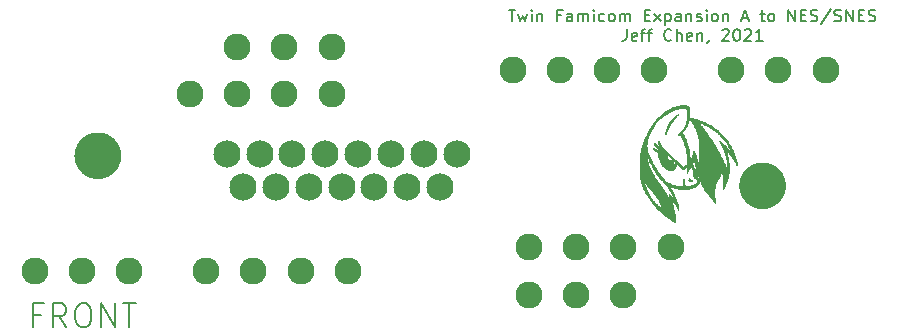
<source format=gts>
G04 #@! TF.GenerationSoftware,KiCad,Pcbnew,(5.1.8-0-10_14)*
G04 #@! TF.CreationDate,2021-05-21T15:45:23-04:00*
G04 #@! TF.ProjectId,TwinFamicom_Expansion,5477696e-4661-46d6-9963-6f6d5f457870,rev?*
G04 #@! TF.SameCoordinates,Original*
G04 #@! TF.FileFunction,Soldermask,Top*
G04 #@! TF.FilePolarity,Negative*
%FSLAX46Y46*%
G04 Gerber Fmt 4.6, Leading zero omitted, Abs format (unit mm)*
G04 Created by KiCad (PCBNEW (5.1.8-0-10_14)) date 2021-05-21 15:45:23*
%MOMM*%
%LPD*%
G01*
G04 APERTURE LIST*
%ADD10C,4.000000*%
%ADD11C,0.150000*%
%ADD12C,0.010000*%
%ADD13C,2.301600*%
%ADD14C,2.281600*%
G04 APERTURE END LIST*
D10*
X129186940Y-94675960D02*
G75*
G03*
X129186940Y-94675960I-2540J0D01*
G01*
X185465720Y-97215756D02*
G75*
G03*
X185465720Y-97215756I-663J0D01*
G01*
D11*
X124335351Y-108134802D02*
X123668684Y-108134802D01*
X123668684Y-109182421D02*
X123668684Y-107182421D01*
X124621065Y-107182421D01*
X126525827Y-109182421D02*
X125859160Y-108230040D01*
X125382970Y-109182421D02*
X125382970Y-107182421D01*
X126144875Y-107182421D01*
X126335351Y-107277660D01*
X126430589Y-107372898D01*
X126525827Y-107563374D01*
X126525827Y-107849088D01*
X126430589Y-108039564D01*
X126335351Y-108134802D01*
X126144875Y-108230040D01*
X125382970Y-108230040D01*
X127763922Y-107182421D02*
X128144875Y-107182421D01*
X128335351Y-107277660D01*
X128525827Y-107468136D01*
X128621065Y-107849088D01*
X128621065Y-108515755D01*
X128525827Y-108896707D01*
X128335351Y-109087183D01*
X128144875Y-109182421D01*
X127763922Y-109182421D01*
X127573446Y-109087183D01*
X127382970Y-108896707D01*
X127287732Y-108515755D01*
X127287732Y-107849088D01*
X127382970Y-107468136D01*
X127573446Y-107277660D01*
X127763922Y-107182421D01*
X129478208Y-109182421D02*
X129478208Y-107182421D01*
X130621065Y-109182421D01*
X130621065Y-107182421D01*
X131287732Y-107182421D02*
X132430589Y-107182421D01*
X131859160Y-109182421D02*
X131859160Y-107182421D01*
X163968471Y-82297520D02*
X164539900Y-82297520D01*
X164254185Y-83297520D02*
X164254185Y-82297520D01*
X164777995Y-82630854D02*
X164968471Y-83297520D01*
X165158947Y-82821330D01*
X165349423Y-83297520D01*
X165539900Y-82630854D01*
X165920852Y-83297520D02*
X165920852Y-82630854D01*
X165920852Y-82297520D02*
X165873233Y-82345140D01*
X165920852Y-82392759D01*
X165968471Y-82345140D01*
X165920852Y-82297520D01*
X165920852Y-82392759D01*
X166397042Y-82630854D02*
X166397042Y-83297520D01*
X166397042Y-82726092D02*
X166444661Y-82678473D01*
X166539900Y-82630854D01*
X166682757Y-82630854D01*
X166777995Y-82678473D01*
X166825614Y-82773711D01*
X166825614Y-83297520D01*
X168397042Y-82773711D02*
X168063709Y-82773711D01*
X168063709Y-83297520D02*
X168063709Y-82297520D01*
X168539900Y-82297520D01*
X169349423Y-83297520D02*
X169349423Y-82773711D01*
X169301804Y-82678473D01*
X169206566Y-82630854D01*
X169016090Y-82630854D01*
X168920852Y-82678473D01*
X169349423Y-83249901D02*
X169254185Y-83297520D01*
X169016090Y-83297520D01*
X168920852Y-83249901D01*
X168873233Y-83154663D01*
X168873233Y-83059425D01*
X168920852Y-82964187D01*
X169016090Y-82916568D01*
X169254185Y-82916568D01*
X169349423Y-82868949D01*
X169825614Y-83297520D02*
X169825614Y-82630854D01*
X169825614Y-82726092D02*
X169873233Y-82678473D01*
X169968471Y-82630854D01*
X170111328Y-82630854D01*
X170206566Y-82678473D01*
X170254185Y-82773711D01*
X170254185Y-83297520D01*
X170254185Y-82773711D02*
X170301804Y-82678473D01*
X170397042Y-82630854D01*
X170539900Y-82630854D01*
X170635138Y-82678473D01*
X170682757Y-82773711D01*
X170682757Y-83297520D01*
X171158947Y-83297520D02*
X171158947Y-82630854D01*
X171158947Y-82297520D02*
X171111328Y-82345140D01*
X171158947Y-82392759D01*
X171206566Y-82345140D01*
X171158947Y-82297520D01*
X171158947Y-82392759D01*
X172063709Y-83249901D02*
X171968471Y-83297520D01*
X171777995Y-83297520D01*
X171682757Y-83249901D01*
X171635138Y-83202282D01*
X171587519Y-83107044D01*
X171587519Y-82821330D01*
X171635138Y-82726092D01*
X171682757Y-82678473D01*
X171777995Y-82630854D01*
X171968471Y-82630854D01*
X172063709Y-82678473D01*
X172635138Y-83297520D02*
X172539900Y-83249901D01*
X172492280Y-83202282D01*
X172444661Y-83107044D01*
X172444661Y-82821330D01*
X172492280Y-82726092D01*
X172539900Y-82678473D01*
X172635138Y-82630854D01*
X172777995Y-82630854D01*
X172873233Y-82678473D01*
X172920852Y-82726092D01*
X172968471Y-82821330D01*
X172968471Y-83107044D01*
X172920852Y-83202282D01*
X172873233Y-83249901D01*
X172777995Y-83297520D01*
X172635138Y-83297520D01*
X173397042Y-83297520D02*
X173397042Y-82630854D01*
X173397042Y-82726092D02*
X173444661Y-82678473D01*
X173539900Y-82630854D01*
X173682757Y-82630854D01*
X173777995Y-82678473D01*
X173825614Y-82773711D01*
X173825614Y-83297520D01*
X173825614Y-82773711D02*
X173873233Y-82678473D01*
X173968471Y-82630854D01*
X174111328Y-82630854D01*
X174206566Y-82678473D01*
X174254185Y-82773711D01*
X174254185Y-83297520D01*
X175492280Y-82773711D02*
X175825614Y-82773711D01*
X175968471Y-83297520D02*
X175492280Y-83297520D01*
X175492280Y-82297520D01*
X175968471Y-82297520D01*
X176301804Y-83297520D02*
X176825614Y-82630854D01*
X176301804Y-82630854D02*
X176825614Y-83297520D01*
X177206566Y-82630854D02*
X177206566Y-83630854D01*
X177206566Y-82678473D02*
X177301804Y-82630854D01*
X177492280Y-82630854D01*
X177587519Y-82678473D01*
X177635138Y-82726092D01*
X177682757Y-82821330D01*
X177682757Y-83107044D01*
X177635138Y-83202282D01*
X177587519Y-83249901D01*
X177492280Y-83297520D01*
X177301804Y-83297520D01*
X177206566Y-83249901D01*
X178539900Y-83297520D02*
X178539900Y-82773711D01*
X178492280Y-82678473D01*
X178397042Y-82630854D01*
X178206566Y-82630854D01*
X178111328Y-82678473D01*
X178539900Y-83249901D02*
X178444661Y-83297520D01*
X178206566Y-83297520D01*
X178111328Y-83249901D01*
X178063709Y-83154663D01*
X178063709Y-83059425D01*
X178111328Y-82964187D01*
X178206566Y-82916568D01*
X178444661Y-82916568D01*
X178539900Y-82868949D01*
X179016090Y-82630854D02*
X179016090Y-83297520D01*
X179016090Y-82726092D02*
X179063709Y-82678473D01*
X179158947Y-82630854D01*
X179301804Y-82630854D01*
X179397042Y-82678473D01*
X179444661Y-82773711D01*
X179444661Y-83297520D01*
X179873233Y-83249901D02*
X179968471Y-83297520D01*
X180158947Y-83297520D01*
X180254185Y-83249901D01*
X180301804Y-83154663D01*
X180301804Y-83107044D01*
X180254185Y-83011806D01*
X180158947Y-82964187D01*
X180016090Y-82964187D01*
X179920852Y-82916568D01*
X179873233Y-82821330D01*
X179873233Y-82773711D01*
X179920852Y-82678473D01*
X180016090Y-82630854D01*
X180158947Y-82630854D01*
X180254185Y-82678473D01*
X180730376Y-83297520D02*
X180730376Y-82630854D01*
X180730376Y-82297520D02*
X180682757Y-82345140D01*
X180730376Y-82392759D01*
X180777995Y-82345140D01*
X180730376Y-82297520D01*
X180730376Y-82392759D01*
X181349423Y-83297520D02*
X181254185Y-83249901D01*
X181206566Y-83202282D01*
X181158947Y-83107044D01*
X181158947Y-82821330D01*
X181206566Y-82726092D01*
X181254185Y-82678473D01*
X181349423Y-82630854D01*
X181492280Y-82630854D01*
X181587519Y-82678473D01*
X181635138Y-82726092D01*
X181682757Y-82821330D01*
X181682757Y-83107044D01*
X181635138Y-83202282D01*
X181587519Y-83249901D01*
X181492280Y-83297520D01*
X181349423Y-83297520D01*
X182111328Y-82630854D02*
X182111328Y-83297520D01*
X182111328Y-82726092D02*
X182158947Y-82678473D01*
X182254185Y-82630854D01*
X182397042Y-82630854D01*
X182492280Y-82678473D01*
X182539900Y-82773711D01*
X182539900Y-83297520D01*
X183730376Y-83011806D02*
X184206566Y-83011806D01*
X183635138Y-83297520D02*
X183968471Y-82297520D01*
X184301804Y-83297520D01*
X185254185Y-82630854D02*
X185635138Y-82630854D01*
X185397042Y-82297520D02*
X185397042Y-83154663D01*
X185444661Y-83249901D01*
X185539900Y-83297520D01*
X185635138Y-83297520D01*
X186111328Y-83297520D02*
X186016090Y-83249901D01*
X185968471Y-83202282D01*
X185920852Y-83107044D01*
X185920852Y-82821330D01*
X185968471Y-82726092D01*
X186016090Y-82678473D01*
X186111328Y-82630854D01*
X186254185Y-82630854D01*
X186349423Y-82678473D01*
X186397042Y-82726092D01*
X186444661Y-82821330D01*
X186444661Y-83107044D01*
X186397042Y-83202282D01*
X186349423Y-83249901D01*
X186254185Y-83297520D01*
X186111328Y-83297520D01*
X187635138Y-83297520D02*
X187635138Y-82297520D01*
X188206566Y-83297520D01*
X188206566Y-82297520D01*
X188682757Y-82773711D02*
X189016090Y-82773711D01*
X189158947Y-83297520D02*
X188682757Y-83297520D01*
X188682757Y-82297520D01*
X189158947Y-82297520D01*
X189539900Y-83249901D02*
X189682757Y-83297520D01*
X189920852Y-83297520D01*
X190016090Y-83249901D01*
X190063709Y-83202282D01*
X190111328Y-83107044D01*
X190111328Y-83011806D01*
X190063709Y-82916568D01*
X190016090Y-82868949D01*
X189920852Y-82821330D01*
X189730376Y-82773711D01*
X189635138Y-82726092D01*
X189587519Y-82678473D01*
X189539900Y-82583235D01*
X189539900Y-82487997D01*
X189587519Y-82392759D01*
X189635138Y-82345140D01*
X189730376Y-82297520D01*
X189968471Y-82297520D01*
X190111328Y-82345140D01*
X191254185Y-82249901D02*
X190397042Y-83535616D01*
X191539900Y-83249901D02*
X191682757Y-83297520D01*
X191920852Y-83297520D01*
X192016090Y-83249901D01*
X192063709Y-83202282D01*
X192111328Y-83107044D01*
X192111328Y-83011806D01*
X192063709Y-82916568D01*
X192016090Y-82868949D01*
X191920852Y-82821330D01*
X191730376Y-82773711D01*
X191635138Y-82726092D01*
X191587519Y-82678473D01*
X191539900Y-82583235D01*
X191539900Y-82487997D01*
X191587519Y-82392759D01*
X191635138Y-82345140D01*
X191730376Y-82297520D01*
X191968471Y-82297520D01*
X192111328Y-82345140D01*
X192539900Y-83297520D02*
X192539900Y-82297520D01*
X193111328Y-83297520D01*
X193111328Y-82297520D01*
X193587519Y-82773711D02*
X193920852Y-82773711D01*
X194063709Y-83297520D02*
X193587519Y-83297520D01*
X193587519Y-82297520D01*
X194063709Y-82297520D01*
X194444661Y-83249901D02*
X194587519Y-83297520D01*
X194825614Y-83297520D01*
X194920852Y-83249901D01*
X194968471Y-83202282D01*
X195016090Y-83107044D01*
X195016090Y-83011806D01*
X194968471Y-82916568D01*
X194920852Y-82868949D01*
X194825614Y-82821330D01*
X194635138Y-82773711D01*
X194539900Y-82726092D01*
X194492280Y-82678473D01*
X194444661Y-82583235D01*
X194444661Y-82487997D01*
X194492280Y-82392759D01*
X194539900Y-82345140D01*
X194635138Y-82297520D01*
X194873233Y-82297520D01*
X195016090Y-82345140D01*
X173944661Y-83947520D02*
X173944661Y-84661806D01*
X173897042Y-84804663D01*
X173801804Y-84899901D01*
X173658947Y-84947520D01*
X173563709Y-84947520D01*
X174801804Y-84899901D02*
X174706566Y-84947520D01*
X174516090Y-84947520D01*
X174420852Y-84899901D01*
X174373233Y-84804663D01*
X174373233Y-84423711D01*
X174420852Y-84328473D01*
X174516090Y-84280854D01*
X174706566Y-84280854D01*
X174801804Y-84328473D01*
X174849423Y-84423711D01*
X174849423Y-84518949D01*
X174373233Y-84614187D01*
X175135138Y-84280854D02*
X175516090Y-84280854D01*
X175277995Y-84947520D02*
X175277995Y-84090378D01*
X175325614Y-83995140D01*
X175420852Y-83947520D01*
X175516090Y-83947520D01*
X175706566Y-84280854D02*
X176087519Y-84280854D01*
X175849423Y-84947520D02*
X175849423Y-84090378D01*
X175897042Y-83995140D01*
X175992280Y-83947520D01*
X176087519Y-83947520D01*
X177754185Y-84852282D02*
X177706566Y-84899901D01*
X177563709Y-84947520D01*
X177468471Y-84947520D01*
X177325614Y-84899901D01*
X177230376Y-84804663D01*
X177182757Y-84709425D01*
X177135138Y-84518949D01*
X177135138Y-84376092D01*
X177182757Y-84185616D01*
X177230376Y-84090378D01*
X177325614Y-83995140D01*
X177468471Y-83947520D01*
X177563709Y-83947520D01*
X177706566Y-83995140D01*
X177754185Y-84042759D01*
X178182757Y-84947520D02*
X178182757Y-83947520D01*
X178611328Y-84947520D02*
X178611328Y-84423711D01*
X178563709Y-84328473D01*
X178468471Y-84280854D01*
X178325614Y-84280854D01*
X178230376Y-84328473D01*
X178182757Y-84376092D01*
X179468471Y-84899901D02*
X179373233Y-84947520D01*
X179182757Y-84947520D01*
X179087519Y-84899901D01*
X179039900Y-84804663D01*
X179039900Y-84423711D01*
X179087519Y-84328473D01*
X179182757Y-84280854D01*
X179373233Y-84280854D01*
X179468471Y-84328473D01*
X179516090Y-84423711D01*
X179516090Y-84518949D01*
X179039900Y-84614187D01*
X179944661Y-84280854D02*
X179944661Y-84947520D01*
X179944661Y-84376092D02*
X179992280Y-84328473D01*
X180087519Y-84280854D01*
X180230376Y-84280854D01*
X180325614Y-84328473D01*
X180373233Y-84423711D01*
X180373233Y-84947520D01*
X180897042Y-84899901D02*
X180897042Y-84947520D01*
X180849423Y-85042759D01*
X180801804Y-85090378D01*
X182039900Y-84042759D02*
X182087519Y-83995140D01*
X182182757Y-83947520D01*
X182420852Y-83947520D01*
X182516090Y-83995140D01*
X182563709Y-84042759D01*
X182611328Y-84137997D01*
X182611328Y-84233235D01*
X182563709Y-84376092D01*
X181992280Y-84947520D01*
X182611328Y-84947520D01*
X183230376Y-83947520D02*
X183325614Y-83947520D01*
X183420852Y-83995140D01*
X183468471Y-84042759D01*
X183516090Y-84137997D01*
X183563709Y-84328473D01*
X183563709Y-84566568D01*
X183516090Y-84757044D01*
X183468471Y-84852282D01*
X183420852Y-84899901D01*
X183325614Y-84947520D01*
X183230376Y-84947520D01*
X183135138Y-84899901D01*
X183087519Y-84852282D01*
X183039900Y-84757044D01*
X182992280Y-84566568D01*
X182992280Y-84328473D01*
X183039900Y-84137997D01*
X183087519Y-84042759D01*
X183135138Y-83995140D01*
X183230376Y-83947520D01*
X183944661Y-84042759D02*
X183992280Y-83995140D01*
X184087519Y-83947520D01*
X184325614Y-83947520D01*
X184420852Y-83995140D01*
X184468471Y-84042759D01*
X184516090Y-84137997D01*
X184516090Y-84233235D01*
X184468471Y-84376092D01*
X183897042Y-84947520D01*
X184516090Y-84947520D01*
X185468471Y-84947520D02*
X184897042Y-84947520D01*
X185182757Y-84947520D02*
X185182757Y-83947520D01*
X185087519Y-84090378D01*
X184992280Y-84185616D01*
X184897042Y-84233235D01*
D12*
G36*
X178790052Y-90398904D02*
G01*
X178815802Y-90399228D01*
X178839232Y-90399715D01*
X178859428Y-90400365D01*
X178875475Y-90401178D01*
X178875690Y-90401192D01*
X178904196Y-90403327D01*
X178933311Y-90405980D01*
X178962487Y-90409066D01*
X178991177Y-90412503D01*
X179018835Y-90416208D01*
X179044913Y-90420097D01*
X179068864Y-90424086D01*
X179090141Y-90428094D01*
X179108197Y-90432036D01*
X179122485Y-90435829D01*
X179132458Y-90439390D01*
X179134982Y-90440653D01*
X179147830Y-90450101D01*
X179159665Y-90463267D01*
X179170533Y-90480299D01*
X179180483Y-90501345D01*
X179189559Y-90526551D01*
X179197810Y-90556067D01*
X179205281Y-90590038D01*
X179212020Y-90628613D01*
X179218073Y-90671939D01*
X179223461Y-90719910D01*
X179230194Y-90791576D01*
X179235515Y-90859357D01*
X179239480Y-90924229D01*
X179242141Y-90987173D01*
X179243553Y-91049165D01*
X179243825Y-91088210D01*
X179243794Y-91120480D01*
X179243595Y-91148696D01*
X179243177Y-91173880D01*
X179242490Y-91197057D01*
X179241480Y-91219251D01*
X179240097Y-91241484D01*
X179238289Y-91264780D01*
X179236004Y-91290164D01*
X179233191Y-91318659D01*
X179231285Y-91337130D01*
X179228724Y-91361760D01*
X179226667Y-91381801D01*
X179225074Y-91397714D01*
X179223908Y-91409960D01*
X179223130Y-91418999D01*
X179222701Y-91425295D01*
X179222582Y-91429306D01*
X179222736Y-91431496D01*
X179223123Y-91432325D01*
X179223319Y-91432380D01*
X179226304Y-91433002D01*
X179233702Y-91434784D01*
X179245010Y-91437596D01*
X179259729Y-91441308D01*
X179277355Y-91445790D01*
X179297389Y-91450914D01*
X179319328Y-91456549D01*
X179342671Y-91462566D01*
X179366916Y-91468836D01*
X179391563Y-91475229D01*
X179416110Y-91481615D01*
X179440055Y-91487865D01*
X179462898Y-91493850D01*
X179484136Y-91499439D01*
X179503268Y-91504504D01*
X179519793Y-91508915D01*
X179524660Y-91510224D01*
X179683365Y-91554468D01*
X179837353Y-91600354D01*
X179986729Y-91647921D01*
X180131596Y-91697211D01*
X180272060Y-91748265D01*
X180408224Y-91801124D01*
X180540193Y-91855828D01*
X180668071Y-91912419D01*
X180791963Y-91970938D01*
X180911973Y-92031425D01*
X181028206Y-92093921D01*
X181061360Y-92112505D01*
X181167845Y-92174700D01*
X181271255Y-92239016D01*
X181371205Y-92305190D01*
X181467313Y-92372959D01*
X181559194Y-92442061D01*
X181646466Y-92512232D01*
X181651910Y-92516774D01*
X181732131Y-92586098D01*
X181812665Y-92660090D01*
X181893216Y-92738373D01*
X181973485Y-92820574D01*
X182053176Y-92906316D01*
X182131992Y-92995224D01*
X182209636Y-93086922D01*
X182285810Y-93181036D01*
X182360218Y-93277188D01*
X182432561Y-93375005D01*
X182502544Y-93474110D01*
X182569868Y-93574129D01*
X182634238Y-93674685D01*
X182695355Y-93775403D01*
X182752923Y-93875907D01*
X182806644Y-93975823D01*
X182806834Y-93976190D01*
X182868768Y-94099849D01*
X182927749Y-94226573D01*
X182983568Y-94355786D01*
X183036018Y-94486909D01*
X183084889Y-94619366D01*
X183129974Y-94752580D01*
X183171065Y-94885972D01*
X183207951Y-95018966D01*
X183240427Y-95150984D01*
X183255600Y-95219520D01*
X183260647Y-95243790D01*
X183265765Y-95269414D01*
X183270863Y-95295863D01*
X183275854Y-95322608D01*
X183280648Y-95349121D01*
X183285155Y-95374873D01*
X183289285Y-95399335D01*
X183292951Y-95421979D01*
X183296062Y-95442276D01*
X183298530Y-95459698D01*
X183300264Y-95473717D01*
X183301176Y-95483803D01*
X183301184Y-95489374D01*
X183300167Y-95489559D01*
X183297481Y-95486772D01*
X183292987Y-95480811D01*
X183286549Y-95471471D01*
X183278029Y-95458549D01*
X183267289Y-95441841D01*
X183254192Y-95421143D01*
X183241646Y-95401130D01*
X183208802Y-95348365D01*
X183176247Y-95295675D01*
X183144484Y-95243883D01*
X183114016Y-95193811D01*
X183085343Y-95146279D01*
X183058969Y-95102110D01*
X183057799Y-95100140D01*
X183023797Y-95043570D01*
X182989571Y-94988169D01*
X182954721Y-94933342D01*
X182918844Y-94878493D01*
X182881540Y-94823026D01*
X182842407Y-94766346D01*
X182801044Y-94707856D01*
X182757049Y-94646962D01*
X182710021Y-94583068D01*
X182702607Y-94573090D01*
X182689387Y-94555189D01*
X182673951Y-94534072D01*
X182656987Y-94510692D01*
X182639181Y-94486002D01*
X182621222Y-94460956D01*
X182603795Y-94436506D01*
X182587589Y-94413606D01*
X182586316Y-94411800D01*
X182564020Y-94380172D01*
X182544340Y-94352348D01*
X182527002Y-94327949D01*
X182511735Y-94306599D01*
X182498265Y-94287923D01*
X182486319Y-94271543D01*
X182475625Y-94257084D01*
X182465910Y-94244168D01*
X182456900Y-94232420D01*
X182448450Y-94221623D01*
X182440661Y-94212313D01*
X182430090Y-94200455D01*
X182417416Y-94186746D01*
X182403324Y-94171884D01*
X182388494Y-94156566D01*
X182373610Y-94141489D01*
X182359353Y-94127352D01*
X182346407Y-94114850D01*
X182335452Y-94104683D01*
X182327171Y-94097547D01*
X182326745Y-94097207D01*
X182315983Y-94088684D01*
X182321401Y-94102287D01*
X182335473Y-94139134D01*
X182350161Y-94180461D01*
X182365310Y-94225729D01*
X182380763Y-94274398D01*
X182396364Y-94325927D01*
X182411957Y-94379776D01*
X182427387Y-94435404D01*
X182442497Y-94492273D01*
X182457130Y-94549841D01*
X182471133Y-94607568D01*
X182484347Y-94664914D01*
X182485963Y-94672150D01*
X182514359Y-94806912D01*
X182539105Y-94939434D01*
X182560190Y-95069594D01*
X182577604Y-95197271D01*
X182591336Y-95322344D01*
X182601377Y-95444693D01*
X182607715Y-95564196D01*
X182610342Y-95680733D01*
X182609245Y-95794183D01*
X182604417Y-95904424D01*
X182597883Y-95989968D01*
X182586609Y-96091774D01*
X182571194Y-96196239D01*
X182551696Y-96303161D01*
X182528173Y-96412337D01*
X182500680Y-96523565D01*
X182469277Y-96636643D01*
X182434018Y-96751368D01*
X182394963Y-96867539D01*
X182352168Y-96984953D01*
X182305690Y-97103407D01*
X182255587Y-97222700D01*
X182237402Y-97264169D01*
X182230441Y-97279726D01*
X182222365Y-97297531D01*
X182213402Y-97317098D01*
X182203781Y-97337945D01*
X182193730Y-97359585D01*
X182183479Y-97381535D01*
X182173256Y-97403310D01*
X182163290Y-97424426D01*
X182153809Y-97444398D01*
X182145043Y-97462741D01*
X182137220Y-97478972D01*
X182130569Y-97492606D01*
X182125319Y-97503158D01*
X182121699Y-97510143D01*
X182119937Y-97513078D01*
X182119841Y-97513140D01*
X182119794Y-97510823D01*
X182120394Y-97504648D01*
X182121520Y-97495779D01*
X182122027Y-97492185D01*
X182124862Y-97470469D01*
X182127784Y-97444143D01*
X182130755Y-97413674D01*
X182133735Y-97379531D01*
X182136683Y-97342182D01*
X182139561Y-97302095D01*
X182142329Y-97259737D01*
X182143902Y-97233740D01*
X182144663Y-97217726D01*
X182145325Y-97197697D01*
X182145887Y-97174247D01*
X182146350Y-97147972D01*
X182146714Y-97119467D01*
X182146977Y-97089328D01*
X182147142Y-97058149D01*
X182147207Y-97026528D01*
X182147172Y-96995057D01*
X182147037Y-96964334D01*
X182146803Y-96934953D01*
X182146469Y-96907510D01*
X182146036Y-96882600D01*
X182145503Y-96860819D01*
X182144870Y-96842761D01*
X182144137Y-96829023D01*
X182143917Y-96826070D01*
X182141726Y-96800641D01*
X182139172Y-96774185D01*
X182136195Y-96746186D01*
X182132731Y-96716130D01*
X182128717Y-96683503D01*
X182124090Y-96647790D01*
X182118788Y-96608476D01*
X182112748Y-96565046D01*
X182107795Y-96530160D01*
X182103265Y-96497856D01*
X182098403Y-96462077D01*
X182093373Y-96424087D01*
X182088336Y-96385152D01*
X182083456Y-96346537D01*
X182078893Y-96309508D01*
X182074811Y-96275330D01*
X182072273Y-96253300D01*
X182065867Y-96197031D01*
X182059906Y-96145521D01*
X182054345Y-96098474D01*
X182049142Y-96055591D01*
X182044252Y-96016577D01*
X182039632Y-95981134D01*
X182035239Y-95948964D01*
X182031030Y-95919770D01*
X182026961Y-95893256D01*
X182022989Y-95869123D01*
X182019070Y-95847076D01*
X182015161Y-95826816D01*
X182011219Y-95808047D01*
X182007200Y-95790471D01*
X182003061Y-95773792D01*
X182001236Y-95766831D01*
X181997847Y-95754597D01*
X181994487Y-95743302D01*
X181991595Y-95734382D01*
X181989949Y-95730001D01*
X181988430Y-95726752D01*
X181987373Y-95725592D01*
X181986691Y-95727099D01*
X181986298Y-95731850D01*
X181986105Y-95740425D01*
X181986027Y-95753399D01*
X181986019Y-95756167D01*
X181984638Y-95795717D01*
X181980796Y-95839062D01*
X181974625Y-95885629D01*
X181966259Y-95934846D01*
X181955829Y-95986139D01*
X181943469Y-96038936D01*
X181929310Y-96092664D01*
X181913485Y-96146749D01*
X181896126Y-96200619D01*
X181877367Y-96253702D01*
X181861202Y-96295814D01*
X181842628Y-96340425D01*
X181822303Y-96385612D01*
X181800857Y-96430080D01*
X181778922Y-96472534D01*
X181757126Y-96511681D01*
X181750738Y-96522540D01*
X181744734Y-96532365D01*
X181736317Y-96545794D01*
X181725886Y-96562204D01*
X181713845Y-96580970D01*
X181700594Y-96601468D01*
X181686536Y-96623074D01*
X181672071Y-96645165D01*
X181660825Y-96662240D01*
X181633742Y-96703501D01*
X181609453Y-96741076D01*
X181587734Y-96775362D01*
X181568358Y-96806757D01*
X181551099Y-96835659D01*
X181535730Y-96862465D01*
X181522026Y-96887573D01*
X181509762Y-96911381D01*
X181498709Y-96934286D01*
X181488644Y-96956687D01*
X181479340Y-96978980D01*
X181475956Y-96987507D01*
X181467203Y-97010542D01*
X181459615Y-97032172D01*
X181452991Y-97053230D01*
X181447131Y-97074547D01*
X181441835Y-97096957D01*
X181436902Y-97121290D01*
X181432132Y-97148380D01*
X181427326Y-97179058D01*
X181423454Y-97205800D01*
X181405128Y-97350697D01*
X181391301Y-97493462D01*
X181381976Y-97634062D01*
X181377151Y-97772463D01*
X181376830Y-97908634D01*
X181381011Y-98042539D01*
X181389696Y-98174147D01*
X181395392Y-98235770D01*
X181405220Y-98322401D01*
X181416814Y-98405461D01*
X181430121Y-98484638D01*
X181445088Y-98559620D01*
X181461663Y-98630098D01*
X181462804Y-98634550D01*
X181466744Y-98649876D01*
X181470328Y-98663863D01*
X181473331Y-98675633D01*
X181475529Y-98684305D01*
X181476697Y-98689000D01*
X181476735Y-98689160D01*
X181475554Y-98689428D01*
X181471141Y-98686138D01*
X181463689Y-98679482D01*
X181453391Y-98669655D01*
X181440439Y-98656850D01*
X181425027Y-98641260D01*
X181407346Y-98623079D01*
X181387591Y-98602499D01*
X181365954Y-98579715D01*
X181342627Y-98554920D01*
X181338644Y-98550664D01*
X181246468Y-98450250D01*
X181156575Y-98348576D01*
X181069136Y-98245888D01*
X180984323Y-98142429D01*
X180902309Y-98038445D01*
X180823265Y-97934181D01*
X180747363Y-97829882D01*
X180674776Y-97725792D01*
X180605676Y-97622156D01*
X180540233Y-97519220D01*
X180478622Y-97417227D01*
X180421013Y-97316424D01*
X180367579Y-97217055D01*
X180318491Y-97119365D01*
X180288563Y-97055940D01*
X180264743Y-97002688D01*
X180239939Y-96944522D01*
X180214175Y-96881509D01*
X180187476Y-96813712D01*
X180159867Y-96741198D01*
X180131372Y-96664032D01*
X180102017Y-96582279D01*
X180071825Y-96496004D01*
X180040821Y-96405273D01*
X180026106Y-96361495D01*
X179982013Y-96229660D01*
X179976699Y-96242115D01*
X179968876Y-96260370D01*
X179962656Y-96274583D01*
X179957687Y-96285403D01*
X179953616Y-96293476D01*
X179950090Y-96299448D01*
X179946757Y-96303967D01*
X179943264Y-96307680D01*
X179939258Y-96311234D01*
X179938803Y-96311616D01*
X179926773Y-96321689D01*
X179923147Y-96525485D01*
X179968378Y-96571658D01*
X179999056Y-96603932D01*
X180025822Y-96634115D01*
X180048615Y-96662117D01*
X180067374Y-96687851D01*
X180082036Y-96711227D01*
X180092539Y-96732159D01*
X180098822Y-96750556D01*
X180100529Y-96760228D01*
X180100752Y-96774066D01*
X180099149Y-96791607D01*
X180095924Y-96811902D01*
X180091283Y-96833998D01*
X180085430Y-96856942D01*
X180078569Y-96879784D01*
X180070905Y-96901571D01*
X180069194Y-96905971D01*
X180047321Y-96954317D01*
X180020659Y-97001078D01*
X179989258Y-97046215D01*
X179953167Y-97089689D01*
X179912438Y-97131462D01*
X179867119Y-97171496D01*
X179817260Y-97209752D01*
X179762911Y-97246191D01*
X179704122Y-97280777D01*
X179640943Y-97313469D01*
X179573423Y-97344229D01*
X179501613Y-97373020D01*
X179431950Y-97397684D01*
X179337705Y-97426659D01*
X179243830Y-97450621D01*
X179150128Y-97469605D01*
X179056399Y-97483645D01*
X178962443Y-97492777D01*
X178868063Y-97497035D01*
X178864260Y-97497104D01*
X178791064Y-97497123D01*
X178714268Y-97494785D01*
X178634720Y-97490187D01*
X178553267Y-97483431D01*
X178470755Y-97474613D01*
X178388033Y-97463832D01*
X178305947Y-97451188D01*
X178225345Y-97436780D01*
X178147073Y-97420705D01*
X178084875Y-97406264D01*
X178014465Y-97387774D01*
X177941097Y-97366188D01*
X177865596Y-97341794D01*
X177788787Y-97314885D01*
X177711498Y-97285751D01*
X177634554Y-97254683D01*
X177558780Y-97221971D01*
X177548747Y-97217473D01*
X177537219Y-97212342D01*
X177527498Y-97208129D01*
X177520441Y-97205199D01*
X177516905Y-97203913D01*
X177516662Y-97203898D01*
X177517867Y-97206068D01*
X177521549Y-97211638D01*
X177527214Y-97219886D01*
X177534370Y-97230092D01*
X177538764Y-97236280D01*
X177603206Y-97329504D01*
X177666750Y-97427132D01*
X177729031Y-97528514D01*
X177789679Y-97633001D01*
X177848329Y-97739944D01*
X177904613Y-97848694D01*
X177958163Y-97958601D01*
X178003716Y-98057970D01*
X178040601Y-98142941D01*
X178075750Y-98227990D01*
X178109065Y-98312788D01*
X178140445Y-98397006D01*
X178169791Y-98480316D01*
X178197005Y-98562390D01*
X178221986Y-98642897D01*
X178244635Y-98721511D01*
X178264854Y-98797903D01*
X178282541Y-98871743D01*
X178297599Y-98942704D01*
X178309928Y-99010457D01*
X178319427Y-99074673D01*
X178324430Y-99118234D01*
X178325943Y-99134885D01*
X178327278Y-99152439D01*
X178328411Y-99170218D01*
X178329318Y-99187539D01*
X178329976Y-99203724D01*
X178330359Y-99218092D01*
X178330444Y-99229962D01*
X178330206Y-99238654D01*
X178329621Y-99243489D01*
X178328914Y-99244150D01*
X178327127Y-99241324D01*
X178323330Y-99234563D01*
X178317835Y-99224448D01*
X178310955Y-99211562D01*
X178303002Y-99196488D01*
X178294289Y-99179807D01*
X178291430Y-99174300D01*
X178253314Y-99101457D01*
X178216783Y-99033088D01*
X178181663Y-98968901D01*
X178147778Y-98908604D01*
X178114954Y-98851907D01*
X178083014Y-98798516D01*
X178051783Y-98748141D01*
X178021087Y-98700490D01*
X177990750Y-98655271D01*
X177960597Y-98612193D01*
X177930452Y-98570965D01*
X177922271Y-98560084D01*
X177907828Y-98540990D01*
X177891653Y-98519605D01*
X177874792Y-98497310D01*
X177858291Y-98475488D01*
X177843193Y-98455521D01*
X177835389Y-98445200D01*
X177823138Y-98428764D01*
X177810915Y-98411948D01*
X177799368Y-98395674D01*
X177789146Y-98380864D01*
X177780897Y-98368441D01*
X177776334Y-98361146D01*
X177770075Y-98350884D01*
X177764856Y-98342729D01*
X177761149Y-98337385D01*
X177759426Y-98335560D01*
X177759360Y-98335711D01*
X177759820Y-98339203D01*
X177761146Y-98347233D01*
X177763254Y-98359349D01*
X177766061Y-98375098D01*
X177769482Y-98394027D01*
X177773435Y-98415685D01*
X177777836Y-98439619D01*
X177782601Y-98465376D01*
X177787647Y-98492505D01*
X177792891Y-98520551D01*
X177798248Y-98549064D01*
X177803635Y-98577590D01*
X177808969Y-98605678D01*
X177814167Y-98632874D01*
X177815464Y-98639630D01*
X177831705Y-98723514D01*
X177848591Y-98809513D01*
X177865946Y-98896752D01*
X177883589Y-98984362D01*
X177901345Y-99071469D01*
X177919034Y-99157203D01*
X177936480Y-99240691D01*
X177953503Y-99321063D01*
X177969927Y-99397445D01*
X177972766Y-99410520D01*
X177983490Y-99460234D01*
X177993071Y-99505591D01*
X178001600Y-99547160D01*
X178009170Y-99585509D01*
X178015872Y-99621210D01*
X178021800Y-99654830D01*
X178027044Y-99686941D01*
X178031697Y-99718110D01*
X178035852Y-99748908D01*
X178039600Y-99779905D01*
X178043034Y-99811670D01*
X178046245Y-99844771D01*
X178049326Y-99879780D01*
X178050016Y-99888040D01*
X178052423Y-99919314D01*
X178054652Y-99952588D01*
X178056687Y-99987314D01*
X178058512Y-100022942D01*
X178060112Y-100058923D01*
X178061472Y-100094710D01*
X178062574Y-100129753D01*
X178063405Y-100163503D01*
X178063948Y-100195412D01*
X178064187Y-100224931D01*
X178064107Y-100251510D01*
X178063693Y-100274602D01*
X178062928Y-100293658D01*
X178061958Y-100306595D01*
X178060350Y-100322560D01*
X178024790Y-100300320D01*
X178000125Y-100284691D01*
X177971933Y-100266470D01*
X177940794Y-100246049D01*
X177907290Y-100223821D01*
X177872002Y-100200181D01*
X177835511Y-100175521D01*
X177798399Y-100150235D01*
X177761248Y-100124717D01*
X177724638Y-100099359D01*
X177689152Y-100074556D01*
X177655369Y-100050700D01*
X177645060Y-100043363D01*
X177511654Y-99946648D01*
X177381260Y-99848930D01*
X177254029Y-99750347D01*
X177130111Y-99651036D01*
X177009658Y-99551134D01*
X176892819Y-99450780D01*
X176779747Y-99350109D01*
X176670591Y-99249261D01*
X176565502Y-99148372D01*
X176464631Y-99047579D01*
X176368129Y-98947021D01*
X176276147Y-98846834D01*
X176188836Y-98747155D01*
X176106345Y-98648124D01*
X176084664Y-98621194D01*
X175988492Y-98497537D01*
X175896986Y-98373120D01*
X175810232Y-98248069D01*
X175728312Y-98122509D01*
X175651313Y-97996566D01*
X175589588Y-97888931D01*
X175533726Y-97785370D01*
X175479861Y-97679311D01*
X175428292Y-97571453D01*
X175379318Y-97462496D01*
X175333238Y-97353140D01*
X175290352Y-97244085D01*
X175250959Y-97136031D01*
X175215360Y-97029678D01*
X175197876Y-96973390D01*
X175176754Y-96899048D01*
X175157306Y-96821444D01*
X175139511Y-96740430D01*
X175123349Y-96655855D01*
X175108800Y-96567568D01*
X175095846Y-96475422D01*
X175084465Y-96379264D01*
X175080851Y-96342368D01*
X175301021Y-96342368D01*
X175301021Y-96351528D01*
X175301217Y-96363709D01*
X175301585Y-96378229D01*
X175302101Y-96394402D01*
X175302741Y-96411547D01*
X175303482Y-96428978D01*
X175304299Y-96446012D01*
X175305170Y-96461965D01*
X175306069Y-96476154D01*
X175306974Y-96487896D01*
X175307005Y-96488250D01*
X175309994Y-96519933D01*
X175313306Y-96550535D01*
X175317028Y-96580368D01*
X175321247Y-96609746D01*
X175326049Y-96638981D01*
X175331519Y-96668385D01*
X175337746Y-96698272D01*
X175344813Y-96728953D01*
X175352809Y-96760742D01*
X175361819Y-96793951D01*
X175371930Y-96828892D01*
X175383227Y-96865879D01*
X175395798Y-96905224D01*
X175409728Y-96947240D01*
X175425104Y-96992238D01*
X175442012Y-97040533D01*
X175460538Y-97092436D01*
X175480768Y-97148261D01*
X175502790Y-97208319D01*
X175514520Y-97240090D01*
X175535393Y-97296293D01*
X175554833Y-97348143D01*
X175573034Y-97396097D01*
X175590192Y-97440615D01*
X175606499Y-97482154D01*
X175622150Y-97521173D01*
X175637339Y-97558131D01*
X175652261Y-97593486D01*
X175667110Y-97627696D01*
X175682079Y-97661220D01*
X175697364Y-97694517D01*
X175713158Y-97728045D01*
X175729655Y-97762263D01*
X175747051Y-97797629D01*
X175765538Y-97834601D01*
X175770586Y-97844610D01*
X175817385Y-97934479D01*
X175864782Y-98019867D01*
X175913172Y-98101367D01*
X175962952Y-98179572D01*
X176014517Y-98255077D01*
X176068262Y-98328475D01*
X176124584Y-98400360D01*
X176183878Y-98471327D01*
X176202114Y-98492310D01*
X176232980Y-98526972D01*
X176267632Y-98564870D01*
X176306000Y-98605931D01*
X176348014Y-98650084D01*
X176393604Y-98697255D01*
X176442703Y-98747373D01*
X176495239Y-98800365D01*
X176551143Y-98856158D01*
X176560827Y-98865768D01*
X176597705Y-98902242D01*
X176631645Y-98935601D01*
X176663225Y-98966393D01*
X176693027Y-98995167D01*
X176721630Y-99022471D01*
X176749615Y-99048855D01*
X176777560Y-99074865D01*
X176806046Y-99101053D01*
X176835653Y-99127965D01*
X176866961Y-99156150D01*
X176881903Y-99169524D01*
X176906815Y-99191754D01*
X176928196Y-99210758D01*
X176946272Y-99226730D01*
X176961270Y-99239861D01*
X176973416Y-99250345D01*
X176982936Y-99258376D01*
X176990056Y-99264145D01*
X176995004Y-99267847D01*
X176998004Y-99269673D01*
X176999285Y-99269818D01*
X176999351Y-99269677D01*
X176998864Y-99266510D01*
X176997108Y-99259196D01*
X176994276Y-99248456D01*
X176990559Y-99235007D01*
X176986151Y-99219568D01*
X176983282Y-99209745D01*
X176941531Y-99076733D01*
X176895268Y-98946015D01*
X176844509Y-98817627D01*
X176789270Y-98691603D01*
X176729569Y-98567981D01*
X176665421Y-98446795D01*
X176596843Y-98328082D01*
X176523852Y-98211877D01*
X176518554Y-98203801D01*
X176495718Y-98169443D01*
X176472715Y-98135575D01*
X176449219Y-98101755D01*
X176424902Y-98067538D01*
X176399436Y-98032483D01*
X176372494Y-97996145D01*
X176343748Y-97958082D01*
X176312870Y-97917851D01*
X176279532Y-97875009D01*
X176243408Y-97829112D01*
X176215396Y-97793810D01*
X176185841Y-97756794D01*
X176158532Y-97722876D01*
X176132963Y-97691472D01*
X176108626Y-97661996D01*
X176085014Y-97633862D01*
X176061620Y-97606485D01*
X176037937Y-97579281D01*
X176013458Y-97551663D01*
X175987676Y-97523047D01*
X175960084Y-97492847D01*
X175930176Y-97460478D01*
X175897443Y-97425355D01*
X175880939Y-97407730D01*
X175855551Y-97380587D01*
X175833279Y-97356620D01*
X175813710Y-97335352D01*
X175796430Y-97316304D01*
X175781027Y-97299000D01*
X175767087Y-97282961D01*
X175754197Y-97267711D01*
X175741943Y-97252771D01*
X175729911Y-97237665D01*
X175717689Y-97221915D01*
X175704863Y-97205043D01*
X175700899Y-97199776D01*
X175644711Y-97121034D01*
X175591421Y-97038361D01*
X175541196Y-96952108D01*
X175494203Y-96862628D01*
X175450609Y-96770273D01*
X175410580Y-96675393D01*
X175374284Y-96578341D01*
X175341886Y-96479469D01*
X175315586Y-96386892D01*
X175311603Y-96371851D01*
X175308013Y-96358449D01*
X175305033Y-96347477D01*
X175302877Y-96339730D01*
X175301761Y-96335999D01*
X175301703Y-96335850D01*
X175301240Y-96336914D01*
X175301021Y-96342368D01*
X175080851Y-96342368D01*
X175074637Y-96278946D01*
X175066344Y-96174318D01*
X175059565Y-96065230D01*
X175054281Y-95951532D01*
X175051442Y-95868490D01*
X175050891Y-95845453D01*
X175050449Y-95817987D01*
X175050112Y-95786712D01*
X175049877Y-95752255D01*
X175049742Y-95715237D01*
X175049702Y-95676284D01*
X175049756Y-95636017D01*
X175049900Y-95595063D01*
X175050131Y-95554043D01*
X175050446Y-95513581D01*
X175050842Y-95474302D01*
X175051317Y-95436828D01*
X175051866Y-95401785D01*
X175052487Y-95369794D01*
X175053178Y-95341481D01*
X175053934Y-95317468D01*
X175054132Y-95312230D01*
X175057513Y-95231027D01*
X175061089Y-95154416D01*
X175064902Y-95081908D01*
X175068989Y-95013016D01*
X175073390Y-94947254D01*
X175078144Y-94884135D01*
X175083291Y-94823171D01*
X175088871Y-94763875D01*
X175094921Y-94705761D01*
X175101483Y-94648341D01*
X175108595Y-94591129D01*
X175116296Y-94533637D01*
X175116784Y-94530133D01*
X175605912Y-94530133D01*
X175606107Y-94539982D01*
X175606935Y-94553112D01*
X175608416Y-94569928D01*
X175610570Y-94590835D01*
X175613419Y-94616239D01*
X175614454Y-94625160D01*
X175625213Y-94709716D01*
X175637754Y-94794755D01*
X175651945Y-94879681D01*
X175667657Y-94963902D01*
X175684760Y-95046824D01*
X175703123Y-95127854D01*
X175722616Y-95206399D01*
X175743108Y-95281865D01*
X175764470Y-95353660D01*
X175786571Y-95421188D01*
X175793767Y-95441770D01*
X175815618Y-95500624D01*
X175840604Y-95563137D01*
X175868605Y-95629067D01*
X175899500Y-95698173D01*
X175933168Y-95770214D01*
X175969488Y-95844950D01*
X176008339Y-95922139D01*
X176049602Y-96001540D01*
X176093154Y-96082913D01*
X176138875Y-96166015D01*
X176186645Y-96250607D01*
X176236343Y-96336446D01*
X176273526Y-96399350D01*
X176310286Y-96460439D01*
X176347840Y-96521758D01*
X176385905Y-96582879D01*
X176424201Y-96643376D01*
X176462446Y-96702821D01*
X176500357Y-96760788D01*
X176537653Y-96816850D01*
X176574053Y-96870581D01*
X176609274Y-96921553D01*
X176643035Y-96969340D01*
X176675054Y-97013515D01*
X176705050Y-97053652D01*
X176708133Y-97057696D01*
X176718369Y-97071043D01*
X176730931Y-97087342D01*
X176745011Y-97105549D01*
X176759801Y-97124617D01*
X176774490Y-97143504D01*
X176786811Y-97159296D01*
X176808742Y-97187560D01*
X176830220Y-97215668D01*
X176851470Y-97243950D01*
X176872720Y-97272732D01*
X176894197Y-97302343D01*
X176916126Y-97333109D01*
X176938735Y-97365359D01*
X176962250Y-97399420D01*
X176986898Y-97435620D01*
X177012906Y-97474287D01*
X177040500Y-97515748D01*
X177069908Y-97560330D01*
X177101355Y-97608362D01*
X177135069Y-97660171D01*
X177160048Y-97698719D01*
X177191633Y-97747658D01*
X177220597Y-97792805D01*
X177247183Y-97834565D01*
X177271634Y-97873343D01*
X177294191Y-97909542D01*
X177315099Y-97943568D01*
X177334599Y-97975825D01*
X177352934Y-98006716D01*
X177370348Y-98036648D01*
X177387082Y-98066023D01*
X177403380Y-98095247D01*
X177419484Y-98124724D01*
X177435637Y-98154859D01*
X177448886Y-98179954D01*
X177462030Y-98205401D01*
X177475558Y-98232320D01*
X177489143Y-98260010D01*
X177502460Y-98287771D01*
X177515180Y-98314902D01*
X177526979Y-98340702D01*
X177537529Y-98364471D01*
X177546504Y-98385509D01*
X177553577Y-98403114D01*
X177556291Y-98410393D01*
X177558810Y-98415890D01*
X177560993Y-98418191D01*
X177561521Y-98418013D01*
X177562286Y-98415008D01*
X177563369Y-98407735D01*
X177564676Y-98396988D01*
X177566111Y-98383563D01*
X177567578Y-98368254D01*
X177567843Y-98365310D01*
X177569474Y-98343725D01*
X177570766Y-98319995D01*
X177571712Y-98294983D01*
X177572306Y-98269550D01*
X177572543Y-98244559D01*
X177572416Y-98220872D01*
X177571919Y-98199352D01*
X177571047Y-98180860D01*
X177569794Y-98166260D01*
X177569246Y-98162110D01*
X177563382Y-98127017D01*
X177556413Y-98093305D01*
X177547951Y-98059369D01*
X177537608Y-98023599D01*
X177530213Y-98000204D01*
X177525345Y-97984978D01*
X177521991Y-97973765D01*
X177519982Y-97965784D01*
X177519147Y-97960256D01*
X177519318Y-97956398D01*
X177520146Y-97953811D01*
X177525727Y-97946945D01*
X177533789Y-97943194D01*
X177541383Y-97943240D01*
X177544794Y-97945286D01*
X177551600Y-97950410D01*
X177561427Y-97958289D01*
X177573897Y-97968600D01*
X177588634Y-97981019D01*
X177605263Y-97995223D01*
X177623406Y-98010887D01*
X177642687Y-98027690D01*
X177662731Y-98045307D01*
X177683160Y-98063415D01*
X177703599Y-98081690D01*
X177723671Y-98099808D01*
X177726440Y-98102323D01*
X177743830Y-98118201D01*
X177763207Y-98136041D01*
X177784819Y-98156074D01*
X177808914Y-98178529D01*
X177835737Y-98203637D01*
X177865536Y-98231629D01*
X177898557Y-98262736D01*
X177926365Y-98288983D01*
X177935166Y-98297197D01*
X177942465Y-98303819D01*
X177947577Y-98308241D01*
X177949814Y-98309855D01*
X177949860Y-98309813D01*
X177948949Y-98306066D01*
X177946363Y-98298176D01*
X177942320Y-98286710D01*
X177937039Y-98272239D01*
X177930739Y-98255333D01*
X177923637Y-98236560D01*
X177915952Y-98216490D01*
X177907904Y-98195693D01*
X177899710Y-98174737D01*
X177891589Y-98154194D01*
X177883760Y-98134631D01*
X177876440Y-98116619D01*
X177869850Y-98100726D01*
X177867343Y-98094800D01*
X177836829Y-98025188D01*
X177804992Y-97956571D01*
X177771618Y-97888593D01*
X177736492Y-97820896D01*
X177699397Y-97753124D01*
X177660119Y-97684921D01*
X177618443Y-97615929D01*
X177574153Y-97545792D01*
X177527035Y-97474153D01*
X177476873Y-97400656D01*
X177423452Y-97324943D01*
X177366556Y-97246659D01*
X177309588Y-97170240D01*
X177293086Y-97148460D01*
X177277418Y-97128044D01*
X177262280Y-97108647D01*
X177247369Y-97089922D01*
X177232379Y-97071524D01*
X177217008Y-97053105D01*
X177200952Y-97034322D01*
X177183906Y-97014826D01*
X177165568Y-96994273D01*
X177145632Y-96972317D01*
X177123794Y-96948611D01*
X177099752Y-96922810D01*
X177073201Y-96894568D01*
X177043838Y-96863538D01*
X177011358Y-96829375D01*
X176996104Y-96813370D01*
X176953645Y-96768781D01*
X176914625Y-96727665D01*
X176878910Y-96689880D01*
X176846368Y-96655284D01*
X176816868Y-96623736D01*
X176790277Y-96595093D01*
X176766464Y-96569215D01*
X176745295Y-96545959D01*
X176726640Y-96525183D01*
X176711192Y-96507692D01*
X176695890Y-96489464D01*
X176678247Y-96467141D01*
X176658459Y-96441027D01*
X176636726Y-96411427D01*
X176613244Y-96378646D01*
X176588213Y-96342987D01*
X176561830Y-96304755D01*
X176534293Y-96264254D01*
X176505801Y-96221790D01*
X176476550Y-96177666D01*
X176446740Y-96132186D01*
X176416568Y-96085656D01*
X176386232Y-96038379D01*
X176355931Y-95990660D01*
X176325861Y-95942804D01*
X176296222Y-95895115D01*
X176267211Y-95847897D01*
X176239026Y-95801454D01*
X176211866Y-95756092D01*
X176185928Y-95712114D01*
X176161410Y-95669825D01*
X176138510Y-95629530D01*
X176129393Y-95613220D01*
X176065198Y-95494867D01*
X176001807Y-95372250D01*
X175939587Y-95246163D01*
X175878903Y-95117403D01*
X175820122Y-94986766D01*
X175763610Y-94855048D01*
X175709734Y-94723045D01*
X175658861Y-94591553D01*
X175657757Y-94588614D01*
X175650958Y-94570647D01*
X175644634Y-94554188D01*
X175639026Y-94539853D01*
X175634378Y-94528251D01*
X175630934Y-94519998D01*
X175628936Y-94515704D01*
X175628648Y-94515272D01*
X175623456Y-94513078D01*
X175616361Y-94513190D01*
X175609924Y-94515486D01*
X175608915Y-94516217D01*
X175607336Y-94518656D01*
X175606329Y-94523159D01*
X175605912Y-94530133D01*
X175116784Y-94530133D01*
X175117992Y-94521481D01*
X175139778Y-94380399D01*
X175165323Y-94240856D01*
X175194711Y-94102607D01*
X175228027Y-93965407D01*
X175265356Y-93829014D01*
X175290003Y-93748198D01*
X175636616Y-93748198D01*
X175637561Y-93840109D01*
X175641118Y-93935987D01*
X175647276Y-94035968D01*
X175656022Y-94140187D01*
X175656266Y-94142768D01*
X175659985Y-94177423D01*
X175664494Y-94210461D01*
X175669957Y-94242330D01*
X175676537Y-94273476D01*
X175684398Y-94304347D01*
X175693702Y-94335390D01*
X175704614Y-94367053D01*
X175717295Y-94399782D01*
X175731910Y-94434025D01*
X175748622Y-94470229D01*
X175767594Y-94508842D01*
X175788989Y-94550310D01*
X175812971Y-94595081D01*
X175837919Y-94640400D01*
X175858954Y-94678362D01*
X175877652Y-94712500D01*
X175894266Y-94743359D01*
X175909049Y-94771484D01*
X175922255Y-94797420D01*
X175934136Y-94821714D01*
X175944947Y-94844910D01*
X175954939Y-94867554D01*
X175964367Y-94890191D01*
X175973483Y-94913367D01*
X175982541Y-94937628D01*
X175991794Y-94963517D01*
X176001495Y-94991582D01*
X176003000Y-94996000D01*
X176014345Y-95028409D01*
X176026344Y-95060751D01*
X176039115Y-95093238D01*
X176052777Y-95126082D01*
X176067448Y-95159493D01*
X176083247Y-95193684D01*
X176100293Y-95228866D01*
X176118704Y-95265250D01*
X176138598Y-95303048D01*
X176160094Y-95342472D01*
X176183311Y-95383734D01*
X176208367Y-95427043D01*
X176235381Y-95472613D01*
X176264471Y-95520655D01*
X176295755Y-95571380D01*
X176329353Y-95625000D01*
X176365383Y-95681727D01*
X176403964Y-95741771D01*
X176445213Y-95805345D01*
X176489249Y-95872660D01*
X176522905Y-95923799D01*
X176543467Y-95954877D01*
X176563258Y-95984569D01*
X176582462Y-96013115D01*
X176601264Y-96040759D01*
X176619847Y-96067742D01*
X176638396Y-96094305D01*
X176657095Y-96120691D01*
X176676129Y-96147142D01*
X176695681Y-96173900D01*
X176715937Y-96201205D01*
X176737080Y-96229302D01*
X176759295Y-96258430D01*
X176782766Y-96288832D01*
X176807677Y-96320751D01*
X176834213Y-96354427D01*
X176862558Y-96390103D01*
X176892897Y-96428020D01*
X176925413Y-96468422D01*
X176960290Y-96511548D01*
X176997714Y-96557642D01*
X177037869Y-96606945D01*
X177080938Y-96659700D01*
X177120087Y-96707569D01*
X177272543Y-96893869D01*
X177307036Y-96910380D01*
X177430460Y-96967170D01*
X177553796Y-97019351D01*
X177676928Y-97066891D01*
X177799741Y-97109760D01*
X177922120Y-97147925D01*
X178043951Y-97181356D01*
X178165119Y-97210020D01*
X178285509Y-97233888D01*
X178405005Y-97252926D01*
X178523493Y-97267104D01*
X178640858Y-97276391D01*
X178648360Y-97276820D01*
X178669978Y-97278022D01*
X178687511Y-97278972D01*
X178701946Y-97279706D01*
X178714268Y-97280257D01*
X178725464Y-97280660D01*
X178736521Y-97280950D01*
X178748425Y-97281161D01*
X178762163Y-97281327D01*
X178778721Y-97281484D01*
X178782712Y-97281519D01*
X178837054Y-97282000D01*
X178819542Y-97266181D01*
X178790192Y-97237896D01*
X178765433Y-97210021D01*
X178744885Y-97181928D01*
X178728167Y-97152990D01*
X178714896Y-97122578D01*
X178704692Y-97090065D01*
X178699845Y-97069102D01*
X178697799Y-97055216D01*
X178696362Y-97037333D01*
X178695533Y-97016497D01*
X178695310Y-96993756D01*
X178695692Y-96970155D01*
X178696677Y-96946739D01*
X178698264Y-96924554D01*
X178700096Y-96907350D01*
X178706594Y-96862936D01*
X178714338Y-96821991D01*
X178723248Y-96784797D01*
X178733243Y-96751641D01*
X178744243Y-96722806D01*
X178756169Y-96698577D01*
X178761650Y-96689507D01*
X178770144Y-96677543D01*
X178779752Y-96665875D01*
X178789460Y-96655602D01*
X178798251Y-96647823D01*
X178803227Y-96644498D01*
X178806981Y-96642746D01*
X178808349Y-96643660D01*
X178807955Y-96648218D01*
X178807467Y-96651152D01*
X178806577Y-96659106D01*
X178805804Y-96671350D01*
X178805155Y-96687096D01*
X178804638Y-96705554D01*
X178804260Y-96725936D01*
X178804028Y-96747453D01*
X178803950Y-96769317D01*
X178804035Y-96790738D01*
X178804288Y-96810929D01*
X178804719Y-96829100D01*
X178805334Y-96844462D01*
X178805569Y-96848616D01*
X178809325Y-96896977D01*
X178814439Y-96940944D01*
X178821063Y-96981059D01*
X178829348Y-97017862D01*
X178839445Y-97051896D01*
X178851505Y-97083700D01*
X178865679Y-97113816D01*
X178882117Y-97142785D01*
X178891949Y-97158083D01*
X178906458Y-97178445D01*
X178922289Y-97198317D01*
X178938778Y-97217011D01*
X178955261Y-97233839D01*
X178971075Y-97248112D01*
X178985554Y-97259143D01*
X178994878Y-97264742D01*
X178998636Y-97266522D01*
X179002437Y-97267784D01*
X179006925Y-97268493D01*
X179012746Y-97268612D01*
X179020543Y-97268106D01*
X179030962Y-97266939D01*
X179044646Y-97265075D01*
X179062242Y-97262479D01*
X179077620Y-97260147D01*
X179143666Y-97249019D01*
X179210540Y-97235701D01*
X179277584Y-97220389D01*
X179344143Y-97203281D01*
X179409559Y-97184574D01*
X179473176Y-97164466D01*
X179534338Y-97143152D01*
X179592388Y-97120832D01*
X179646669Y-97097701D01*
X179695152Y-97074651D01*
X179730660Y-97055980D01*
X179762258Y-97037587D01*
X179791010Y-97018730D01*
X179817982Y-96998666D01*
X179844240Y-96976654D01*
X179869638Y-96953122D01*
X179893514Y-96929059D01*
X179913339Y-96906755D01*
X179929552Y-96885598D01*
X179942593Y-96864972D01*
X179952902Y-96844264D01*
X179959236Y-96827928D01*
X179964909Y-96803901D01*
X179965632Y-96779471D01*
X179961502Y-96754816D01*
X179952616Y-96730116D01*
X179939069Y-96705551D01*
X179920960Y-96681299D01*
X179898383Y-96657540D01*
X179871437Y-96634454D01*
X179844659Y-96615153D01*
X179835149Y-96609249D01*
X179822086Y-96601780D01*
X179806528Y-96593315D01*
X179789532Y-96584425D01*
X179772155Y-96575681D01*
X179765293Y-96572332D01*
X179739563Y-96559671D01*
X179718090Y-96548582D01*
X179700399Y-96538787D01*
X179686016Y-96530009D01*
X179674466Y-96521970D01*
X179665275Y-96514393D01*
X179663525Y-96512762D01*
X179651448Y-96498458D01*
X179640030Y-96479318D01*
X179629309Y-96455546D01*
X179619323Y-96427349D01*
X179610110Y-96394932D01*
X179608200Y-96386650D01*
X179804060Y-96386650D01*
X179805330Y-96387920D01*
X179806600Y-96386650D01*
X179805330Y-96385380D01*
X179804060Y-96386650D01*
X179608200Y-96386650D01*
X179601707Y-96358500D01*
X179594153Y-96318259D01*
X179587486Y-96274415D01*
X179581743Y-96227172D01*
X179576963Y-96176737D01*
X179573183Y-96123314D01*
X179570442Y-96067110D01*
X179568778Y-96008329D01*
X179568621Y-95999143D01*
X179568237Y-95972697D01*
X179568017Y-95950823D01*
X179568004Y-95933016D01*
X179568239Y-95918769D01*
X179568766Y-95907577D01*
X179569627Y-95898933D01*
X179570863Y-95892331D01*
X179572429Y-95887540D01*
X179778069Y-95887540D01*
X179779106Y-95912305D01*
X179779959Y-95925747D01*
X179781435Y-95935886D01*
X179783884Y-95944487D01*
X179786844Y-95951593D01*
X179798285Y-95970515D01*
X179813524Y-95986397D01*
X179832103Y-95998973D01*
X179853562Y-96007977D01*
X179877445Y-96013143D01*
X179894865Y-96014328D01*
X179904469Y-96014286D01*
X179910030Y-96013728D01*
X179912577Y-96012414D01*
X179913139Y-96010107D01*
X179913139Y-96010095D01*
X179912382Y-96006466D01*
X179910338Y-95998734D01*
X179907220Y-95987651D01*
X179903241Y-95973967D01*
X179898615Y-95958432D01*
X179895994Y-95949770D01*
X179878990Y-95893890D01*
X179838350Y-95890952D01*
X179823677Y-95889920D01*
X179810042Y-95889016D01*
X179798587Y-95888309D01*
X179790453Y-95887873D01*
X179787889Y-95887777D01*
X179778069Y-95887540D01*
X179572429Y-95887540D01*
X179572519Y-95887266D01*
X179574635Y-95883231D01*
X179577255Y-95879720D01*
X179578781Y-95877987D01*
X179582948Y-95874356D01*
X179585559Y-95874794D01*
X179586049Y-95875447D01*
X179587272Y-95875260D01*
X179588000Y-95870779D01*
X179588121Y-95866919D01*
X179588011Y-95861784D01*
X179587202Y-95857751D01*
X179585036Y-95853911D01*
X179580853Y-95849357D01*
X179573996Y-95843181D01*
X179565836Y-95836203D01*
X179547177Y-95819305D01*
X179531972Y-95803366D01*
X179520634Y-95788844D01*
X179515129Y-95779590D01*
X179509641Y-95765219D01*
X179505071Y-95745908D01*
X179501431Y-95721718D01*
X179499355Y-95700850D01*
X179498056Y-95686230D01*
X179496570Y-95671385D01*
X179495087Y-95658130D01*
X179493891Y-95648907D01*
X179492505Y-95629252D01*
X179493450Y-95607184D01*
X179496471Y-95583676D01*
X179501313Y-95559700D01*
X179507723Y-95536230D01*
X179515445Y-95514240D01*
X179524224Y-95494702D01*
X179533806Y-95478589D01*
X179540708Y-95470025D01*
X179546206Y-95464695D01*
X179550542Y-95461372D01*
X179551925Y-95460820D01*
X179553179Y-95463207D01*
X179553578Y-95469888D01*
X179553236Y-95477965D01*
X179552893Y-95489451D01*
X179553123Y-95504853D01*
X179553850Y-95523044D01*
X179554997Y-95542902D01*
X179556488Y-95563303D01*
X179558248Y-95583122D01*
X179560199Y-95601236D01*
X179562267Y-95616520D01*
X179562861Y-95620162D01*
X179568749Y-95649957D01*
X179575621Y-95675339D01*
X179583811Y-95696934D01*
X179593649Y-95715367D01*
X179605468Y-95731264D01*
X179619600Y-95745249D01*
X179635866Y-95757603D01*
X179651643Y-95767619D01*
X179666431Y-95775319D01*
X179682804Y-95782008D01*
X179687237Y-95783601D01*
X179692404Y-95785319D01*
X179697488Y-95786677D01*
X179703180Y-95787729D01*
X179710171Y-95788529D01*
X179719153Y-95789129D01*
X179730817Y-95789583D01*
X179745854Y-95789945D01*
X179764957Y-95790268D01*
X179775485Y-95790421D01*
X179796682Y-95790691D01*
X179813330Y-95790822D01*
X179825955Y-95790793D01*
X179835087Y-95790584D01*
X179841252Y-95790173D01*
X179844980Y-95789541D01*
X179846799Y-95788668D01*
X179847240Y-95787643D01*
X179846575Y-95784309D01*
X179844697Y-95776734D01*
X179841777Y-95765564D01*
X179837987Y-95751443D01*
X179833499Y-95735019D01*
X179828485Y-95716936D01*
X179827068Y-95711871D01*
X179811395Y-95655400D01*
X179795415Y-95596788D01*
X179779267Y-95536588D01*
X179763089Y-95475348D01*
X179747020Y-95413621D01*
X179731198Y-95351955D01*
X179715761Y-95290903D01*
X179700848Y-95231014D01*
X179686598Y-95172839D01*
X179673149Y-95116928D01*
X179660639Y-95063832D01*
X179649207Y-95014102D01*
X179638990Y-94968287D01*
X179632400Y-94937727D01*
X179627854Y-94916285D01*
X179624695Y-94926297D01*
X179623077Y-94931590D01*
X179620279Y-94940917D01*
X179616553Y-94953437D01*
X179612146Y-94968310D01*
X179607310Y-94984696D01*
X179604731Y-94993460D01*
X179587216Y-95051912D01*
X179569465Y-95108994D01*
X179551613Y-95164329D01*
X179533796Y-95217539D01*
X179516150Y-95268245D01*
X179498811Y-95316070D01*
X179481913Y-95360637D01*
X179465593Y-95401567D01*
X179449986Y-95438482D01*
X179435228Y-95471005D01*
X179427852Y-95486220D01*
X179415441Y-95510451D01*
X179400677Y-95537971D01*
X179383505Y-95568875D01*
X179363868Y-95603259D01*
X179341710Y-95641217D01*
X179316976Y-95682844D01*
X179289607Y-95728235D01*
X179259549Y-95777485D01*
X179226746Y-95830690D01*
X179191141Y-95887944D01*
X179175513Y-95912940D01*
X179151440Y-95951349D01*
X179129252Y-95986672D01*
X179109026Y-96018785D01*
X179090842Y-96047565D01*
X179074777Y-96072889D01*
X179060910Y-96094635D01*
X179049320Y-96112678D01*
X179040085Y-96126897D01*
X179033284Y-96137169D01*
X179028994Y-96143369D01*
X179027294Y-96145376D01*
X179027283Y-96145369D01*
X179027256Y-96142732D01*
X179027587Y-96135694D01*
X179028235Y-96124919D01*
X179029158Y-96111070D01*
X179030312Y-96094809D01*
X179031656Y-96076801D01*
X179031688Y-96076386D01*
X179038588Y-95978820D01*
X179044501Y-95879921D01*
X179049436Y-95780014D01*
X179053400Y-95679423D01*
X179056401Y-95578470D01*
X179057910Y-95504000D01*
X179260500Y-95504000D01*
X179261429Y-95506090D01*
X179262193Y-95505693D01*
X179262497Y-95502678D01*
X179262193Y-95502306D01*
X179260683Y-95502655D01*
X179260500Y-95504000D01*
X179057910Y-95504000D01*
X179058448Y-95477480D01*
X179059548Y-95376775D01*
X179059710Y-95276680D01*
X179058942Y-95177518D01*
X179057252Y-95079613D01*
X179054648Y-94983288D01*
X179051138Y-94888867D01*
X179046730Y-94796674D01*
X179041433Y-94707031D01*
X179035255Y-94620263D01*
X179028203Y-94536693D01*
X179020286Y-94456645D01*
X179011512Y-94380441D01*
X179001889Y-94308407D01*
X178991425Y-94240865D01*
X178984676Y-94202250D01*
X178965922Y-94108948D01*
X178943357Y-94012897D01*
X178917135Y-93914526D01*
X178887410Y-93814261D01*
X178854337Y-93712531D01*
X178818068Y-93609762D01*
X178778758Y-93506383D01*
X178736561Y-93402821D01*
X178691630Y-93299504D01*
X178644119Y-93196860D01*
X178594183Y-93095315D01*
X178568088Y-93044580D01*
X178558095Y-93025576D01*
X178547322Y-93005328D01*
X178536054Y-92984351D01*
X178524577Y-92963162D01*
X178513176Y-92942279D01*
X178502137Y-92922217D01*
X178491745Y-92903495D01*
X178482288Y-92886628D01*
X178474049Y-92872134D01*
X178467316Y-92860530D01*
X178462373Y-92852332D01*
X178459507Y-92848057D01*
X178459367Y-92847890D01*
X178457237Y-92849101D01*
X178451547Y-92852792D01*
X178442914Y-92858550D01*
X178431955Y-92865963D01*
X178419286Y-92874619D01*
X178414751Y-92877735D01*
X178399864Y-92887929D01*
X178388453Y-92895561D01*
X178379848Y-92900996D01*
X178373374Y-92904601D01*
X178368358Y-92906742D01*
X178364129Y-92907788D01*
X178360013Y-92908102D01*
X178358987Y-92908110D01*
X178345430Y-92905822D01*
X178334152Y-92899463D01*
X178325882Y-92889754D01*
X178321348Y-92877416D01*
X178320709Y-92870231D01*
X178320734Y-92867072D01*
X178321037Y-92864217D01*
X178321952Y-92861301D01*
X178323814Y-92857960D01*
X178326956Y-92853830D01*
X178331713Y-92848546D01*
X178338418Y-92841744D01*
X178347406Y-92833060D01*
X178359011Y-92822128D01*
X178373568Y-92808585D01*
X178391409Y-92792066D01*
X178397750Y-92786200D01*
X178449351Y-92736700D01*
X178486498Y-92698556D01*
X178637657Y-92698556D01*
X178638346Y-92701841D01*
X178640733Y-92706741D01*
X178645147Y-92714061D01*
X178651920Y-92724605D01*
X178654256Y-92728201D01*
X178685564Y-92778107D01*
X178717594Y-92832488D01*
X178750100Y-92890834D01*
X178782839Y-92952632D01*
X178815567Y-93017371D01*
X178848040Y-93084538D01*
X178880014Y-93153623D01*
X178911246Y-93224114D01*
X178941490Y-93295498D01*
X178970504Y-93367265D01*
X178998044Y-93438901D01*
X179014874Y-93484700D01*
X179060828Y-93617480D01*
X179102254Y-93748597D01*
X179139236Y-93878519D01*
X179171856Y-94007717D01*
X179200196Y-94136660D01*
X179224340Y-94265820D01*
X179244369Y-94395666D01*
X179260366Y-94526669D01*
X179272415Y-94659298D01*
X179280596Y-94794024D01*
X179284994Y-94931317D01*
X179285865Y-95027750D01*
X179285251Y-95113695D01*
X179283393Y-95195196D01*
X179280272Y-95272741D01*
X179275868Y-95346815D01*
X179270160Y-95417906D01*
X179269242Y-95427800D01*
X179267826Y-95442993D01*
X179266472Y-95457875D01*
X179265306Y-95471037D01*
X179264455Y-95481068D01*
X179264246Y-95483680D01*
X179264250Y-95485018D01*
X179264584Y-95485116D01*
X179265287Y-95483836D01*
X179266399Y-95481042D01*
X179267960Y-95476597D01*
X179270009Y-95470364D01*
X179272587Y-95462206D01*
X179275731Y-95451987D01*
X179279483Y-95439570D01*
X179283882Y-95424817D01*
X179288967Y-95407593D01*
X179294779Y-95387760D01*
X179301355Y-95365181D01*
X179308737Y-95339720D01*
X179316964Y-95311240D01*
X179326076Y-95279604D01*
X179336111Y-95244675D01*
X179347110Y-95206316D01*
X179359113Y-95164392D01*
X179372158Y-95118764D01*
X179386286Y-95069296D01*
X179401536Y-95015851D01*
X179417948Y-94958293D01*
X179435561Y-94896485D01*
X179454415Y-94830289D01*
X179474550Y-94759570D01*
X179496005Y-94684189D01*
X179510815Y-94632145D01*
X179523017Y-94589293D01*
X179534854Y-94547788D01*
X179546249Y-94507892D01*
X179557128Y-94469866D01*
X179567416Y-94433972D01*
X179577036Y-94400470D01*
X179585913Y-94369623D01*
X179593973Y-94341691D01*
X179601139Y-94316935D01*
X179607337Y-94295618D01*
X179612491Y-94278000D01*
X179616525Y-94264343D01*
X179619365Y-94254908D01*
X179620935Y-94249957D01*
X179621229Y-94249240D01*
X179622975Y-94251391D01*
X179626671Y-94257401D01*
X179631958Y-94266600D01*
X179638478Y-94278323D01*
X179645872Y-94291901D01*
X179653782Y-94306667D01*
X179661850Y-94321953D01*
X179669717Y-94337092D01*
X179677026Y-94351416D01*
X179683417Y-94364257D01*
X179687354Y-94372430D01*
X179711021Y-94424428D01*
X179734605Y-94479826D01*
X179757453Y-94536972D01*
X179778911Y-94594217D01*
X179798326Y-94649912D01*
X179803623Y-94665973D01*
X179817145Y-94708939D01*
X179831324Y-94756618D01*
X179846080Y-94808695D01*
X179861336Y-94864857D01*
X179877014Y-94924788D01*
X179893036Y-94988174D01*
X179909324Y-95054702D01*
X179925801Y-95124056D01*
X179942389Y-95195923D01*
X179959009Y-95269989D01*
X179975584Y-95345938D01*
X179992036Y-95423458D01*
X179996077Y-95442837D01*
X179998680Y-95454973D01*
X180000957Y-95464862D01*
X180002706Y-95471682D01*
X180003726Y-95474614D01*
X180003869Y-95474587D01*
X180005187Y-95468892D01*
X180007120Y-95458656D01*
X180009593Y-95444373D01*
X180012533Y-95426537D01*
X180015866Y-95405641D01*
X180019519Y-95382177D01*
X180023417Y-95356640D01*
X180027487Y-95329522D01*
X180031656Y-95301317D01*
X180035850Y-95272517D01*
X180039995Y-95243617D01*
X180044018Y-95215109D01*
X180047845Y-95187486D01*
X180051402Y-95161243D01*
X180054615Y-95136871D01*
X180056553Y-95121730D01*
X180074161Y-94972583D01*
X180088909Y-94826823D01*
X180100847Y-94683673D01*
X180110026Y-94542357D01*
X180116497Y-94402098D01*
X180120310Y-94262120D01*
X180121517Y-94127320D01*
X180121141Y-94045735D01*
X180119959Y-93968433D01*
X180117936Y-93894674D01*
X180115034Y-93823720D01*
X180111217Y-93754831D01*
X180106449Y-93687267D01*
X180100692Y-93620291D01*
X180093909Y-93553162D01*
X180092247Y-93538040D01*
X180076161Y-93413136D01*
X180055749Y-93287612D01*
X180031141Y-93161838D01*
X180002467Y-93036183D01*
X179969857Y-92911018D01*
X179933441Y-92786711D01*
X179893348Y-92663634D01*
X179849709Y-92542156D01*
X179802653Y-92422647D01*
X179752311Y-92305477D01*
X179698812Y-92191016D01*
X179642287Y-92079634D01*
X179582864Y-91971701D01*
X179520675Y-91867586D01*
X179498650Y-91832956D01*
X180030399Y-91832956D01*
X180033121Y-91837997D01*
X180038654Y-91845761D01*
X180040629Y-91848305D01*
X180089917Y-91911091D01*
X180141618Y-91977425D01*
X180195277Y-92046704D01*
X180250436Y-92118328D01*
X180306642Y-92191695D01*
X180363439Y-92266204D01*
X180420370Y-92341254D01*
X180476981Y-92416245D01*
X180532816Y-92490574D01*
X180587419Y-92563641D01*
X180640335Y-92634845D01*
X180691108Y-92703584D01*
X180739282Y-92769257D01*
X180758127Y-92795090D01*
X180823365Y-92885041D01*
X180885493Y-92971496D01*
X180944732Y-93054795D01*
X181001302Y-93135280D01*
X181055421Y-93213292D01*
X181107309Y-93289173D01*
X181157185Y-93363263D01*
X181205269Y-93435905D01*
X181251780Y-93507439D01*
X181296937Y-93578207D01*
X181340960Y-93648551D01*
X181384068Y-93718810D01*
X181426481Y-93789328D01*
X181468418Y-93860444D01*
X181510097Y-93932501D01*
X181551740Y-94005840D01*
X181593564Y-94080801D01*
X181635790Y-94157728D01*
X181646187Y-94176850D01*
X181707651Y-94291637D01*
X181769775Y-94410656D01*
X181832233Y-94533214D01*
X181894702Y-94658617D01*
X181956857Y-94786170D01*
X182018374Y-94915181D01*
X182078927Y-95044954D01*
X182138194Y-95174797D01*
X182195849Y-95304014D01*
X182251568Y-95431913D01*
X182305026Y-95557800D01*
X182355899Y-95680980D01*
X182395266Y-95778994D01*
X182400860Y-95792987D01*
X182405817Y-95805145D01*
X182409840Y-95814761D01*
X182412633Y-95821129D01*
X182413899Y-95823540D01*
X182413930Y-95823537D01*
X182414386Y-95820883D01*
X182415206Y-95814008D01*
X182416299Y-95803753D01*
X182417576Y-95790955D01*
X182418655Y-95779590D01*
X182426328Y-95679100D01*
X182430998Y-95575535D01*
X182432659Y-95469923D01*
X182431308Y-95363288D01*
X182426940Y-95256657D01*
X182421408Y-95173800D01*
X182411756Y-95071506D01*
X182399024Y-94971081D01*
X182383297Y-94872981D01*
X182364658Y-94777659D01*
X182343192Y-94685571D01*
X182318984Y-94597172D01*
X182306944Y-94557850D01*
X182299358Y-94534519D01*
X182290953Y-94509874D01*
X182281574Y-94483499D01*
X182271061Y-94454979D01*
X182259257Y-94423899D01*
X182246004Y-94389843D01*
X182231145Y-94352397D01*
X182214523Y-94311146D01*
X182196009Y-94265750D01*
X182159603Y-94178039D01*
X182123399Y-94093044D01*
X182087497Y-94010974D01*
X182051998Y-93932035D01*
X182017001Y-93856435D01*
X181982607Y-93784380D01*
X181948914Y-93716077D01*
X181916024Y-93651734D01*
X181884036Y-93591558D01*
X181853049Y-93535757D01*
X181823164Y-93484536D01*
X181804796Y-93454471D01*
X181796365Y-93440804D01*
X181790378Y-93430687D01*
X181786502Y-93423414D01*
X181784403Y-93418283D01*
X181783748Y-93414590D01*
X181784203Y-93411630D01*
X181784316Y-93411291D01*
X181786276Y-93406964D01*
X181788875Y-93404375D01*
X181792563Y-93403734D01*
X181797794Y-93405247D01*
X181805020Y-93409123D01*
X181814693Y-93415569D01*
X181827265Y-93424794D01*
X181843188Y-93437006D01*
X181847469Y-93440335D01*
X181939032Y-93512766D01*
X182026182Y-93584059D01*
X182109336Y-93654640D01*
X182188915Y-93724940D01*
X182265337Y-93795387D01*
X182339019Y-93866410D01*
X182410381Y-93938437D01*
X182479841Y-94011898D01*
X182547818Y-94087221D01*
X182614731Y-94164835D01*
X182680997Y-94245169D01*
X182747036Y-94328651D01*
X182813267Y-94415710D01*
X182855562Y-94472975D01*
X182862205Y-94481911D01*
X182867462Y-94488679D01*
X182870812Y-94492630D01*
X182871735Y-94493117D01*
X182871723Y-94493080D01*
X182868620Y-94484795D01*
X182863686Y-94472533D01*
X182857200Y-94456936D01*
X182849442Y-94438648D01*
X182840693Y-94418310D01*
X182831231Y-94396567D01*
X182821338Y-94374060D01*
X182811293Y-94351433D01*
X182801377Y-94329328D01*
X182791869Y-94308388D01*
X182783049Y-94289255D01*
X182781111Y-94285101D01*
X182772153Y-94266223D01*
X182761263Y-94243729D01*
X182748883Y-94218495D01*
X182735452Y-94191398D01*
X182721411Y-94163314D01*
X182707200Y-94135118D01*
X182693260Y-94107687D01*
X182680032Y-94081898D01*
X182667955Y-94058626D01*
X182657470Y-94038749D01*
X182654591Y-94033376D01*
X182578031Y-93895734D01*
X182498706Y-93762206D01*
X182416645Y-93632828D01*
X182331873Y-93507637D01*
X182244415Y-93386671D01*
X182154298Y-93269966D01*
X182061549Y-93157560D01*
X181966192Y-93049489D01*
X181953332Y-93035463D01*
X181925204Y-93005483D01*
X181893938Y-92973152D01*
X181860369Y-92939284D01*
X181825334Y-92904693D01*
X181789667Y-92870191D01*
X181754206Y-92836592D01*
X181719785Y-92804710D01*
X181687240Y-92775358D01*
X181675051Y-92764610D01*
X181565020Y-92671365D01*
X181451265Y-92580959D01*
X181334145Y-92493609D01*
X181214019Y-92409534D01*
X181091246Y-92328953D01*
X180966184Y-92252085D01*
X180839193Y-92179149D01*
X180710632Y-92110363D01*
X180580860Y-92045946D01*
X180450235Y-91986118D01*
X180319116Y-91931096D01*
X180286660Y-91918257D01*
X180267352Y-91910838D01*
X180246070Y-91902880D01*
X180223344Y-91894564D01*
X180199707Y-91886072D01*
X180175690Y-91877584D01*
X180151824Y-91869281D01*
X180128643Y-91861345D01*
X180106676Y-91853956D01*
X180086456Y-91847295D01*
X180068516Y-91841544D01*
X180053385Y-91836883D01*
X180041597Y-91833493D01*
X180033683Y-91831555D01*
X180030787Y-91831159D01*
X180030399Y-91832956D01*
X179498650Y-91832956D01*
X179487007Y-91814650D01*
X179434645Y-91737913D01*
X179412459Y-91707564D01*
X179395108Y-91684298D01*
X179362286Y-91676360D01*
X179333882Y-91670175D01*
X179303428Y-91664742D01*
X179272959Y-91660379D01*
X179244512Y-91657400D01*
X179235685Y-91656760D01*
X179223961Y-91656075D01*
X179216264Y-91655263D01*
X179211582Y-91653541D01*
X179208907Y-91650122D01*
X179207227Y-91644222D01*
X179205532Y-91635056D01*
X179205155Y-91633040D01*
X179202987Y-91621610D01*
X179196046Y-91644470D01*
X179192851Y-91654996D01*
X179188630Y-91668913D01*
X179183828Y-91684752D01*
X179178891Y-91701041D01*
X179176406Y-91709240D01*
X179155344Y-91777209D01*
X179134108Y-91842720D01*
X179112818Y-91905453D01*
X179091594Y-91965086D01*
X179070556Y-92021299D01*
X179049823Y-92073771D01*
X179029516Y-92122182D01*
X179009754Y-92166211D01*
X178990891Y-92205078D01*
X178971585Y-92241116D01*
X178948736Y-92280183D01*
X178922593Y-92321927D01*
X178893402Y-92365996D01*
X178861413Y-92412037D01*
X178826872Y-92459699D01*
X178790030Y-92508629D01*
X178751132Y-92558475D01*
X178710428Y-92608885D01*
X178684741Y-92639853D01*
X178673358Y-92653453D01*
X178662854Y-92666036D01*
X178653738Y-92676989D01*
X178646518Y-92685700D01*
X178641703Y-92691556D01*
X178640048Y-92693614D01*
X178638334Y-92696082D01*
X178637657Y-92698556D01*
X178486498Y-92698556D01*
X178500296Y-92684388D01*
X178550211Y-92629759D01*
X178598724Y-92573310D01*
X178645460Y-92515536D01*
X178690047Y-92456933D01*
X178732111Y-92397997D01*
X178771280Y-92339224D01*
X178807181Y-92281110D01*
X178839439Y-92224151D01*
X178867682Y-92168842D01*
X178876566Y-92149930D01*
X178910059Y-92071626D01*
X178940483Y-91989628D01*
X178967746Y-91904357D01*
X178991756Y-91816236D01*
X179012420Y-91725688D01*
X179029645Y-91633134D01*
X179043339Y-91538997D01*
X179053410Y-91443699D01*
X179059765Y-91347663D01*
X179061320Y-91306650D01*
X179061695Y-91286867D01*
X179061810Y-91262711D01*
X179061686Y-91234882D01*
X179061340Y-91204079D01*
X179060794Y-91171000D01*
X179060065Y-91136346D01*
X179059173Y-91100816D01*
X179058138Y-91065108D01*
X179056978Y-91029923D01*
X179055713Y-90995960D01*
X179054363Y-90963918D01*
X179052946Y-90934497D01*
X179051482Y-90908395D01*
X179049990Y-90886313D01*
X179049590Y-90881200D01*
X179045142Y-90835234D01*
X179039615Y-90794151D01*
X179032980Y-90757867D01*
X179025210Y-90726293D01*
X179016275Y-90699343D01*
X179006147Y-90676932D01*
X178994798Y-90658972D01*
X178982199Y-90645378D01*
X178968750Y-90636277D01*
X178946393Y-90627065D01*
X178919586Y-90619694D01*
X178888606Y-90614157D01*
X178853734Y-90610442D01*
X178815250Y-90608543D01*
X178773431Y-90608448D01*
X178728559Y-90610150D01*
X178680912Y-90613639D01*
X178630769Y-90618905D01*
X178578411Y-90625941D01*
X178524117Y-90634736D01*
X178468166Y-90645282D01*
X178426916Y-90653975D01*
X178315497Y-90680740D01*
X178202989Y-90712207D01*
X178089782Y-90748215D01*
X177976263Y-90788604D01*
X177862821Y-90833214D01*
X177749842Y-90881887D01*
X177637715Y-90934460D01*
X177526828Y-90990776D01*
X177417570Y-91050674D01*
X177310327Y-91113994D01*
X177309780Y-91114329D01*
X177290107Y-91126578D01*
X177267362Y-91141072D01*
X177242509Y-91157173D01*
X177216507Y-91174242D01*
X177190320Y-91191642D01*
X177164909Y-91208735D01*
X177141235Y-91224882D01*
X177120262Y-91239446D01*
X177107850Y-91248252D01*
X177007071Y-91323256D01*
X176909623Y-91401250D01*
X176815390Y-91482373D01*
X176724254Y-91566762D01*
X176636098Y-91654554D01*
X176550807Y-91745888D01*
X176468263Y-91840900D01*
X176388350Y-91939728D01*
X176310951Y-92042509D01*
X176235949Y-92149381D01*
X176163228Y-92260482D01*
X176092670Y-92375948D01*
X176024160Y-92495917D01*
X175981199Y-92575380D01*
X175959609Y-92616853D01*
X175936869Y-92661808D01*
X175913357Y-92709430D01*
X175889452Y-92758905D01*
X175865534Y-92809419D01*
X175841980Y-92860159D01*
X175819171Y-92910311D01*
X175797484Y-92959061D01*
X175777299Y-93005595D01*
X175758996Y-93049099D01*
X175747586Y-93077111D01*
X175724496Y-93139430D01*
X175704124Y-93204493D01*
X175686457Y-93272436D01*
X175671484Y-93343397D01*
X175659193Y-93417509D01*
X175649572Y-93494910D01*
X175642610Y-93575734D01*
X175638295Y-93660118D01*
X175636616Y-93748198D01*
X175290003Y-93748198D01*
X175306783Y-93693182D01*
X175352392Y-93557667D01*
X175402269Y-93422225D01*
X175456497Y-93286612D01*
X175515163Y-93150583D01*
X175578351Y-93013894D01*
X175646146Y-92876301D01*
X175718633Y-92737560D01*
X175770997Y-92641808D01*
X175852942Y-92498284D01*
X175936558Y-92359148D01*
X176021812Y-92224440D01*
X176108673Y-92094199D01*
X176197107Y-91968463D01*
X176287083Y-91847274D01*
X176378568Y-91730668D01*
X176471528Y-91618687D01*
X176565933Y-91511369D01*
X176661750Y-91408753D01*
X176758945Y-91310879D01*
X176857487Y-91217786D01*
X176957344Y-91129514D01*
X177058482Y-91046101D01*
X177140870Y-90982465D01*
X177225442Y-90920898D01*
X177309259Y-90863596D01*
X177393197Y-90810014D01*
X177478136Y-90759607D01*
X177564952Y-90711831D01*
X177634900Y-90675859D01*
X177740900Y-90625477D01*
X177846977Y-90580154D01*
X177953206Y-90539870D01*
X178059660Y-90504603D01*
X178166413Y-90474335D01*
X178273539Y-90449043D01*
X178381113Y-90428708D01*
X178489207Y-90413309D01*
X178597898Y-90402824D01*
X178621646Y-90401191D01*
X178638034Y-90400376D01*
X178658503Y-90399724D01*
X178682138Y-90399234D01*
X178708025Y-90398907D01*
X178735249Y-90398743D01*
X178762896Y-90398742D01*
X178790052Y-90398904D01*
G37*
X178790052Y-90398904D02*
X178815802Y-90399228D01*
X178839232Y-90399715D01*
X178859428Y-90400365D01*
X178875475Y-90401178D01*
X178875690Y-90401192D01*
X178904196Y-90403327D01*
X178933311Y-90405980D01*
X178962487Y-90409066D01*
X178991177Y-90412503D01*
X179018835Y-90416208D01*
X179044913Y-90420097D01*
X179068864Y-90424086D01*
X179090141Y-90428094D01*
X179108197Y-90432036D01*
X179122485Y-90435829D01*
X179132458Y-90439390D01*
X179134982Y-90440653D01*
X179147830Y-90450101D01*
X179159665Y-90463267D01*
X179170533Y-90480299D01*
X179180483Y-90501345D01*
X179189559Y-90526551D01*
X179197810Y-90556067D01*
X179205281Y-90590038D01*
X179212020Y-90628613D01*
X179218073Y-90671939D01*
X179223461Y-90719910D01*
X179230194Y-90791576D01*
X179235515Y-90859357D01*
X179239480Y-90924229D01*
X179242141Y-90987173D01*
X179243553Y-91049165D01*
X179243825Y-91088210D01*
X179243794Y-91120480D01*
X179243595Y-91148696D01*
X179243177Y-91173880D01*
X179242490Y-91197057D01*
X179241480Y-91219251D01*
X179240097Y-91241484D01*
X179238289Y-91264780D01*
X179236004Y-91290164D01*
X179233191Y-91318659D01*
X179231285Y-91337130D01*
X179228724Y-91361760D01*
X179226667Y-91381801D01*
X179225074Y-91397714D01*
X179223908Y-91409960D01*
X179223130Y-91418999D01*
X179222701Y-91425295D01*
X179222582Y-91429306D01*
X179222736Y-91431496D01*
X179223123Y-91432325D01*
X179223319Y-91432380D01*
X179226304Y-91433002D01*
X179233702Y-91434784D01*
X179245010Y-91437596D01*
X179259729Y-91441308D01*
X179277355Y-91445790D01*
X179297389Y-91450914D01*
X179319328Y-91456549D01*
X179342671Y-91462566D01*
X179366916Y-91468836D01*
X179391563Y-91475229D01*
X179416110Y-91481615D01*
X179440055Y-91487865D01*
X179462898Y-91493850D01*
X179484136Y-91499439D01*
X179503268Y-91504504D01*
X179519793Y-91508915D01*
X179524660Y-91510224D01*
X179683365Y-91554468D01*
X179837353Y-91600354D01*
X179986729Y-91647921D01*
X180131596Y-91697211D01*
X180272060Y-91748265D01*
X180408224Y-91801124D01*
X180540193Y-91855828D01*
X180668071Y-91912419D01*
X180791963Y-91970938D01*
X180911973Y-92031425D01*
X181028206Y-92093921D01*
X181061360Y-92112505D01*
X181167845Y-92174700D01*
X181271255Y-92239016D01*
X181371205Y-92305190D01*
X181467313Y-92372959D01*
X181559194Y-92442061D01*
X181646466Y-92512232D01*
X181651910Y-92516774D01*
X181732131Y-92586098D01*
X181812665Y-92660090D01*
X181893216Y-92738373D01*
X181973485Y-92820574D01*
X182053176Y-92906316D01*
X182131992Y-92995224D01*
X182209636Y-93086922D01*
X182285810Y-93181036D01*
X182360218Y-93277188D01*
X182432561Y-93375005D01*
X182502544Y-93474110D01*
X182569868Y-93574129D01*
X182634238Y-93674685D01*
X182695355Y-93775403D01*
X182752923Y-93875907D01*
X182806644Y-93975823D01*
X182806834Y-93976190D01*
X182868768Y-94099849D01*
X182927749Y-94226573D01*
X182983568Y-94355786D01*
X183036018Y-94486909D01*
X183084889Y-94619366D01*
X183129974Y-94752580D01*
X183171065Y-94885972D01*
X183207951Y-95018966D01*
X183240427Y-95150984D01*
X183255600Y-95219520D01*
X183260647Y-95243790D01*
X183265765Y-95269414D01*
X183270863Y-95295863D01*
X183275854Y-95322608D01*
X183280648Y-95349121D01*
X183285155Y-95374873D01*
X183289285Y-95399335D01*
X183292951Y-95421979D01*
X183296062Y-95442276D01*
X183298530Y-95459698D01*
X183300264Y-95473717D01*
X183301176Y-95483803D01*
X183301184Y-95489374D01*
X183300167Y-95489559D01*
X183297481Y-95486772D01*
X183292987Y-95480811D01*
X183286549Y-95471471D01*
X183278029Y-95458549D01*
X183267289Y-95441841D01*
X183254192Y-95421143D01*
X183241646Y-95401130D01*
X183208802Y-95348365D01*
X183176247Y-95295675D01*
X183144484Y-95243883D01*
X183114016Y-95193811D01*
X183085343Y-95146279D01*
X183058969Y-95102110D01*
X183057799Y-95100140D01*
X183023797Y-95043570D01*
X182989571Y-94988169D01*
X182954721Y-94933342D01*
X182918844Y-94878493D01*
X182881540Y-94823026D01*
X182842407Y-94766346D01*
X182801044Y-94707856D01*
X182757049Y-94646962D01*
X182710021Y-94583068D01*
X182702607Y-94573090D01*
X182689387Y-94555189D01*
X182673951Y-94534072D01*
X182656987Y-94510692D01*
X182639181Y-94486002D01*
X182621222Y-94460956D01*
X182603795Y-94436506D01*
X182587589Y-94413606D01*
X182586316Y-94411800D01*
X182564020Y-94380172D01*
X182544340Y-94352348D01*
X182527002Y-94327949D01*
X182511735Y-94306599D01*
X182498265Y-94287923D01*
X182486319Y-94271543D01*
X182475625Y-94257084D01*
X182465910Y-94244168D01*
X182456900Y-94232420D01*
X182448450Y-94221623D01*
X182440661Y-94212313D01*
X182430090Y-94200455D01*
X182417416Y-94186746D01*
X182403324Y-94171884D01*
X182388494Y-94156566D01*
X182373610Y-94141489D01*
X182359353Y-94127352D01*
X182346407Y-94114850D01*
X182335452Y-94104683D01*
X182327171Y-94097547D01*
X182326745Y-94097207D01*
X182315983Y-94088684D01*
X182321401Y-94102287D01*
X182335473Y-94139134D01*
X182350161Y-94180461D01*
X182365310Y-94225729D01*
X182380763Y-94274398D01*
X182396364Y-94325927D01*
X182411957Y-94379776D01*
X182427387Y-94435404D01*
X182442497Y-94492273D01*
X182457130Y-94549841D01*
X182471133Y-94607568D01*
X182484347Y-94664914D01*
X182485963Y-94672150D01*
X182514359Y-94806912D01*
X182539105Y-94939434D01*
X182560190Y-95069594D01*
X182577604Y-95197271D01*
X182591336Y-95322344D01*
X182601377Y-95444693D01*
X182607715Y-95564196D01*
X182610342Y-95680733D01*
X182609245Y-95794183D01*
X182604417Y-95904424D01*
X182597883Y-95989968D01*
X182586609Y-96091774D01*
X182571194Y-96196239D01*
X182551696Y-96303161D01*
X182528173Y-96412337D01*
X182500680Y-96523565D01*
X182469277Y-96636643D01*
X182434018Y-96751368D01*
X182394963Y-96867539D01*
X182352168Y-96984953D01*
X182305690Y-97103407D01*
X182255587Y-97222700D01*
X182237402Y-97264169D01*
X182230441Y-97279726D01*
X182222365Y-97297531D01*
X182213402Y-97317098D01*
X182203781Y-97337945D01*
X182193730Y-97359585D01*
X182183479Y-97381535D01*
X182173256Y-97403310D01*
X182163290Y-97424426D01*
X182153809Y-97444398D01*
X182145043Y-97462741D01*
X182137220Y-97478972D01*
X182130569Y-97492606D01*
X182125319Y-97503158D01*
X182121699Y-97510143D01*
X182119937Y-97513078D01*
X182119841Y-97513140D01*
X182119794Y-97510823D01*
X182120394Y-97504648D01*
X182121520Y-97495779D01*
X182122027Y-97492185D01*
X182124862Y-97470469D01*
X182127784Y-97444143D01*
X182130755Y-97413674D01*
X182133735Y-97379531D01*
X182136683Y-97342182D01*
X182139561Y-97302095D01*
X182142329Y-97259737D01*
X182143902Y-97233740D01*
X182144663Y-97217726D01*
X182145325Y-97197697D01*
X182145887Y-97174247D01*
X182146350Y-97147972D01*
X182146714Y-97119467D01*
X182146977Y-97089328D01*
X182147142Y-97058149D01*
X182147207Y-97026528D01*
X182147172Y-96995057D01*
X182147037Y-96964334D01*
X182146803Y-96934953D01*
X182146469Y-96907510D01*
X182146036Y-96882600D01*
X182145503Y-96860819D01*
X182144870Y-96842761D01*
X182144137Y-96829023D01*
X182143917Y-96826070D01*
X182141726Y-96800641D01*
X182139172Y-96774185D01*
X182136195Y-96746186D01*
X182132731Y-96716130D01*
X182128717Y-96683503D01*
X182124090Y-96647790D01*
X182118788Y-96608476D01*
X182112748Y-96565046D01*
X182107795Y-96530160D01*
X182103265Y-96497856D01*
X182098403Y-96462077D01*
X182093373Y-96424087D01*
X182088336Y-96385152D01*
X182083456Y-96346537D01*
X182078893Y-96309508D01*
X182074811Y-96275330D01*
X182072273Y-96253300D01*
X182065867Y-96197031D01*
X182059906Y-96145521D01*
X182054345Y-96098474D01*
X182049142Y-96055591D01*
X182044252Y-96016577D01*
X182039632Y-95981134D01*
X182035239Y-95948964D01*
X182031030Y-95919770D01*
X182026961Y-95893256D01*
X182022989Y-95869123D01*
X182019070Y-95847076D01*
X182015161Y-95826816D01*
X182011219Y-95808047D01*
X182007200Y-95790471D01*
X182003061Y-95773792D01*
X182001236Y-95766831D01*
X181997847Y-95754597D01*
X181994487Y-95743302D01*
X181991595Y-95734382D01*
X181989949Y-95730001D01*
X181988430Y-95726752D01*
X181987373Y-95725592D01*
X181986691Y-95727099D01*
X181986298Y-95731850D01*
X181986105Y-95740425D01*
X181986027Y-95753399D01*
X181986019Y-95756167D01*
X181984638Y-95795717D01*
X181980796Y-95839062D01*
X181974625Y-95885629D01*
X181966259Y-95934846D01*
X181955829Y-95986139D01*
X181943469Y-96038936D01*
X181929310Y-96092664D01*
X181913485Y-96146749D01*
X181896126Y-96200619D01*
X181877367Y-96253702D01*
X181861202Y-96295814D01*
X181842628Y-96340425D01*
X181822303Y-96385612D01*
X181800857Y-96430080D01*
X181778922Y-96472534D01*
X181757126Y-96511681D01*
X181750738Y-96522540D01*
X181744734Y-96532365D01*
X181736317Y-96545794D01*
X181725886Y-96562204D01*
X181713845Y-96580970D01*
X181700594Y-96601468D01*
X181686536Y-96623074D01*
X181672071Y-96645165D01*
X181660825Y-96662240D01*
X181633742Y-96703501D01*
X181609453Y-96741076D01*
X181587734Y-96775362D01*
X181568358Y-96806757D01*
X181551099Y-96835659D01*
X181535730Y-96862465D01*
X181522026Y-96887573D01*
X181509762Y-96911381D01*
X181498709Y-96934286D01*
X181488644Y-96956687D01*
X181479340Y-96978980D01*
X181475956Y-96987507D01*
X181467203Y-97010542D01*
X181459615Y-97032172D01*
X181452991Y-97053230D01*
X181447131Y-97074547D01*
X181441835Y-97096957D01*
X181436902Y-97121290D01*
X181432132Y-97148380D01*
X181427326Y-97179058D01*
X181423454Y-97205800D01*
X181405128Y-97350697D01*
X181391301Y-97493462D01*
X181381976Y-97634062D01*
X181377151Y-97772463D01*
X181376830Y-97908634D01*
X181381011Y-98042539D01*
X181389696Y-98174147D01*
X181395392Y-98235770D01*
X181405220Y-98322401D01*
X181416814Y-98405461D01*
X181430121Y-98484638D01*
X181445088Y-98559620D01*
X181461663Y-98630098D01*
X181462804Y-98634550D01*
X181466744Y-98649876D01*
X181470328Y-98663863D01*
X181473331Y-98675633D01*
X181475529Y-98684305D01*
X181476697Y-98689000D01*
X181476735Y-98689160D01*
X181475554Y-98689428D01*
X181471141Y-98686138D01*
X181463689Y-98679482D01*
X181453391Y-98669655D01*
X181440439Y-98656850D01*
X181425027Y-98641260D01*
X181407346Y-98623079D01*
X181387591Y-98602499D01*
X181365954Y-98579715D01*
X181342627Y-98554920D01*
X181338644Y-98550664D01*
X181246468Y-98450250D01*
X181156575Y-98348576D01*
X181069136Y-98245888D01*
X180984323Y-98142429D01*
X180902309Y-98038445D01*
X180823265Y-97934181D01*
X180747363Y-97829882D01*
X180674776Y-97725792D01*
X180605676Y-97622156D01*
X180540233Y-97519220D01*
X180478622Y-97417227D01*
X180421013Y-97316424D01*
X180367579Y-97217055D01*
X180318491Y-97119365D01*
X180288563Y-97055940D01*
X180264743Y-97002688D01*
X180239939Y-96944522D01*
X180214175Y-96881509D01*
X180187476Y-96813712D01*
X180159867Y-96741198D01*
X180131372Y-96664032D01*
X180102017Y-96582279D01*
X180071825Y-96496004D01*
X180040821Y-96405273D01*
X180026106Y-96361495D01*
X179982013Y-96229660D01*
X179976699Y-96242115D01*
X179968876Y-96260370D01*
X179962656Y-96274583D01*
X179957687Y-96285403D01*
X179953616Y-96293476D01*
X179950090Y-96299448D01*
X179946757Y-96303967D01*
X179943264Y-96307680D01*
X179939258Y-96311234D01*
X179938803Y-96311616D01*
X179926773Y-96321689D01*
X179923147Y-96525485D01*
X179968378Y-96571658D01*
X179999056Y-96603932D01*
X180025822Y-96634115D01*
X180048615Y-96662117D01*
X180067374Y-96687851D01*
X180082036Y-96711227D01*
X180092539Y-96732159D01*
X180098822Y-96750556D01*
X180100529Y-96760228D01*
X180100752Y-96774066D01*
X180099149Y-96791607D01*
X180095924Y-96811902D01*
X180091283Y-96833998D01*
X180085430Y-96856942D01*
X180078569Y-96879784D01*
X180070905Y-96901571D01*
X180069194Y-96905971D01*
X180047321Y-96954317D01*
X180020659Y-97001078D01*
X179989258Y-97046215D01*
X179953167Y-97089689D01*
X179912438Y-97131462D01*
X179867119Y-97171496D01*
X179817260Y-97209752D01*
X179762911Y-97246191D01*
X179704122Y-97280777D01*
X179640943Y-97313469D01*
X179573423Y-97344229D01*
X179501613Y-97373020D01*
X179431950Y-97397684D01*
X179337705Y-97426659D01*
X179243830Y-97450621D01*
X179150128Y-97469605D01*
X179056399Y-97483645D01*
X178962443Y-97492777D01*
X178868063Y-97497035D01*
X178864260Y-97497104D01*
X178791064Y-97497123D01*
X178714268Y-97494785D01*
X178634720Y-97490187D01*
X178553267Y-97483431D01*
X178470755Y-97474613D01*
X178388033Y-97463832D01*
X178305947Y-97451188D01*
X178225345Y-97436780D01*
X178147073Y-97420705D01*
X178084875Y-97406264D01*
X178014465Y-97387774D01*
X177941097Y-97366188D01*
X177865596Y-97341794D01*
X177788787Y-97314885D01*
X177711498Y-97285751D01*
X177634554Y-97254683D01*
X177558780Y-97221971D01*
X177548747Y-97217473D01*
X177537219Y-97212342D01*
X177527498Y-97208129D01*
X177520441Y-97205199D01*
X177516905Y-97203913D01*
X177516662Y-97203898D01*
X177517867Y-97206068D01*
X177521549Y-97211638D01*
X177527214Y-97219886D01*
X177534370Y-97230092D01*
X177538764Y-97236280D01*
X177603206Y-97329504D01*
X177666750Y-97427132D01*
X177729031Y-97528514D01*
X177789679Y-97633001D01*
X177848329Y-97739944D01*
X177904613Y-97848694D01*
X177958163Y-97958601D01*
X178003716Y-98057970D01*
X178040601Y-98142941D01*
X178075750Y-98227990D01*
X178109065Y-98312788D01*
X178140445Y-98397006D01*
X178169791Y-98480316D01*
X178197005Y-98562390D01*
X178221986Y-98642897D01*
X178244635Y-98721511D01*
X178264854Y-98797903D01*
X178282541Y-98871743D01*
X178297599Y-98942704D01*
X178309928Y-99010457D01*
X178319427Y-99074673D01*
X178324430Y-99118234D01*
X178325943Y-99134885D01*
X178327278Y-99152439D01*
X178328411Y-99170218D01*
X178329318Y-99187539D01*
X178329976Y-99203724D01*
X178330359Y-99218092D01*
X178330444Y-99229962D01*
X178330206Y-99238654D01*
X178329621Y-99243489D01*
X178328914Y-99244150D01*
X178327127Y-99241324D01*
X178323330Y-99234563D01*
X178317835Y-99224448D01*
X178310955Y-99211562D01*
X178303002Y-99196488D01*
X178294289Y-99179807D01*
X178291430Y-99174300D01*
X178253314Y-99101457D01*
X178216783Y-99033088D01*
X178181663Y-98968901D01*
X178147778Y-98908604D01*
X178114954Y-98851907D01*
X178083014Y-98798516D01*
X178051783Y-98748141D01*
X178021087Y-98700490D01*
X177990750Y-98655271D01*
X177960597Y-98612193D01*
X177930452Y-98570965D01*
X177922271Y-98560084D01*
X177907828Y-98540990D01*
X177891653Y-98519605D01*
X177874792Y-98497310D01*
X177858291Y-98475488D01*
X177843193Y-98455521D01*
X177835389Y-98445200D01*
X177823138Y-98428764D01*
X177810915Y-98411948D01*
X177799368Y-98395674D01*
X177789146Y-98380864D01*
X177780897Y-98368441D01*
X177776334Y-98361146D01*
X177770075Y-98350884D01*
X177764856Y-98342729D01*
X177761149Y-98337385D01*
X177759426Y-98335560D01*
X177759360Y-98335711D01*
X177759820Y-98339203D01*
X177761146Y-98347233D01*
X177763254Y-98359349D01*
X177766061Y-98375098D01*
X177769482Y-98394027D01*
X177773435Y-98415685D01*
X177777836Y-98439619D01*
X177782601Y-98465376D01*
X177787647Y-98492505D01*
X177792891Y-98520551D01*
X177798248Y-98549064D01*
X177803635Y-98577590D01*
X177808969Y-98605678D01*
X177814167Y-98632874D01*
X177815464Y-98639630D01*
X177831705Y-98723514D01*
X177848591Y-98809513D01*
X177865946Y-98896752D01*
X177883589Y-98984362D01*
X177901345Y-99071469D01*
X177919034Y-99157203D01*
X177936480Y-99240691D01*
X177953503Y-99321063D01*
X177969927Y-99397445D01*
X177972766Y-99410520D01*
X177983490Y-99460234D01*
X177993071Y-99505591D01*
X178001600Y-99547160D01*
X178009170Y-99585509D01*
X178015872Y-99621210D01*
X178021800Y-99654830D01*
X178027044Y-99686941D01*
X178031697Y-99718110D01*
X178035852Y-99748908D01*
X178039600Y-99779905D01*
X178043034Y-99811670D01*
X178046245Y-99844771D01*
X178049326Y-99879780D01*
X178050016Y-99888040D01*
X178052423Y-99919314D01*
X178054652Y-99952588D01*
X178056687Y-99987314D01*
X178058512Y-100022942D01*
X178060112Y-100058923D01*
X178061472Y-100094710D01*
X178062574Y-100129753D01*
X178063405Y-100163503D01*
X178063948Y-100195412D01*
X178064187Y-100224931D01*
X178064107Y-100251510D01*
X178063693Y-100274602D01*
X178062928Y-100293658D01*
X178061958Y-100306595D01*
X178060350Y-100322560D01*
X178024790Y-100300320D01*
X178000125Y-100284691D01*
X177971933Y-100266470D01*
X177940794Y-100246049D01*
X177907290Y-100223821D01*
X177872002Y-100200181D01*
X177835511Y-100175521D01*
X177798399Y-100150235D01*
X177761248Y-100124717D01*
X177724638Y-100099359D01*
X177689152Y-100074556D01*
X177655369Y-100050700D01*
X177645060Y-100043363D01*
X177511654Y-99946648D01*
X177381260Y-99848930D01*
X177254029Y-99750347D01*
X177130111Y-99651036D01*
X177009658Y-99551134D01*
X176892819Y-99450780D01*
X176779747Y-99350109D01*
X176670591Y-99249261D01*
X176565502Y-99148372D01*
X176464631Y-99047579D01*
X176368129Y-98947021D01*
X176276147Y-98846834D01*
X176188836Y-98747155D01*
X176106345Y-98648124D01*
X176084664Y-98621194D01*
X175988492Y-98497537D01*
X175896986Y-98373120D01*
X175810232Y-98248069D01*
X175728312Y-98122509D01*
X175651313Y-97996566D01*
X175589588Y-97888931D01*
X175533726Y-97785370D01*
X175479861Y-97679311D01*
X175428292Y-97571453D01*
X175379318Y-97462496D01*
X175333238Y-97353140D01*
X175290352Y-97244085D01*
X175250959Y-97136031D01*
X175215360Y-97029678D01*
X175197876Y-96973390D01*
X175176754Y-96899048D01*
X175157306Y-96821444D01*
X175139511Y-96740430D01*
X175123349Y-96655855D01*
X175108800Y-96567568D01*
X175095846Y-96475422D01*
X175084465Y-96379264D01*
X175080851Y-96342368D01*
X175301021Y-96342368D01*
X175301021Y-96351528D01*
X175301217Y-96363709D01*
X175301585Y-96378229D01*
X175302101Y-96394402D01*
X175302741Y-96411547D01*
X175303482Y-96428978D01*
X175304299Y-96446012D01*
X175305170Y-96461965D01*
X175306069Y-96476154D01*
X175306974Y-96487896D01*
X175307005Y-96488250D01*
X175309994Y-96519933D01*
X175313306Y-96550535D01*
X175317028Y-96580368D01*
X175321247Y-96609746D01*
X175326049Y-96638981D01*
X175331519Y-96668385D01*
X175337746Y-96698272D01*
X175344813Y-96728953D01*
X175352809Y-96760742D01*
X175361819Y-96793951D01*
X175371930Y-96828892D01*
X175383227Y-96865879D01*
X175395798Y-96905224D01*
X175409728Y-96947240D01*
X175425104Y-96992238D01*
X175442012Y-97040533D01*
X175460538Y-97092436D01*
X175480768Y-97148261D01*
X175502790Y-97208319D01*
X175514520Y-97240090D01*
X175535393Y-97296293D01*
X175554833Y-97348143D01*
X175573034Y-97396097D01*
X175590192Y-97440615D01*
X175606499Y-97482154D01*
X175622150Y-97521173D01*
X175637339Y-97558131D01*
X175652261Y-97593486D01*
X175667110Y-97627696D01*
X175682079Y-97661220D01*
X175697364Y-97694517D01*
X175713158Y-97728045D01*
X175729655Y-97762263D01*
X175747051Y-97797629D01*
X175765538Y-97834601D01*
X175770586Y-97844610D01*
X175817385Y-97934479D01*
X175864782Y-98019867D01*
X175913172Y-98101367D01*
X175962952Y-98179572D01*
X176014517Y-98255077D01*
X176068262Y-98328475D01*
X176124584Y-98400360D01*
X176183878Y-98471327D01*
X176202114Y-98492310D01*
X176232980Y-98526972D01*
X176267632Y-98564870D01*
X176306000Y-98605931D01*
X176348014Y-98650084D01*
X176393604Y-98697255D01*
X176442703Y-98747373D01*
X176495239Y-98800365D01*
X176551143Y-98856158D01*
X176560827Y-98865768D01*
X176597705Y-98902242D01*
X176631645Y-98935601D01*
X176663225Y-98966393D01*
X176693027Y-98995167D01*
X176721630Y-99022471D01*
X176749615Y-99048855D01*
X176777560Y-99074865D01*
X176806046Y-99101053D01*
X176835653Y-99127965D01*
X176866961Y-99156150D01*
X176881903Y-99169524D01*
X176906815Y-99191754D01*
X176928196Y-99210758D01*
X176946272Y-99226730D01*
X176961270Y-99239861D01*
X176973416Y-99250345D01*
X176982936Y-99258376D01*
X176990056Y-99264145D01*
X176995004Y-99267847D01*
X176998004Y-99269673D01*
X176999285Y-99269818D01*
X176999351Y-99269677D01*
X176998864Y-99266510D01*
X176997108Y-99259196D01*
X176994276Y-99248456D01*
X176990559Y-99235007D01*
X176986151Y-99219568D01*
X176983282Y-99209745D01*
X176941531Y-99076733D01*
X176895268Y-98946015D01*
X176844509Y-98817627D01*
X176789270Y-98691603D01*
X176729569Y-98567981D01*
X176665421Y-98446795D01*
X176596843Y-98328082D01*
X176523852Y-98211877D01*
X176518554Y-98203801D01*
X176495718Y-98169443D01*
X176472715Y-98135575D01*
X176449219Y-98101755D01*
X176424902Y-98067538D01*
X176399436Y-98032483D01*
X176372494Y-97996145D01*
X176343748Y-97958082D01*
X176312870Y-97917851D01*
X176279532Y-97875009D01*
X176243408Y-97829112D01*
X176215396Y-97793810D01*
X176185841Y-97756794D01*
X176158532Y-97722876D01*
X176132963Y-97691472D01*
X176108626Y-97661996D01*
X176085014Y-97633862D01*
X176061620Y-97606485D01*
X176037937Y-97579281D01*
X176013458Y-97551663D01*
X175987676Y-97523047D01*
X175960084Y-97492847D01*
X175930176Y-97460478D01*
X175897443Y-97425355D01*
X175880939Y-97407730D01*
X175855551Y-97380587D01*
X175833279Y-97356620D01*
X175813710Y-97335352D01*
X175796430Y-97316304D01*
X175781027Y-97299000D01*
X175767087Y-97282961D01*
X175754197Y-97267711D01*
X175741943Y-97252771D01*
X175729911Y-97237665D01*
X175717689Y-97221915D01*
X175704863Y-97205043D01*
X175700899Y-97199776D01*
X175644711Y-97121034D01*
X175591421Y-97038361D01*
X175541196Y-96952108D01*
X175494203Y-96862628D01*
X175450609Y-96770273D01*
X175410580Y-96675393D01*
X175374284Y-96578341D01*
X175341886Y-96479469D01*
X175315586Y-96386892D01*
X175311603Y-96371851D01*
X175308013Y-96358449D01*
X175305033Y-96347477D01*
X175302877Y-96339730D01*
X175301761Y-96335999D01*
X175301703Y-96335850D01*
X175301240Y-96336914D01*
X175301021Y-96342368D01*
X175080851Y-96342368D01*
X175074637Y-96278946D01*
X175066344Y-96174318D01*
X175059565Y-96065230D01*
X175054281Y-95951532D01*
X175051442Y-95868490D01*
X175050891Y-95845453D01*
X175050449Y-95817987D01*
X175050112Y-95786712D01*
X175049877Y-95752255D01*
X175049742Y-95715237D01*
X175049702Y-95676284D01*
X175049756Y-95636017D01*
X175049900Y-95595063D01*
X175050131Y-95554043D01*
X175050446Y-95513581D01*
X175050842Y-95474302D01*
X175051317Y-95436828D01*
X175051866Y-95401785D01*
X175052487Y-95369794D01*
X175053178Y-95341481D01*
X175053934Y-95317468D01*
X175054132Y-95312230D01*
X175057513Y-95231027D01*
X175061089Y-95154416D01*
X175064902Y-95081908D01*
X175068989Y-95013016D01*
X175073390Y-94947254D01*
X175078144Y-94884135D01*
X175083291Y-94823171D01*
X175088871Y-94763875D01*
X175094921Y-94705761D01*
X175101483Y-94648341D01*
X175108595Y-94591129D01*
X175116296Y-94533637D01*
X175116784Y-94530133D01*
X175605912Y-94530133D01*
X175606107Y-94539982D01*
X175606935Y-94553112D01*
X175608416Y-94569928D01*
X175610570Y-94590835D01*
X175613419Y-94616239D01*
X175614454Y-94625160D01*
X175625213Y-94709716D01*
X175637754Y-94794755D01*
X175651945Y-94879681D01*
X175667657Y-94963902D01*
X175684760Y-95046824D01*
X175703123Y-95127854D01*
X175722616Y-95206399D01*
X175743108Y-95281865D01*
X175764470Y-95353660D01*
X175786571Y-95421188D01*
X175793767Y-95441770D01*
X175815618Y-95500624D01*
X175840604Y-95563137D01*
X175868605Y-95629067D01*
X175899500Y-95698173D01*
X175933168Y-95770214D01*
X175969488Y-95844950D01*
X176008339Y-95922139D01*
X176049602Y-96001540D01*
X176093154Y-96082913D01*
X176138875Y-96166015D01*
X176186645Y-96250607D01*
X176236343Y-96336446D01*
X176273526Y-96399350D01*
X176310286Y-96460439D01*
X176347840Y-96521758D01*
X176385905Y-96582879D01*
X176424201Y-96643376D01*
X176462446Y-96702821D01*
X176500357Y-96760788D01*
X176537653Y-96816850D01*
X176574053Y-96870581D01*
X176609274Y-96921553D01*
X176643035Y-96969340D01*
X176675054Y-97013515D01*
X176705050Y-97053652D01*
X176708133Y-97057696D01*
X176718369Y-97071043D01*
X176730931Y-97087342D01*
X176745011Y-97105549D01*
X176759801Y-97124617D01*
X176774490Y-97143504D01*
X176786811Y-97159296D01*
X176808742Y-97187560D01*
X176830220Y-97215668D01*
X176851470Y-97243950D01*
X176872720Y-97272732D01*
X176894197Y-97302343D01*
X176916126Y-97333109D01*
X176938735Y-97365359D01*
X176962250Y-97399420D01*
X176986898Y-97435620D01*
X177012906Y-97474287D01*
X177040500Y-97515748D01*
X177069908Y-97560330D01*
X177101355Y-97608362D01*
X177135069Y-97660171D01*
X177160048Y-97698719D01*
X177191633Y-97747658D01*
X177220597Y-97792805D01*
X177247183Y-97834565D01*
X177271634Y-97873343D01*
X177294191Y-97909542D01*
X177315099Y-97943568D01*
X177334599Y-97975825D01*
X177352934Y-98006716D01*
X177370348Y-98036648D01*
X177387082Y-98066023D01*
X177403380Y-98095247D01*
X177419484Y-98124724D01*
X177435637Y-98154859D01*
X177448886Y-98179954D01*
X177462030Y-98205401D01*
X177475558Y-98232320D01*
X177489143Y-98260010D01*
X177502460Y-98287771D01*
X177515180Y-98314902D01*
X177526979Y-98340702D01*
X177537529Y-98364471D01*
X177546504Y-98385509D01*
X177553577Y-98403114D01*
X177556291Y-98410393D01*
X177558810Y-98415890D01*
X177560993Y-98418191D01*
X177561521Y-98418013D01*
X177562286Y-98415008D01*
X177563369Y-98407735D01*
X177564676Y-98396988D01*
X177566111Y-98383563D01*
X177567578Y-98368254D01*
X177567843Y-98365310D01*
X177569474Y-98343725D01*
X177570766Y-98319995D01*
X177571712Y-98294983D01*
X177572306Y-98269550D01*
X177572543Y-98244559D01*
X177572416Y-98220872D01*
X177571919Y-98199352D01*
X177571047Y-98180860D01*
X177569794Y-98166260D01*
X177569246Y-98162110D01*
X177563382Y-98127017D01*
X177556413Y-98093305D01*
X177547951Y-98059369D01*
X177537608Y-98023599D01*
X177530213Y-98000204D01*
X177525345Y-97984978D01*
X177521991Y-97973765D01*
X177519982Y-97965784D01*
X177519147Y-97960256D01*
X177519318Y-97956398D01*
X177520146Y-97953811D01*
X177525727Y-97946945D01*
X177533789Y-97943194D01*
X177541383Y-97943240D01*
X177544794Y-97945286D01*
X177551600Y-97950410D01*
X177561427Y-97958289D01*
X177573897Y-97968600D01*
X177588634Y-97981019D01*
X177605263Y-97995223D01*
X177623406Y-98010887D01*
X177642687Y-98027690D01*
X177662731Y-98045307D01*
X177683160Y-98063415D01*
X177703599Y-98081690D01*
X177723671Y-98099808D01*
X177726440Y-98102323D01*
X177743830Y-98118201D01*
X177763207Y-98136041D01*
X177784819Y-98156074D01*
X177808914Y-98178529D01*
X177835737Y-98203637D01*
X177865536Y-98231629D01*
X177898557Y-98262736D01*
X177926365Y-98288983D01*
X177935166Y-98297197D01*
X177942465Y-98303819D01*
X177947577Y-98308241D01*
X177949814Y-98309855D01*
X177949860Y-98309813D01*
X177948949Y-98306066D01*
X177946363Y-98298176D01*
X177942320Y-98286710D01*
X177937039Y-98272239D01*
X177930739Y-98255333D01*
X177923637Y-98236560D01*
X177915952Y-98216490D01*
X177907904Y-98195693D01*
X177899710Y-98174737D01*
X177891589Y-98154194D01*
X177883760Y-98134631D01*
X177876440Y-98116619D01*
X177869850Y-98100726D01*
X177867343Y-98094800D01*
X177836829Y-98025188D01*
X177804992Y-97956571D01*
X177771618Y-97888593D01*
X177736492Y-97820896D01*
X177699397Y-97753124D01*
X177660119Y-97684921D01*
X177618443Y-97615929D01*
X177574153Y-97545792D01*
X177527035Y-97474153D01*
X177476873Y-97400656D01*
X177423452Y-97324943D01*
X177366556Y-97246659D01*
X177309588Y-97170240D01*
X177293086Y-97148460D01*
X177277418Y-97128044D01*
X177262280Y-97108647D01*
X177247369Y-97089922D01*
X177232379Y-97071524D01*
X177217008Y-97053105D01*
X177200952Y-97034322D01*
X177183906Y-97014826D01*
X177165568Y-96994273D01*
X177145632Y-96972317D01*
X177123794Y-96948611D01*
X177099752Y-96922810D01*
X177073201Y-96894568D01*
X177043838Y-96863538D01*
X177011358Y-96829375D01*
X176996104Y-96813370D01*
X176953645Y-96768781D01*
X176914625Y-96727665D01*
X176878910Y-96689880D01*
X176846368Y-96655284D01*
X176816868Y-96623736D01*
X176790277Y-96595093D01*
X176766464Y-96569215D01*
X176745295Y-96545959D01*
X176726640Y-96525183D01*
X176711192Y-96507692D01*
X176695890Y-96489464D01*
X176678247Y-96467141D01*
X176658459Y-96441027D01*
X176636726Y-96411427D01*
X176613244Y-96378646D01*
X176588213Y-96342987D01*
X176561830Y-96304755D01*
X176534293Y-96264254D01*
X176505801Y-96221790D01*
X176476550Y-96177666D01*
X176446740Y-96132186D01*
X176416568Y-96085656D01*
X176386232Y-96038379D01*
X176355931Y-95990660D01*
X176325861Y-95942804D01*
X176296222Y-95895115D01*
X176267211Y-95847897D01*
X176239026Y-95801454D01*
X176211866Y-95756092D01*
X176185928Y-95712114D01*
X176161410Y-95669825D01*
X176138510Y-95629530D01*
X176129393Y-95613220D01*
X176065198Y-95494867D01*
X176001807Y-95372250D01*
X175939587Y-95246163D01*
X175878903Y-95117403D01*
X175820122Y-94986766D01*
X175763610Y-94855048D01*
X175709734Y-94723045D01*
X175658861Y-94591553D01*
X175657757Y-94588614D01*
X175650958Y-94570647D01*
X175644634Y-94554188D01*
X175639026Y-94539853D01*
X175634378Y-94528251D01*
X175630934Y-94519998D01*
X175628936Y-94515704D01*
X175628648Y-94515272D01*
X175623456Y-94513078D01*
X175616361Y-94513190D01*
X175609924Y-94515486D01*
X175608915Y-94516217D01*
X175607336Y-94518656D01*
X175606329Y-94523159D01*
X175605912Y-94530133D01*
X175116784Y-94530133D01*
X175117992Y-94521481D01*
X175139778Y-94380399D01*
X175165323Y-94240856D01*
X175194711Y-94102607D01*
X175228027Y-93965407D01*
X175265356Y-93829014D01*
X175290003Y-93748198D01*
X175636616Y-93748198D01*
X175637561Y-93840109D01*
X175641118Y-93935987D01*
X175647276Y-94035968D01*
X175656022Y-94140187D01*
X175656266Y-94142768D01*
X175659985Y-94177423D01*
X175664494Y-94210461D01*
X175669957Y-94242330D01*
X175676537Y-94273476D01*
X175684398Y-94304347D01*
X175693702Y-94335390D01*
X175704614Y-94367053D01*
X175717295Y-94399782D01*
X175731910Y-94434025D01*
X175748622Y-94470229D01*
X175767594Y-94508842D01*
X175788989Y-94550310D01*
X175812971Y-94595081D01*
X175837919Y-94640400D01*
X175858954Y-94678362D01*
X175877652Y-94712500D01*
X175894266Y-94743359D01*
X175909049Y-94771484D01*
X175922255Y-94797420D01*
X175934136Y-94821714D01*
X175944947Y-94844910D01*
X175954939Y-94867554D01*
X175964367Y-94890191D01*
X175973483Y-94913367D01*
X175982541Y-94937628D01*
X175991794Y-94963517D01*
X176001495Y-94991582D01*
X176003000Y-94996000D01*
X176014345Y-95028409D01*
X176026344Y-95060751D01*
X176039115Y-95093238D01*
X176052777Y-95126082D01*
X176067448Y-95159493D01*
X176083247Y-95193684D01*
X176100293Y-95228866D01*
X176118704Y-95265250D01*
X176138598Y-95303048D01*
X176160094Y-95342472D01*
X176183311Y-95383734D01*
X176208367Y-95427043D01*
X176235381Y-95472613D01*
X176264471Y-95520655D01*
X176295755Y-95571380D01*
X176329353Y-95625000D01*
X176365383Y-95681727D01*
X176403964Y-95741771D01*
X176445213Y-95805345D01*
X176489249Y-95872660D01*
X176522905Y-95923799D01*
X176543467Y-95954877D01*
X176563258Y-95984569D01*
X176582462Y-96013115D01*
X176601264Y-96040759D01*
X176619847Y-96067742D01*
X176638396Y-96094305D01*
X176657095Y-96120691D01*
X176676129Y-96147142D01*
X176695681Y-96173900D01*
X176715937Y-96201205D01*
X176737080Y-96229302D01*
X176759295Y-96258430D01*
X176782766Y-96288832D01*
X176807677Y-96320751D01*
X176834213Y-96354427D01*
X176862558Y-96390103D01*
X176892897Y-96428020D01*
X176925413Y-96468422D01*
X176960290Y-96511548D01*
X176997714Y-96557642D01*
X177037869Y-96606945D01*
X177080938Y-96659700D01*
X177120087Y-96707569D01*
X177272543Y-96893869D01*
X177307036Y-96910380D01*
X177430460Y-96967170D01*
X177553796Y-97019351D01*
X177676928Y-97066891D01*
X177799741Y-97109760D01*
X177922120Y-97147925D01*
X178043951Y-97181356D01*
X178165119Y-97210020D01*
X178285509Y-97233888D01*
X178405005Y-97252926D01*
X178523493Y-97267104D01*
X178640858Y-97276391D01*
X178648360Y-97276820D01*
X178669978Y-97278022D01*
X178687511Y-97278972D01*
X178701946Y-97279706D01*
X178714268Y-97280257D01*
X178725464Y-97280660D01*
X178736521Y-97280950D01*
X178748425Y-97281161D01*
X178762163Y-97281327D01*
X178778721Y-97281484D01*
X178782712Y-97281519D01*
X178837054Y-97282000D01*
X178819542Y-97266181D01*
X178790192Y-97237896D01*
X178765433Y-97210021D01*
X178744885Y-97181928D01*
X178728167Y-97152990D01*
X178714896Y-97122578D01*
X178704692Y-97090065D01*
X178699845Y-97069102D01*
X178697799Y-97055216D01*
X178696362Y-97037333D01*
X178695533Y-97016497D01*
X178695310Y-96993756D01*
X178695692Y-96970155D01*
X178696677Y-96946739D01*
X178698264Y-96924554D01*
X178700096Y-96907350D01*
X178706594Y-96862936D01*
X178714338Y-96821991D01*
X178723248Y-96784797D01*
X178733243Y-96751641D01*
X178744243Y-96722806D01*
X178756169Y-96698577D01*
X178761650Y-96689507D01*
X178770144Y-96677543D01*
X178779752Y-96665875D01*
X178789460Y-96655602D01*
X178798251Y-96647823D01*
X178803227Y-96644498D01*
X178806981Y-96642746D01*
X178808349Y-96643660D01*
X178807955Y-96648218D01*
X178807467Y-96651152D01*
X178806577Y-96659106D01*
X178805804Y-96671350D01*
X178805155Y-96687096D01*
X178804638Y-96705554D01*
X178804260Y-96725936D01*
X178804028Y-96747453D01*
X178803950Y-96769317D01*
X178804035Y-96790738D01*
X178804288Y-96810929D01*
X178804719Y-96829100D01*
X178805334Y-96844462D01*
X178805569Y-96848616D01*
X178809325Y-96896977D01*
X178814439Y-96940944D01*
X178821063Y-96981059D01*
X178829348Y-97017862D01*
X178839445Y-97051896D01*
X178851505Y-97083700D01*
X178865679Y-97113816D01*
X178882117Y-97142785D01*
X178891949Y-97158083D01*
X178906458Y-97178445D01*
X178922289Y-97198317D01*
X178938778Y-97217011D01*
X178955261Y-97233839D01*
X178971075Y-97248112D01*
X178985554Y-97259143D01*
X178994878Y-97264742D01*
X178998636Y-97266522D01*
X179002437Y-97267784D01*
X179006925Y-97268493D01*
X179012746Y-97268612D01*
X179020543Y-97268106D01*
X179030962Y-97266939D01*
X179044646Y-97265075D01*
X179062242Y-97262479D01*
X179077620Y-97260147D01*
X179143666Y-97249019D01*
X179210540Y-97235701D01*
X179277584Y-97220389D01*
X179344143Y-97203281D01*
X179409559Y-97184574D01*
X179473176Y-97164466D01*
X179534338Y-97143152D01*
X179592388Y-97120832D01*
X179646669Y-97097701D01*
X179695152Y-97074651D01*
X179730660Y-97055980D01*
X179762258Y-97037587D01*
X179791010Y-97018730D01*
X179817982Y-96998666D01*
X179844240Y-96976654D01*
X179869638Y-96953122D01*
X179893514Y-96929059D01*
X179913339Y-96906755D01*
X179929552Y-96885598D01*
X179942593Y-96864972D01*
X179952902Y-96844264D01*
X179959236Y-96827928D01*
X179964909Y-96803901D01*
X179965632Y-96779471D01*
X179961502Y-96754816D01*
X179952616Y-96730116D01*
X179939069Y-96705551D01*
X179920960Y-96681299D01*
X179898383Y-96657540D01*
X179871437Y-96634454D01*
X179844659Y-96615153D01*
X179835149Y-96609249D01*
X179822086Y-96601780D01*
X179806528Y-96593315D01*
X179789532Y-96584425D01*
X179772155Y-96575681D01*
X179765293Y-96572332D01*
X179739563Y-96559671D01*
X179718090Y-96548582D01*
X179700399Y-96538787D01*
X179686016Y-96530009D01*
X179674466Y-96521970D01*
X179665275Y-96514393D01*
X179663525Y-96512762D01*
X179651448Y-96498458D01*
X179640030Y-96479318D01*
X179629309Y-96455546D01*
X179619323Y-96427349D01*
X179610110Y-96394932D01*
X179608200Y-96386650D01*
X179804060Y-96386650D01*
X179805330Y-96387920D01*
X179806600Y-96386650D01*
X179805330Y-96385380D01*
X179804060Y-96386650D01*
X179608200Y-96386650D01*
X179601707Y-96358500D01*
X179594153Y-96318259D01*
X179587486Y-96274415D01*
X179581743Y-96227172D01*
X179576963Y-96176737D01*
X179573183Y-96123314D01*
X179570442Y-96067110D01*
X179568778Y-96008329D01*
X179568621Y-95999143D01*
X179568237Y-95972697D01*
X179568017Y-95950823D01*
X179568004Y-95933016D01*
X179568239Y-95918769D01*
X179568766Y-95907577D01*
X179569627Y-95898933D01*
X179570863Y-95892331D01*
X179572429Y-95887540D01*
X179778069Y-95887540D01*
X179779106Y-95912305D01*
X179779959Y-95925747D01*
X179781435Y-95935886D01*
X179783884Y-95944487D01*
X179786844Y-95951593D01*
X179798285Y-95970515D01*
X179813524Y-95986397D01*
X179832103Y-95998973D01*
X179853562Y-96007977D01*
X179877445Y-96013143D01*
X179894865Y-96014328D01*
X179904469Y-96014286D01*
X179910030Y-96013728D01*
X179912577Y-96012414D01*
X179913139Y-96010107D01*
X179913139Y-96010095D01*
X179912382Y-96006466D01*
X179910338Y-95998734D01*
X179907220Y-95987651D01*
X179903241Y-95973967D01*
X179898615Y-95958432D01*
X179895994Y-95949770D01*
X179878990Y-95893890D01*
X179838350Y-95890952D01*
X179823677Y-95889920D01*
X179810042Y-95889016D01*
X179798587Y-95888309D01*
X179790453Y-95887873D01*
X179787889Y-95887777D01*
X179778069Y-95887540D01*
X179572429Y-95887540D01*
X179572519Y-95887266D01*
X179574635Y-95883231D01*
X179577255Y-95879720D01*
X179578781Y-95877987D01*
X179582948Y-95874356D01*
X179585559Y-95874794D01*
X179586049Y-95875447D01*
X179587272Y-95875260D01*
X179588000Y-95870779D01*
X179588121Y-95866919D01*
X179588011Y-95861784D01*
X179587202Y-95857751D01*
X179585036Y-95853911D01*
X179580853Y-95849357D01*
X179573996Y-95843181D01*
X179565836Y-95836203D01*
X179547177Y-95819305D01*
X179531972Y-95803366D01*
X179520634Y-95788844D01*
X179515129Y-95779590D01*
X179509641Y-95765219D01*
X179505071Y-95745908D01*
X179501431Y-95721718D01*
X179499355Y-95700850D01*
X179498056Y-95686230D01*
X179496570Y-95671385D01*
X179495087Y-95658130D01*
X179493891Y-95648907D01*
X179492505Y-95629252D01*
X179493450Y-95607184D01*
X179496471Y-95583676D01*
X179501313Y-95559700D01*
X179507723Y-95536230D01*
X179515445Y-95514240D01*
X179524224Y-95494702D01*
X179533806Y-95478589D01*
X179540708Y-95470025D01*
X179546206Y-95464695D01*
X179550542Y-95461372D01*
X179551925Y-95460820D01*
X179553179Y-95463207D01*
X179553578Y-95469888D01*
X179553236Y-95477965D01*
X179552893Y-95489451D01*
X179553123Y-95504853D01*
X179553850Y-95523044D01*
X179554997Y-95542902D01*
X179556488Y-95563303D01*
X179558248Y-95583122D01*
X179560199Y-95601236D01*
X179562267Y-95616520D01*
X179562861Y-95620162D01*
X179568749Y-95649957D01*
X179575621Y-95675339D01*
X179583811Y-95696934D01*
X179593649Y-95715367D01*
X179605468Y-95731264D01*
X179619600Y-95745249D01*
X179635866Y-95757603D01*
X179651643Y-95767619D01*
X179666431Y-95775319D01*
X179682804Y-95782008D01*
X179687237Y-95783601D01*
X179692404Y-95785319D01*
X179697488Y-95786677D01*
X179703180Y-95787729D01*
X179710171Y-95788529D01*
X179719153Y-95789129D01*
X179730817Y-95789583D01*
X179745854Y-95789945D01*
X179764957Y-95790268D01*
X179775485Y-95790421D01*
X179796682Y-95790691D01*
X179813330Y-95790822D01*
X179825955Y-95790793D01*
X179835087Y-95790584D01*
X179841252Y-95790173D01*
X179844980Y-95789541D01*
X179846799Y-95788668D01*
X179847240Y-95787643D01*
X179846575Y-95784309D01*
X179844697Y-95776734D01*
X179841777Y-95765564D01*
X179837987Y-95751443D01*
X179833499Y-95735019D01*
X179828485Y-95716936D01*
X179827068Y-95711871D01*
X179811395Y-95655400D01*
X179795415Y-95596788D01*
X179779267Y-95536588D01*
X179763089Y-95475348D01*
X179747020Y-95413621D01*
X179731198Y-95351955D01*
X179715761Y-95290903D01*
X179700848Y-95231014D01*
X179686598Y-95172839D01*
X179673149Y-95116928D01*
X179660639Y-95063832D01*
X179649207Y-95014102D01*
X179638990Y-94968287D01*
X179632400Y-94937727D01*
X179627854Y-94916285D01*
X179624695Y-94926297D01*
X179623077Y-94931590D01*
X179620279Y-94940917D01*
X179616553Y-94953437D01*
X179612146Y-94968310D01*
X179607310Y-94984696D01*
X179604731Y-94993460D01*
X179587216Y-95051912D01*
X179569465Y-95108994D01*
X179551613Y-95164329D01*
X179533796Y-95217539D01*
X179516150Y-95268245D01*
X179498811Y-95316070D01*
X179481913Y-95360637D01*
X179465593Y-95401567D01*
X179449986Y-95438482D01*
X179435228Y-95471005D01*
X179427852Y-95486220D01*
X179415441Y-95510451D01*
X179400677Y-95537971D01*
X179383505Y-95568875D01*
X179363868Y-95603259D01*
X179341710Y-95641217D01*
X179316976Y-95682844D01*
X179289607Y-95728235D01*
X179259549Y-95777485D01*
X179226746Y-95830690D01*
X179191141Y-95887944D01*
X179175513Y-95912940D01*
X179151440Y-95951349D01*
X179129252Y-95986672D01*
X179109026Y-96018785D01*
X179090842Y-96047565D01*
X179074777Y-96072889D01*
X179060910Y-96094635D01*
X179049320Y-96112678D01*
X179040085Y-96126897D01*
X179033284Y-96137169D01*
X179028994Y-96143369D01*
X179027294Y-96145376D01*
X179027283Y-96145369D01*
X179027256Y-96142732D01*
X179027587Y-96135694D01*
X179028235Y-96124919D01*
X179029158Y-96111070D01*
X179030312Y-96094809D01*
X179031656Y-96076801D01*
X179031688Y-96076386D01*
X179038588Y-95978820D01*
X179044501Y-95879921D01*
X179049436Y-95780014D01*
X179053400Y-95679423D01*
X179056401Y-95578470D01*
X179057910Y-95504000D01*
X179260500Y-95504000D01*
X179261429Y-95506090D01*
X179262193Y-95505693D01*
X179262497Y-95502678D01*
X179262193Y-95502306D01*
X179260683Y-95502655D01*
X179260500Y-95504000D01*
X179057910Y-95504000D01*
X179058448Y-95477480D01*
X179059548Y-95376775D01*
X179059710Y-95276680D01*
X179058942Y-95177518D01*
X179057252Y-95079613D01*
X179054648Y-94983288D01*
X179051138Y-94888867D01*
X179046730Y-94796674D01*
X179041433Y-94707031D01*
X179035255Y-94620263D01*
X179028203Y-94536693D01*
X179020286Y-94456645D01*
X179011512Y-94380441D01*
X179001889Y-94308407D01*
X178991425Y-94240865D01*
X178984676Y-94202250D01*
X178965922Y-94108948D01*
X178943357Y-94012897D01*
X178917135Y-93914526D01*
X178887410Y-93814261D01*
X178854337Y-93712531D01*
X178818068Y-93609762D01*
X178778758Y-93506383D01*
X178736561Y-93402821D01*
X178691630Y-93299504D01*
X178644119Y-93196860D01*
X178594183Y-93095315D01*
X178568088Y-93044580D01*
X178558095Y-93025576D01*
X178547322Y-93005328D01*
X178536054Y-92984351D01*
X178524577Y-92963162D01*
X178513176Y-92942279D01*
X178502137Y-92922217D01*
X178491745Y-92903495D01*
X178482288Y-92886628D01*
X178474049Y-92872134D01*
X178467316Y-92860530D01*
X178462373Y-92852332D01*
X178459507Y-92848057D01*
X178459367Y-92847890D01*
X178457237Y-92849101D01*
X178451547Y-92852792D01*
X178442914Y-92858550D01*
X178431955Y-92865963D01*
X178419286Y-92874619D01*
X178414751Y-92877735D01*
X178399864Y-92887929D01*
X178388453Y-92895561D01*
X178379848Y-92900996D01*
X178373374Y-92904601D01*
X178368358Y-92906742D01*
X178364129Y-92907788D01*
X178360013Y-92908102D01*
X178358987Y-92908110D01*
X178345430Y-92905822D01*
X178334152Y-92899463D01*
X178325882Y-92889754D01*
X178321348Y-92877416D01*
X178320709Y-92870231D01*
X178320734Y-92867072D01*
X178321037Y-92864217D01*
X178321952Y-92861301D01*
X178323814Y-92857960D01*
X178326956Y-92853830D01*
X178331713Y-92848546D01*
X178338418Y-92841744D01*
X178347406Y-92833060D01*
X178359011Y-92822128D01*
X178373568Y-92808585D01*
X178391409Y-92792066D01*
X178397750Y-92786200D01*
X178449351Y-92736700D01*
X178486498Y-92698556D01*
X178637657Y-92698556D01*
X178638346Y-92701841D01*
X178640733Y-92706741D01*
X178645147Y-92714061D01*
X178651920Y-92724605D01*
X178654256Y-92728201D01*
X178685564Y-92778107D01*
X178717594Y-92832488D01*
X178750100Y-92890834D01*
X178782839Y-92952632D01*
X178815567Y-93017371D01*
X178848040Y-93084538D01*
X178880014Y-93153623D01*
X178911246Y-93224114D01*
X178941490Y-93295498D01*
X178970504Y-93367265D01*
X178998044Y-93438901D01*
X179014874Y-93484700D01*
X179060828Y-93617480D01*
X179102254Y-93748597D01*
X179139236Y-93878519D01*
X179171856Y-94007717D01*
X179200196Y-94136660D01*
X179224340Y-94265820D01*
X179244369Y-94395666D01*
X179260366Y-94526669D01*
X179272415Y-94659298D01*
X179280596Y-94794024D01*
X179284994Y-94931317D01*
X179285865Y-95027750D01*
X179285251Y-95113695D01*
X179283393Y-95195196D01*
X179280272Y-95272741D01*
X179275868Y-95346815D01*
X179270160Y-95417906D01*
X179269242Y-95427800D01*
X179267826Y-95442993D01*
X179266472Y-95457875D01*
X179265306Y-95471037D01*
X179264455Y-95481068D01*
X179264246Y-95483680D01*
X179264250Y-95485018D01*
X179264584Y-95485116D01*
X179265287Y-95483836D01*
X179266399Y-95481042D01*
X179267960Y-95476597D01*
X179270009Y-95470364D01*
X179272587Y-95462206D01*
X179275731Y-95451987D01*
X179279483Y-95439570D01*
X179283882Y-95424817D01*
X179288967Y-95407593D01*
X179294779Y-95387760D01*
X179301355Y-95365181D01*
X179308737Y-95339720D01*
X179316964Y-95311240D01*
X179326076Y-95279604D01*
X179336111Y-95244675D01*
X179347110Y-95206316D01*
X179359113Y-95164392D01*
X179372158Y-95118764D01*
X179386286Y-95069296D01*
X179401536Y-95015851D01*
X179417948Y-94958293D01*
X179435561Y-94896485D01*
X179454415Y-94830289D01*
X179474550Y-94759570D01*
X179496005Y-94684189D01*
X179510815Y-94632145D01*
X179523017Y-94589293D01*
X179534854Y-94547788D01*
X179546249Y-94507892D01*
X179557128Y-94469866D01*
X179567416Y-94433972D01*
X179577036Y-94400470D01*
X179585913Y-94369623D01*
X179593973Y-94341691D01*
X179601139Y-94316935D01*
X179607337Y-94295618D01*
X179612491Y-94278000D01*
X179616525Y-94264343D01*
X179619365Y-94254908D01*
X179620935Y-94249957D01*
X179621229Y-94249240D01*
X179622975Y-94251391D01*
X179626671Y-94257401D01*
X179631958Y-94266600D01*
X179638478Y-94278323D01*
X179645872Y-94291901D01*
X179653782Y-94306667D01*
X179661850Y-94321953D01*
X179669717Y-94337092D01*
X179677026Y-94351416D01*
X179683417Y-94364257D01*
X179687354Y-94372430D01*
X179711021Y-94424428D01*
X179734605Y-94479826D01*
X179757453Y-94536972D01*
X179778911Y-94594217D01*
X179798326Y-94649912D01*
X179803623Y-94665973D01*
X179817145Y-94708939D01*
X179831324Y-94756618D01*
X179846080Y-94808695D01*
X179861336Y-94864857D01*
X179877014Y-94924788D01*
X179893036Y-94988174D01*
X179909324Y-95054702D01*
X179925801Y-95124056D01*
X179942389Y-95195923D01*
X179959009Y-95269989D01*
X179975584Y-95345938D01*
X179992036Y-95423458D01*
X179996077Y-95442837D01*
X179998680Y-95454973D01*
X180000957Y-95464862D01*
X180002706Y-95471682D01*
X180003726Y-95474614D01*
X180003869Y-95474587D01*
X180005187Y-95468892D01*
X180007120Y-95458656D01*
X180009593Y-95444373D01*
X180012533Y-95426537D01*
X180015866Y-95405641D01*
X180019519Y-95382177D01*
X180023417Y-95356640D01*
X180027487Y-95329522D01*
X180031656Y-95301317D01*
X180035850Y-95272517D01*
X180039995Y-95243617D01*
X180044018Y-95215109D01*
X180047845Y-95187486D01*
X180051402Y-95161243D01*
X180054615Y-95136871D01*
X180056553Y-95121730D01*
X180074161Y-94972583D01*
X180088909Y-94826823D01*
X180100847Y-94683673D01*
X180110026Y-94542357D01*
X180116497Y-94402098D01*
X180120310Y-94262120D01*
X180121517Y-94127320D01*
X180121141Y-94045735D01*
X180119959Y-93968433D01*
X180117936Y-93894674D01*
X180115034Y-93823720D01*
X180111217Y-93754831D01*
X180106449Y-93687267D01*
X180100692Y-93620291D01*
X180093909Y-93553162D01*
X180092247Y-93538040D01*
X180076161Y-93413136D01*
X180055749Y-93287612D01*
X180031141Y-93161838D01*
X180002467Y-93036183D01*
X179969857Y-92911018D01*
X179933441Y-92786711D01*
X179893348Y-92663634D01*
X179849709Y-92542156D01*
X179802653Y-92422647D01*
X179752311Y-92305477D01*
X179698812Y-92191016D01*
X179642287Y-92079634D01*
X179582864Y-91971701D01*
X179520675Y-91867586D01*
X179498650Y-91832956D01*
X180030399Y-91832956D01*
X180033121Y-91837997D01*
X180038654Y-91845761D01*
X180040629Y-91848305D01*
X180089917Y-91911091D01*
X180141618Y-91977425D01*
X180195277Y-92046704D01*
X180250436Y-92118328D01*
X180306642Y-92191695D01*
X180363439Y-92266204D01*
X180420370Y-92341254D01*
X180476981Y-92416245D01*
X180532816Y-92490574D01*
X180587419Y-92563641D01*
X180640335Y-92634845D01*
X180691108Y-92703584D01*
X180739282Y-92769257D01*
X180758127Y-92795090D01*
X180823365Y-92885041D01*
X180885493Y-92971496D01*
X180944732Y-93054795D01*
X181001302Y-93135280D01*
X181055421Y-93213292D01*
X181107309Y-93289173D01*
X181157185Y-93363263D01*
X181205269Y-93435905D01*
X181251780Y-93507439D01*
X181296937Y-93578207D01*
X181340960Y-93648551D01*
X181384068Y-93718810D01*
X181426481Y-93789328D01*
X181468418Y-93860444D01*
X181510097Y-93932501D01*
X181551740Y-94005840D01*
X181593564Y-94080801D01*
X181635790Y-94157728D01*
X181646187Y-94176850D01*
X181707651Y-94291637D01*
X181769775Y-94410656D01*
X181832233Y-94533214D01*
X181894702Y-94658617D01*
X181956857Y-94786170D01*
X182018374Y-94915181D01*
X182078927Y-95044954D01*
X182138194Y-95174797D01*
X182195849Y-95304014D01*
X182251568Y-95431913D01*
X182305026Y-95557800D01*
X182355899Y-95680980D01*
X182395266Y-95778994D01*
X182400860Y-95792987D01*
X182405817Y-95805145D01*
X182409840Y-95814761D01*
X182412633Y-95821129D01*
X182413899Y-95823540D01*
X182413930Y-95823537D01*
X182414386Y-95820883D01*
X182415206Y-95814008D01*
X182416299Y-95803753D01*
X182417576Y-95790955D01*
X182418655Y-95779590D01*
X182426328Y-95679100D01*
X182430998Y-95575535D01*
X182432659Y-95469923D01*
X182431308Y-95363288D01*
X182426940Y-95256657D01*
X182421408Y-95173800D01*
X182411756Y-95071506D01*
X182399024Y-94971081D01*
X182383297Y-94872981D01*
X182364658Y-94777659D01*
X182343192Y-94685571D01*
X182318984Y-94597172D01*
X182306944Y-94557850D01*
X182299358Y-94534519D01*
X182290953Y-94509874D01*
X182281574Y-94483499D01*
X182271061Y-94454979D01*
X182259257Y-94423899D01*
X182246004Y-94389843D01*
X182231145Y-94352397D01*
X182214523Y-94311146D01*
X182196009Y-94265750D01*
X182159603Y-94178039D01*
X182123399Y-94093044D01*
X182087497Y-94010974D01*
X182051998Y-93932035D01*
X182017001Y-93856435D01*
X181982607Y-93784380D01*
X181948914Y-93716077D01*
X181916024Y-93651734D01*
X181884036Y-93591558D01*
X181853049Y-93535757D01*
X181823164Y-93484536D01*
X181804796Y-93454471D01*
X181796365Y-93440804D01*
X181790378Y-93430687D01*
X181786502Y-93423414D01*
X181784403Y-93418283D01*
X181783748Y-93414590D01*
X181784203Y-93411630D01*
X181784316Y-93411291D01*
X181786276Y-93406964D01*
X181788875Y-93404375D01*
X181792563Y-93403734D01*
X181797794Y-93405247D01*
X181805020Y-93409123D01*
X181814693Y-93415569D01*
X181827265Y-93424794D01*
X181843188Y-93437006D01*
X181847469Y-93440335D01*
X181939032Y-93512766D01*
X182026182Y-93584059D01*
X182109336Y-93654640D01*
X182188915Y-93724940D01*
X182265337Y-93795387D01*
X182339019Y-93866410D01*
X182410381Y-93938437D01*
X182479841Y-94011898D01*
X182547818Y-94087221D01*
X182614731Y-94164835D01*
X182680997Y-94245169D01*
X182747036Y-94328651D01*
X182813267Y-94415710D01*
X182855562Y-94472975D01*
X182862205Y-94481911D01*
X182867462Y-94488679D01*
X182870812Y-94492630D01*
X182871735Y-94493117D01*
X182871723Y-94493080D01*
X182868620Y-94484795D01*
X182863686Y-94472533D01*
X182857200Y-94456936D01*
X182849442Y-94438648D01*
X182840693Y-94418310D01*
X182831231Y-94396567D01*
X182821338Y-94374060D01*
X182811293Y-94351433D01*
X182801377Y-94329328D01*
X182791869Y-94308388D01*
X182783049Y-94289255D01*
X182781111Y-94285101D01*
X182772153Y-94266223D01*
X182761263Y-94243729D01*
X182748883Y-94218495D01*
X182735452Y-94191398D01*
X182721411Y-94163314D01*
X182707200Y-94135118D01*
X182693260Y-94107687D01*
X182680032Y-94081898D01*
X182667955Y-94058626D01*
X182657470Y-94038749D01*
X182654591Y-94033376D01*
X182578031Y-93895734D01*
X182498706Y-93762206D01*
X182416645Y-93632828D01*
X182331873Y-93507637D01*
X182244415Y-93386671D01*
X182154298Y-93269966D01*
X182061549Y-93157560D01*
X181966192Y-93049489D01*
X181953332Y-93035463D01*
X181925204Y-93005483D01*
X181893938Y-92973152D01*
X181860369Y-92939284D01*
X181825334Y-92904693D01*
X181789667Y-92870191D01*
X181754206Y-92836592D01*
X181719785Y-92804710D01*
X181687240Y-92775358D01*
X181675051Y-92764610D01*
X181565020Y-92671365D01*
X181451265Y-92580959D01*
X181334145Y-92493609D01*
X181214019Y-92409534D01*
X181091246Y-92328953D01*
X180966184Y-92252085D01*
X180839193Y-92179149D01*
X180710632Y-92110363D01*
X180580860Y-92045946D01*
X180450235Y-91986118D01*
X180319116Y-91931096D01*
X180286660Y-91918257D01*
X180267352Y-91910838D01*
X180246070Y-91902880D01*
X180223344Y-91894564D01*
X180199707Y-91886072D01*
X180175690Y-91877584D01*
X180151824Y-91869281D01*
X180128643Y-91861345D01*
X180106676Y-91853956D01*
X180086456Y-91847295D01*
X180068516Y-91841544D01*
X180053385Y-91836883D01*
X180041597Y-91833493D01*
X180033683Y-91831555D01*
X180030787Y-91831159D01*
X180030399Y-91832956D01*
X179498650Y-91832956D01*
X179487007Y-91814650D01*
X179434645Y-91737913D01*
X179412459Y-91707564D01*
X179395108Y-91684298D01*
X179362286Y-91676360D01*
X179333882Y-91670175D01*
X179303428Y-91664742D01*
X179272959Y-91660379D01*
X179244512Y-91657400D01*
X179235685Y-91656760D01*
X179223961Y-91656075D01*
X179216264Y-91655263D01*
X179211582Y-91653541D01*
X179208907Y-91650122D01*
X179207227Y-91644222D01*
X179205532Y-91635056D01*
X179205155Y-91633040D01*
X179202987Y-91621610D01*
X179196046Y-91644470D01*
X179192851Y-91654996D01*
X179188630Y-91668913D01*
X179183828Y-91684752D01*
X179178891Y-91701041D01*
X179176406Y-91709240D01*
X179155344Y-91777209D01*
X179134108Y-91842720D01*
X179112818Y-91905453D01*
X179091594Y-91965086D01*
X179070556Y-92021299D01*
X179049823Y-92073771D01*
X179029516Y-92122182D01*
X179009754Y-92166211D01*
X178990891Y-92205078D01*
X178971585Y-92241116D01*
X178948736Y-92280183D01*
X178922593Y-92321927D01*
X178893402Y-92365996D01*
X178861413Y-92412037D01*
X178826872Y-92459699D01*
X178790030Y-92508629D01*
X178751132Y-92558475D01*
X178710428Y-92608885D01*
X178684741Y-92639853D01*
X178673358Y-92653453D01*
X178662854Y-92666036D01*
X178653738Y-92676989D01*
X178646518Y-92685700D01*
X178641703Y-92691556D01*
X178640048Y-92693614D01*
X178638334Y-92696082D01*
X178637657Y-92698556D01*
X178486498Y-92698556D01*
X178500296Y-92684388D01*
X178550211Y-92629759D01*
X178598724Y-92573310D01*
X178645460Y-92515536D01*
X178690047Y-92456933D01*
X178732111Y-92397997D01*
X178771280Y-92339224D01*
X178807181Y-92281110D01*
X178839439Y-92224151D01*
X178867682Y-92168842D01*
X178876566Y-92149930D01*
X178910059Y-92071626D01*
X178940483Y-91989628D01*
X178967746Y-91904357D01*
X178991756Y-91816236D01*
X179012420Y-91725688D01*
X179029645Y-91633134D01*
X179043339Y-91538997D01*
X179053410Y-91443699D01*
X179059765Y-91347663D01*
X179061320Y-91306650D01*
X179061695Y-91286867D01*
X179061810Y-91262711D01*
X179061686Y-91234882D01*
X179061340Y-91204079D01*
X179060794Y-91171000D01*
X179060065Y-91136346D01*
X179059173Y-91100816D01*
X179058138Y-91065108D01*
X179056978Y-91029923D01*
X179055713Y-90995960D01*
X179054363Y-90963918D01*
X179052946Y-90934497D01*
X179051482Y-90908395D01*
X179049990Y-90886313D01*
X179049590Y-90881200D01*
X179045142Y-90835234D01*
X179039615Y-90794151D01*
X179032980Y-90757867D01*
X179025210Y-90726293D01*
X179016275Y-90699343D01*
X179006147Y-90676932D01*
X178994798Y-90658972D01*
X178982199Y-90645378D01*
X178968750Y-90636277D01*
X178946393Y-90627065D01*
X178919586Y-90619694D01*
X178888606Y-90614157D01*
X178853734Y-90610442D01*
X178815250Y-90608543D01*
X178773431Y-90608448D01*
X178728559Y-90610150D01*
X178680912Y-90613639D01*
X178630769Y-90618905D01*
X178578411Y-90625941D01*
X178524117Y-90634736D01*
X178468166Y-90645282D01*
X178426916Y-90653975D01*
X178315497Y-90680740D01*
X178202989Y-90712207D01*
X178089782Y-90748215D01*
X177976263Y-90788604D01*
X177862821Y-90833214D01*
X177749842Y-90881887D01*
X177637715Y-90934460D01*
X177526828Y-90990776D01*
X177417570Y-91050674D01*
X177310327Y-91113994D01*
X177309780Y-91114329D01*
X177290107Y-91126578D01*
X177267362Y-91141072D01*
X177242509Y-91157173D01*
X177216507Y-91174242D01*
X177190320Y-91191642D01*
X177164909Y-91208735D01*
X177141235Y-91224882D01*
X177120262Y-91239446D01*
X177107850Y-91248252D01*
X177007071Y-91323256D01*
X176909623Y-91401250D01*
X176815390Y-91482373D01*
X176724254Y-91566762D01*
X176636098Y-91654554D01*
X176550807Y-91745888D01*
X176468263Y-91840900D01*
X176388350Y-91939728D01*
X176310951Y-92042509D01*
X176235949Y-92149381D01*
X176163228Y-92260482D01*
X176092670Y-92375948D01*
X176024160Y-92495917D01*
X175981199Y-92575380D01*
X175959609Y-92616853D01*
X175936869Y-92661808D01*
X175913357Y-92709430D01*
X175889452Y-92758905D01*
X175865534Y-92809419D01*
X175841980Y-92860159D01*
X175819171Y-92910311D01*
X175797484Y-92959061D01*
X175777299Y-93005595D01*
X175758996Y-93049099D01*
X175747586Y-93077111D01*
X175724496Y-93139430D01*
X175704124Y-93204493D01*
X175686457Y-93272436D01*
X175671484Y-93343397D01*
X175659193Y-93417509D01*
X175649572Y-93494910D01*
X175642610Y-93575734D01*
X175638295Y-93660118D01*
X175636616Y-93748198D01*
X175290003Y-93748198D01*
X175306783Y-93693182D01*
X175352392Y-93557667D01*
X175402269Y-93422225D01*
X175456497Y-93286612D01*
X175515163Y-93150583D01*
X175578351Y-93013894D01*
X175646146Y-92876301D01*
X175718633Y-92737560D01*
X175770997Y-92641808D01*
X175852942Y-92498284D01*
X175936558Y-92359148D01*
X176021812Y-92224440D01*
X176108673Y-92094199D01*
X176197107Y-91968463D01*
X176287083Y-91847274D01*
X176378568Y-91730668D01*
X176471528Y-91618687D01*
X176565933Y-91511369D01*
X176661750Y-91408753D01*
X176758945Y-91310879D01*
X176857487Y-91217786D01*
X176957344Y-91129514D01*
X177058482Y-91046101D01*
X177140870Y-90982465D01*
X177225442Y-90920898D01*
X177309259Y-90863596D01*
X177393197Y-90810014D01*
X177478136Y-90759607D01*
X177564952Y-90711831D01*
X177634900Y-90675859D01*
X177740900Y-90625477D01*
X177846977Y-90580154D01*
X177953206Y-90539870D01*
X178059660Y-90504603D01*
X178166413Y-90474335D01*
X178273539Y-90449043D01*
X178381113Y-90428708D01*
X178489207Y-90413309D01*
X178597898Y-90402824D01*
X178621646Y-90401191D01*
X178638034Y-90400376D01*
X178658503Y-90399724D01*
X178682138Y-90399234D01*
X178708025Y-90398907D01*
X178735249Y-90398743D01*
X178762896Y-90398742D01*
X178790052Y-90398904D01*
G36*
X179266194Y-96559275D02*
G01*
X179271490Y-96565119D01*
X179275205Y-96575144D01*
X179276654Y-96584037D01*
X179279878Y-96604465D01*
X179285207Y-96625978D01*
X179291997Y-96646227D01*
X179296656Y-96657108D01*
X179308490Y-96676336D01*
X179325310Y-96694839D01*
X179347066Y-96712583D01*
X179373712Y-96729531D01*
X179405198Y-96745647D01*
X179426741Y-96755045D01*
X179438157Y-96759871D01*
X179445656Y-96763475D01*
X179450083Y-96766409D01*
X179452280Y-96769227D01*
X179453071Y-96772295D01*
X179452423Y-96778090D01*
X179447999Y-96781428D01*
X179447991Y-96781431D01*
X179443682Y-96782442D01*
X179435070Y-96783866D01*
X179422909Y-96785614D01*
X179407950Y-96787600D01*
X179390948Y-96789736D01*
X179372654Y-96791936D01*
X179353821Y-96794113D01*
X179335203Y-96796178D01*
X179317552Y-96798046D01*
X179301620Y-96799630D01*
X179288161Y-96800841D01*
X179277928Y-96801593D01*
X179271930Y-96801803D01*
X179261406Y-96801099D01*
X179251063Y-96799518D01*
X179246083Y-96798283D01*
X179228984Y-96790702D01*
X179214158Y-96779754D01*
X179202251Y-96766232D01*
X179193906Y-96750925D01*
X179189770Y-96734624D01*
X179189435Y-96728793D01*
X179189695Y-96724201D01*
X179190632Y-96718664D01*
X179192428Y-96711628D01*
X179195265Y-96702538D01*
X179199325Y-96690840D01*
X179204789Y-96675979D01*
X179211840Y-96657401D01*
X179218588Y-96639893D01*
X179225872Y-96621323D01*
X179232761Y-96604213D01*
X179239003Y-96589160D01*
X179244343Y-96576761D01*
X179248525Y-96567612D01*
X179251298Y-96562310D01*
X179252094Y-96561275D01*
X179259626Y-96557899D01*
X179266194Y-96559275D01*
G37*
X179266194Y-96559275D02*
X179271490Y-96565119D01*
X179275205Y-96575144D01*
X179276654Y-96584037D01*
X179279878Y-96604465D01*
X179285207Y-96625978D01*
X179291997Y-96646227D01*
X179296656Y-96657108D01*
X179308490Y-96676336D01*
X179325310Y-96694839D01*
X179347066Y-96712583D01*
X179373712Y-96729531D01*
X179405198Y-96745647D01*
X179426741Y-96755045D01*
X179438157Y-96759871D01*
X179445656Y-96763475D01*
X179450083Y-96766409D01*
X179452280Y-96769227D01*
X179453071Y-96772295D01*
X179452423Y-96778090D01*
X179447999Y-96781428D01*
X179447991Y-96781431D01*
X179443682Y-96782442D01*
X179435070Y-96783866D01*
X179422909Y-96785614D01*
X179407950Y-96787600D01*
X179390948Y-96789736D01*
X179372654Y-96791936D01*
X179353821Y-96794113D01*
X179335203Y-96796178D01*
X179317552Y-96798046D01*
X179301620Y-96799630D01*
X179288161Y-96800841D01*
X179277928Y-96801593D01*
X179271930Y-96801803D01*
X179261406Y-96801099D01*
X179251063Y-96799518D01*
X179246083Y-96798283D01*
X179228984Y-96790702D01*
X179214158Y-96779754D01*
X179202251Y-96766232D01*
X179193906Y-96750925D01*
X179189770Y-96734624D01*
X179189435Y-96728793D01*
X179189695Y-96724201D01*
X179190632Y-96718664D01*
X179192428Y-96711628D01*
X179195265Y-96702538D01*
X179199325Y-96690840D01*
X179204789Y-96675979D01*
X179211840Y-96657401D01*
X179218588Y-96639893D01*
X179225872Y-96621323D01*
X179232761Y-96604213D01*
X179239003Y-96589160D01*
X179244343Y-96576761D01*
X179248525Y-96567612D01*
X179251298Y-96562310D01*
X179252094Y-96561275D01*
X179259626Y-96557899D01*
X179266194Y-96559275D01*
G36*
X176627906Y-93413428D02*
G01*
X176638305Y-93418879D01*
X176638335Y-93418898D01*
X176643231Y-93423334D01*
X176649979Y-93431758D01*
X176658609Y-93444223D01*
X176669150Y-93460780D01*
X176681633Y-93481484D01*
X176696088Y-93506386D01*
X176712544Y-93535538D01*
X176731032Y-93568995D01*
X176751581Y-93606807D01*
X176774222Y-93649029D01*
X176798984Y-93695712D01*
X176825898Y-93746909D01*
X176834800Y-93763928D01*
X176850257Y-93793500D01*
X176863577Y-93818929D01*
X176874967Y-93840576D01*
X176884633Y-93858805D01*
X176892784Y-93873979D01*
X176899625Y-93886460D01*
X176905365Y-93896611D01*
X176910210Y-93904796D01*
X176914367Y-93911376D01*
X176918044Y-93916715D01*
X176921447Y-93921175D01*
X176924784Y-93925119D01*
X176928262Y-93928911D01*
X176930050Y-93930791D01*
X176933052Y-93933788D01*
X176939587Y-93940202D01*
X176949535Y-93949917D01*
X176962777Y-93962819D01*
X176979195Y-93978791D01*
X176998669Y-93997719D01*
X177021081Y-94019487D01*
X177046311Y-94043980D01*
X177074241Y-94071083D01*
X177104751Y-94100680D01*
X177137724Y-94132657D01*
X177173039Y-94166897D01*
X177210578Y-94203285D01*
X177250222Y-94241707D01*
X177291852Y-94282046D01*
X177335349Y-94324188D01*
X177380595Y-94368018D01*
X177427469Y-94413419D01*
X177475854Y-94460277D01*
X177525630Y-94508476D01*
X177576678Y-94557901D01*
X177628880Y-94608438D01*
X177682116Y-94659969D01*
X177736268Y-94712381D01*
X177764440Y-94739645D01*
X177829801Y-94802897D01*
X177891617Y-94862713D01*
X177949988Y-94919191D01*
X178005017Y-94972428D01*
X178056807Y-95022523D01*
X178105460Y-95069573D01*
X178151078Y-95113677D01*
X178193763Y-95154933D01*
X178233619Y-95193439D01*
X178270747Y-95229292D01*
X178305249Y-95262591D01*
X178337228Y-95293434D01*
X178366787Y-95321919D01*
X178394027Y-95348144D01*
X178419052Y-95372207D01*
X178441962Y-95394205D01*
X178462862Y-95414238D01*
X178481852Y-95432402D01*
X178499036Y-95448797D01*
X178514516Y-95463519D01*
X178528394Y-95476668D01*
X178540772Y-95488341D01*
X178551753Y-95498636D01*
X178561439Y-95507650D01*
X178569932Y-95515484D01*
X178577335Y-95522233D01*
X178583751Y-95527997D01*
X178589281Y-95532872D01*
X178594027Y-95536958D01*
X178598093Y-95540353D01*
X178601581Y-95543153D01*
X178604592Y-95545458D01*
X178607230Y-95547366D01*
X178609079Y-95548631D01*
X178632140Y-95562935D01*
X178656622Y-95576190D01*
X178680981Y-95587631D01*
X178703672Y-95596491D01*
X178709320Y-95598344D01*
X178722840Y-95601878D01*
X178736394Y-95603754D01*
X178752453Y-95604313D01*
X178752500Y-95604314D01*
X178764449Y-95604159D01*
X178773144Y-95603435D01*
X178780410Y-95601780D01*
X178788066Y-95598830D01*
X178794139Y-95596037D01*
X178818013Y-95582496D01*
X178842638Y-95564117D01*
X178868050Y-95540868D01*
X178894281Y-95512714D01*
X178921367Y-95479622D01*
X178942895Y-95450660D01*
X178949203Y-95442047D01*
X178954630Y-95434999D01*
X178958355Y-95430564D01*
X178959291Y-95429677D01*
X178965634Y-95427911D01*
X178973563Y-95429021D01*
X178980887Y-95432482D01*
X178984206Y-95435636D01*
X178986204Y-95438584D01*
X178987416Y-95441643D01*
X178987864Y-95445815D01*
X178987567Y-95452100D01*
X178986546Y-95461498D01*
X178984988Y-95473736D01*
X178977160Y-95521838D01*
X178966647Y-95565796D01*
X178953309Y-95605864D01*
X178937008Y-95642294D01*
X178917604Y-95675340D01*
X178894958Y-95705253D01*
X178868930Y-95732286D01*
X178839380Y-95756694D01*
X178822437Y-95768524D01*
X178798332Y-95782957D01*
X178776142Y-95793050D01*
X178755371Y-95798935D01*
X178735519Y-95800743D01*
X178716090Y-95798603D01*
X178711818Y-95797615D01*
X178696806Y-95792801D01*
X178679807Y-95785731D01*
X178662789Y-95777335D01*
X178647723Y-95768540D01*
X178642336Y-95764868D01*
X178638989Y-95761985D01*
X178632252Y-95755766D01*
X178622355Y-95746433D01*
X178609531Y-95734211D01*
X178594011Y-95719324D01*
X178576028Y-95701996D01*
X178555812Y-95682450D01*
X178533595Y-95660912D01*
X178509610Y-95637605D01*
X178484088Y-95612752D01*
X178457260Y-95586579D01*
X178429359Y-95559309D01*
X178401397Y-95531932D01*
X178372906Y-95504043D01*
X178345411Y-95477189D01*
X178319129Y-95451578D01*
X178294279Y-95427422D01*
X178271078Y-95404929D01*
X178249744Y-95384310D01*
X178230496Y-95365775D01*
X178213552Y-95349533D01*
X178199130Y-95335796D01*
X178187447Y-95324772D01*
X178178723Y-95316672D01*
X178173174Y-95311705D01*
X178171019Y-95310082D01*
X178171006Y-95310091D01*
X178169846Y-95313443D01*
X178168333Y-95320527D01*
X178166735Y-95330031D01*
X178166186Y-95333820D01*
X178159084Y-95373487D01*
X178148574Y-95415694D01*
X178134997Y-95459555D01*
X178118696Y-95504182D01*
X178100011Y-95548690D01*
X178079284Y-95592190D01*
X178056859Y-95633798D01*
X178039431Y-95662750D01*
X178028735Y-95679311D01*
X178016443Y-95697729D01*
X178002871Y-95717578D01*
X177988333Y-95738434D01*
X177973143Y-95759874D01*
X177957614Y-95781472D01*
X177942061Y-95802806D01*
X177926798Y-95823450D01*
X177912140Y-95842981D01*
X177898399Y-95860975D01*
X177885891Y-95877007D01*
X177874930Y-95890653D01*
X177865829Y-95901490D01*
X177858903Y-95909093D01*
X177854466Y-95913038D01*
X177853799Y-95913396D01*
X177849664Y-95914014D01*
X177841283Y-95914468D01*
X177829487Y-95914764D01*
X177815107Y-95914906D01*
X177798975Y-95914900D01*
X177781921Y-95914751D01*
X177764777Y-95914463D01*
X177748374Y-95914043D01*
X177733543Y-95913494D01*
X177721116Y-95912823D01*
X177717450Y-95912557D01*
X177690387Y-95909815D01*
X177663520Y-95905800D01*
X177635935Y-95900306D01*
X177606716Y-95893125D01*
X177574950Y-95884051D01*
X177539724Y-95872876D01*
X177534195Y-95871042D01*
X177473275Y-95849371D01*
X177414255Y-95825657D01*
X177357796Y-95800210D01*
X177304560Y-95773344D01*
X177255210Y-95745368D01*
X177220880Y-95723668D01*
X177172580Y-95688792D01*
X177125205Y-95648973D01*
X177078813Y-95604275D01*
X177033464Y-95554761D01*
X176989219Y-95500495D01*
X176946137Y-95441540D01*
X176924851Y-95410020D01*
X176907026Y-95382421D01*
X176890549Y-95355748D01*
X176874780Y-95328880D01*
X176859080Y-95300699D01*
X176842810Y-95270087D01*
X176825333Y-95235923D01*
X176824490Y-95234249D01*
X176815202Y-95214994D01*
X177831969Y-95214994D01*
X177832465Y-95240601D01*
X177832812Y-95243317D01*
X177838699Y-95269958D01*
X177848449Y-95294648D01*
X177861654Y-95316893D01*
X177877904Y-95336196D01*
X177896791Y-95352061D01*
X177917905Y-95363992D01*
X177938011Y-95370846D01*
X177953158Y-95373635D01*
X177966602Y-95373803D01*
X177981004Y-95371333D01*
X177984061Y-95370566D01*
X178004481Y-95363320D01*
X178022930Y-95352464D01*
X178040351Y-95337566D01*
X178054658Y-95320651D01*
X178066585Y-95300325D01*
X178076333Y-95276160D01*
X178084105Y-95247726D01*
X178085311Y-95242117D01*
X178088783Y-95225345D01*
X178008071Y-95146867D01*
X177991181Y-95130510D01*
X177975316Y-95115272D01*
X177960865Y-95101516D01*
X177948215Y-95089606D01*
X177937754Y-95079905D01*
X177929869Y-95072776D01*
X177924949Y-95068583D01*
X177923467Y-95067587D01*
X177919803Y-95068991D01*
X177913623Y-95073625D01*
X177905617Y-95080776D01*
X177896472Y-95089731D01*
X177886876Y-95099778D01*
X177877517Y-95110204D01*
X177869084Y-95120295D01*
X177862265Y-95129339D01*
X177858957Y-95134430D01*
X177845308Y-95161524D01*
X177836281Y-95188507D01*
X177831969Y-95214994D01*
X176815202Y-95214994D01*
X176780575Y-95143215D01*
X176741331Y-95053897D01*
X176706708Y-94966138D01*
X176676655Y-94879780D01*
X176651124Y-94794664D01*
X176633121Y-94722834D01*
X177331182Y-94722834D01*
X177331397Y-94747864D01*
X177332721Y-94771864D01*
X177335155Y-94793338D01*
X177337217Y-94804708D01*
X177348152Y-94844782D01*
X177363098Y-94883361D01*
X177381692Y-94919776D01*
X177403573Y-94953361D01*
X177428380Y-94983445D01*
X177440917Y-94996159D01*
X177456401Y-95008761D01*
X177475797Y-95021111D01*
X177497946Y-95032683D01*
X177521687Y-95042946D01*
X177545860Y-95051373D01*
X177569305Y-95057435D01*
X177579446Y-95059272D01*
X177592381Y-95060530D01*
X177608201Y-95060985D01*
X177625332Y-95060696D01*
X177642196Y-95059722D01*
X177657219Y-95058124D01*
X177668825Y-95055961D01*
X177669190Y-95055865D01*
X177696117Y-95046213D01*
X177720069Y-95032496D01*
X177740845Y-95014903D01*
X177758244Y-94993626D01*
X177772064Y-94968855D01*
X177778551Y-94952405D01*
X177784842Y-94933907D01*
X177771466Y-94920871D01*
X177767816Y-94917306D01*
X177760798Y-94910442D01*
X177750674Y-94900536D01*
X177737705Y-94887843D01*
X177722152Y-94872619D01*
X177704277Y-94855121D01*
X177684341Y-94835604D01*
X177662605Y-94814324D01*
X177639332Y-94791538D01*
X177614783Y-94767500D01*
X177589218Y-94742467D01*
X177569569Y-94723226D01*
X177381048Y-94538616D01*
X177370997Y-94558607D01*
X177361143Y-94580439D01*
X177351766Y-94605371D01*
X177343549Y-94631430D01*
X177337196Y-94656534D01*
X177334081Y-94675673D01*
X177332076Y-94698271D01*
X177331182Y-94722834D01*
X176633121Y-94722834D01*
X176630062Y-94710632D01*
X176613421Y-94627526D01*
X176601149Y-94545188D01*
X176598356Y-94521020D01*
X176597482Y-94510508D01*
X176596653Y-94496088D01*
X176595917Y-94478929D01*
X176595322Y-94460202D01*
X176594915Y-94441077D01*
X176594818Y-94433789D01*
X176594580Y-94414565D01*
X176594303Y-94399777D01*
X176593934Y-94388782D01*
X176593419Y-94380934D01*
X176592704Y-94375591D01*
X176591734Y-94372108D01*
X176590458Y-94369842D01*
X176589383Y-94368663D01*
X176586566Y-94366661D01*
X176579758Y-94362162D01*
X176569275Y-94355364D01*
X176555430Y-94346469D01*
X176538539Y-94335676D01*
X176518915Y-94323185D01*
X176496872Y-94309197D01*
X176472726Y-94293912D01*
X176446790Y-94277529D01*
X176419379Y-94260250D01*
X176391570Y-94242752D01*
X176363013Y-94224794D01*
X176335611Y-94207551D01*
X176309681Y-94191220D01*
X176285537Y-94176001D01*
X176263495Y-94162095D01*
X176243871Y-94149699D01*
X176226981Y-94139013D01*
X176213138Y-94130238D01*
X176202661Y-94123571D01*
X176195863Y-94119213D01*
X176193081Y-94117378D01*
X176183895Y-94107918D01*
X176178291Y-94096394D01*
X176176939Y-94087353D01*
X176179276Y-94076533D01*
X176185977Y-94067544D01*
X176196580Y-94060634D01*
X176210622Y-94056052D01*
X176227642Y-94054044D01*
X176238832Y-94054165D01*
X176244269Y-94054493D01*
X176249279Y-94054974D01*
X176254284Y-94055785D01*
X176259705Y-94057102D01*
X176265962Y-94059104D01*
X176273478Y-94061969D01*
X176282671Y-94065873D01*
X176293964Y-94070993D01*
X176307777Y-94077509D01*
X176324532Y-94085596D01*
X176344649Y-94095433D01*
X176368550Y-94107196D01*
X176391570Y-94118554D01*
X176436882Y-94141377D01*
X176478207Y-94163173D01*
X176516412Y-94184409D01*
X176546510Y-94202026D01*
X176566629Y-94214037D01*
X176582947Y-94223587D01*
X176595990Y-94230878D01*
X176606282Y-94236108D01*
X176614352Y-94239477D01*
X176620725Y-94241184D01*
X176625927Y-94241430D01*
X176630484Y-94240415D01*
X176634924Y-94238337D01*
X176637771Y-94236650D01*
X176647559Y-94228598D01*
X176657341Y-94217132D01*
X176666036Y-94203803D01*
X176672565Y-94190162D01*
X176674690Y-94183669D01*
X176676320Y-94173994D01*
X176675193Y-94165531D01*
X176674621Y-94163669D01*
X176671841Y-94158800D01*
X176665589Y-94150415D01*
X176655956Y-94138619D01*
X176643028Y-94123520D01*
X176626897Y-94105224D01*
X176612812Y-94089539D01*
X176578718Y-94051759D01*
X176545311Y-94014635D01*
X176512828Y-93978434D01*
X176481507Y-93943425D01*
X176451585Y-93909874D01*
X176423300Y-93878049D01*
X176396889Y-93848219D01*
X176372589Y-93820652D01*
X176350638Y-93795615D01*
X176331273Y-93773376D01*
X176314732Y-93754203D01*
X176301251Y-93738363D01*
X176295238Y-93731183D01*
X176284066Y-93717266D01*
X176276045Y-93705932D01*
X176270699Y-93696207D01*
X176267550Y-93687119D01*
X176266124Y-93677694D01*
X176265895Y-93671210D01*
X176267836Y-93654789D01*
X176273368Y-93640259D01*
X176281870Y-93628168D01*
X176292720Y-93619064D01*
X176305297Y-93613496D01*
X176318978Y-93612014D01*
X176330482Y-93614198D01*
X176334970Y-93616906D01*
X176342711Y-93623028D01*
X176353447Y-93632310D01*
X176366918Y-93644498D01*
X176382865Y-93659334D01*
X176401030Y-93676566D01*
X176421151Y-93695937D01*
X176442972Y-93717194D01*
X176466231Y-93740080D01*
X176490671Y-93764341D01*
X176516032Y-93789722D01*
X176542055Y-93815968D01*
X176568480Y-93842824D01*
X176595048Y-93870035D01*
X176621501Y-93897346D01*
X176647579Y-93924503D01*
X176671786Y-93949943D01*
X176689315Y-93968397D01*
X176703822Y-93983467D01*
X176715741Y-93995496D01*
X176725504Y-94004823D01*
X176733546Y-94011791D01*
X176740299Y-94016740D01*
X176746196Y-94020011D01*
X176751671Y-94021946D01*
X176757157Y-94022885D01*
X176763087Y-94023170D01*
X176764806Y-94023180D01*
X176775927Y-94021110D01*
X176785218Y-94015505D01*
X176791421Y-94007270D01*
X176792860Y-94002992D01*
X176793226Y-94000405D01*
X176793162Y-93997310D01*
X176792538Y-93993383D01*
X176791223Y-93988299D01*
X176789083Y-93981736D01*
X176785989Y-93973369D01*
X176781809Y-93962875D01*
X176776411Y-93949928D01*
X176769664Y-93934206D01*
X176761436Y-93915385D01*
X176751596Y-93893140D01*
X176740012Y-93867148D01*
X176726554Y-93837085D01*
X176715762Y-93813035D01*
X176698114Y-93773632D01*
X176682410Y-93738352D01*
X176668448Y-93706718D01*
X176656023Y-93678247D01*
X176644933Y-93652462D01*
X176634973Y-93628882D01*
X176625939Y-93607028D01*
X176617629Y-93586420D01*
X176609839Y-93566580D01*
X176602364Y-93547026D01*
X176598830Y-93537605D01*
X176593787Y-93523962D01*
X176590259Y-93513730D01*
X176587977Y-93505565D01*
X176586668Y-93498123D01*
X176586062Y-93490060D01*
X176585889Y-93480032D01*
X176585880Y-93473344D01*
X176586092Y-93458373D01*
X176586990Y-93447308D01*
X176588966Y-93438981D01*
X176592414Y-93432226D01*
X176597724Y-93425877D01*
X176603789Y-93420115D01*
X176611987Y-93413999D01*
X176619579Y-93411786D01*
X176627906Y-93413428D01*
G37*
X176627906Y-93413428D02*
X176638305Y-93418879D01*
X176638335Y-93418898D01*
X176643231Y-93423334D01*
X176649979Y-93431758D01*
X176658609Y-93444223D01*
X176669150Y-93460780D01*
X176681633Y-93481484D01*
X176696088Y-93506386D01*
X176712544Y-93535538D01*
X176731032Y-93568995D01*
X176751581Y-93606807D01*
X176774222Y-93649029D01*
X176798984Y-93695712D01*
X176825898Y-93746909D01*
X176834800Y-93763928D01*
X176850257Y-93793500D01*
X176863577Y-93818929D01*
X176874967Y-93840576D01*
X176884633Y-93858805D01*
X176892784Y-93873979D01*
X176899625Y-93886460D01*
X176905365Y-93896611D01*
X176910210Y-93904796D01*
X176914367Y-93911376D01*
X176918044Y-93916715D01*
X176921447Y-93921175D01*
X176924784Y-93925119D01*
X176928262Y-93928911D01*
X176930050Y-93930791D01*
X176933052Y-93933788D01*
X176939587Y-93940202D01*
X176949535Y-93949917D01*
X176962777Y-93962819D01*
X176979195Y-93978791D01*
X176998669Y-93997719D01*
X177021081Y-94019487D01*
X177046311Y-94043980D01*
X177074241Y-94071083D01*
X177104751Y-94100680D01*
X177137724Y-94132657D01*
X177173039Y-94166897D01*
X177210578Y-94203285D01*
X177250222Y-94241707D01*
X177291852Y-94282046D01*
X177335349Y-94324188D01*
X177380595Y-94368018D01*
X177427469Y-94413419D01*
X177475854Y-94460277D01*
X177525630Y-94508476D01*
X177576678Y-94557901D01*
X177628880Y-94608438D01*
X177682116Y-94659969D01*
X177736268Y-94712381D01*
X177764440Y-94739645D01*
X177829801Y-94802897D01*
X177891617Y-94862713D01*
X177949988Y-94919191D01*
X178005017Y-94972428D01*
X178056807Y-95022523D01*
X178105460Y-95069573D01*
X178151078Y-95113677D01*
X178193763Y-95154933D01*
X178233619Y-95193439D01*
X178270747Y-95229292D01*
X178305249Y-95262591D01*
X178337228Y-95293434D01*
X178366787Y-95321919D01*
X178394027Y-95348144D01*
X178419052Y-95372207D01*
X178441962Y-95394205D01*
X178462862Y-95414238D01*
X178481852Y-95432402D01*
X178499036Y-95448797D01*
X178514516Y-95463519D01*
X178528394Y-95476668D01*
X178540772Y-95488341D01*
X178551753Y-95498636D01*
X178561439Y-95507650D01*
X178569932Y-95515484D01*
X178577335Y-95522233D01*
X178583751Y-95527997D01*
X178589281Y-95532872D01*
X178594027Y-95536958D01*
X178598093Y-95540353D01*
X178601581Y-95543153D01*
X178604592Y-95545458D01*
X178607230Y-95547366D01*
X178609079Y-95548631D01*
X178632140Y-95562935D01*
X178656622Y-95576190D01*
X178680981Y-95587631D01*
X178703672Y-95596491D01*
X178709320Y-95598344D01*
X178722840Y-95601878D01*
X178736394Y-95603754D01*
X178752453Y-95604313D01*
X178752500Y-95604314D01*
X178764449Y-95604159D01*
X178773144Y-95603435D01*
X178780410Y-95601780D01*
X178788066Y-95598830D01*
X178794139Y-95596037D01*
X178818013Y-95582496D01*
X178842638Y-95564117D01*
X178868050Y-95540868D01*
X178894281Y-95512714D01*
X178921367Y-95479622D01*
X178942895Y-95450660D01*
X178949203Y-95442047D01*
X178954630Y-95434999D01*
X178958355Y-95430564D01*
X178959291Y-95429677D01*
X178965634Y-95427911D01*
X178973563Y-95429021D01*
X178980887Y-95432482D01*
X178984206Y-95435636D01*
X178986204Y-95438584D01*
X178987416Y-95441643D01*
X178987864Y-95445815D01*
X178987567Y-95452100D01*
X178986546Y-95461498D01*
X178984988Y-95473736D01*
X178977160Y-95521838D01*
X178966647Y-95565796D01*
X178953309Y-95605864D01*
X178937008Y-95642294D01*
X178917604Y-95675340D01*
X178894958Y-95705253D01*
X178868930Y-95732286D01*
X178839380Y-95756694D01*
X178822437Y-95768524D01*
X178798332Y-95782957D01*
X178776142Y-95793050D01*
X178755371Y-95798935D01*
X178735519Y-95800743D01*
X178716090Y-95798603D01*
X178711818Y-95797615D01*
X178696806Y-95792801D01*
X178679807Y-95785731D01*
X178662789Y-95777335D01*
X178647723Y-95768540D01*
X178642336Y-95764868D01*
X178638989Y-95761985D01*
X178632252Y-95755766D01*
X178622355Y-95746433D01*
X178609531Y-95734211D01*
X178594011Y-95719324D01*
X178576028Y-95701996D01*
X178555812Y-95682450D01*
X178533595Y-95660912D01*
X178509610Y-95637605D01*
X178484088Y-95612752D01*
X178457260Y-95586579D01*
X178429359Y-95559309D01*
X178401397Y-95531932D01*
X178372906Y-95504043D01*
X178345411Y-95477189D01*
X178319129Y-95451578D01*
X178294279Y-95427422D01*
X178271078Y-95404929D01*
X178249744Y-95384310D01*
X178230496Y-95365775D01*
X178213552Y-95349533D01*
X178199130Y-95335796D01*
X178187447Y-95324772D01*
X178178723Y-95316672D01*
X178173174Y-95311705D01*
X178171019Y-95310082D01*
X178171006Y-95310091D01*
X178169846Y-95313443D01*
X178168333Y-95320527D01*
X178166735Y-95330031D01*
X178166186Y-95333820D01*
X178159084Y-95373487D01*
X178148574Y-95415694D01*
X178134997Y-95459555D01*
X178118696Y-95504182D01*
X178100011Y-95548690D01*
X178079284Y-95592190D01*
X178056859Y-95633798D01*
X178039431Y-95662750D01*
X178028735Y-95679311D01*
X178016443Y-95697729D01*
X178002871Y-95717578D01*
X177988333Y-95738434D01*
X177973143Y-95759874D01*
X177957614Y-95781472D01*
X177942061Y-95802806D01*
X177926798Y-95823450D01*
X177912140Y-95842981D01*
X177898399Y-95860975D01*
X177885891Y-95877007D01*
X177874930Y-95890653D01*
X177865829Y-95901490D01*
X177858903Y-95909093D01*
X177854466Y-95913038D01*
X177853799Y-95913396D01*
X177849664Y-95914014D01*
X177841283Y-95914468D01*
X177829487Y-95914764D01*
X177815107Y-95914906D01*
X177798975Y-95914900D01*
X177781921Y-95914751D01*
X177764777Y-95914463D01*
X177748374Y-95914043D01*
X177733543Y-95913494D01*
X177721116Y-95912823D01*
X177717450Y-95912557D01*
X177690387Y-95909815D01*
X177663520Y-95905800D01*
X177635935Y-95900306D01*
X177606716Y-95893125D01*
X177574950Y-95884051D01*
X177539724Y-95872876D01*
X177534195Y-95871042D01*
X177473275Y-95849371D01*
X177414255Y-95825657D01*
X177357796Y-95800210D01*
X177304560Y-95773344D01*
X177255210Y-95745368D01*
X177220880Y-95723668D01*
X177172580Y-95688792D01*
X177125205Y-95648973D01*
X177078813Y-95604275D01*
X177033464Y-95554761D01*
X176989219Y-95500495D01*
X176946137Y-95441540D01*
X176924851Y-95410020D01*
X176907026Y-95382421D01*
X176890549Y-95355748D01*
X176874780Y-95328880D01*
X176859080Y-95300699D01*
X176842810Y-95270087D01*
X176825333Y-95235923D01*
X176824490Y-95234249D01*
X176815202Y-95214994D01*
X177831969Y-95214994D01*
X177832465Y-95240601D01*
X177832812Y-95243317D01*
X177838699Y-95269958D01*
X177848449Y-95294648D01*
X177861654Y-95316893D01*
X177877904Y-95336196D01*
X177896791Y-95352061D01*
X177917905Y-95363992D01*
X177938011Y-95370846D01*
X177953158Y-95373635D01*
X177966602Y-95373803D01*
X177981004Y-95371333D01*
X177984061Y-95370566D01*
X178004481Y-95363320D01*
X178022930Y-95352464D01*
X178040351Y-95337566D01*
X178054658Y-95320651D01*
X178066585Y-95300325D01*
X178076333Y-95276160D01*
X178084105Y-95247726D01*
X178085311Y-95242117D01*
X178088783Y-95225345D01*
X178008071Y-95146867D01*
X177991181Y-95130510D01*
X177975316Y-95115272D01*
X177960865Y-95101516D01*
X177948215Y-95089606D01*
X177937754Y-95079905D01*
X177929869Y-95072776D01*
X177924949Y-95068583D01*
X177923467Y-95067587D01*
X177919803Y-95068991D01*
X177913623Y-95073625D01*
X177905617Y-95080776D01*
X177896472Y-95089731D01*
X177886876Y-95099778D01*
X177877517Y-95110204D01*
X177869084Y-95120295D01*
X177862265Y-95129339D01*
X177858957Y-95134430D01*
X177845308Y-95161524D01*
X177836281Y-95188507D01*
X177831969Y-95214994D01*
X176815202Y-95214994D01*
X176780575Y-95143215D01*
X176741331Y-95053897D01*
X176706708Y-94966138D01*
X176676655Y-94879780D01*
X176651124Y-94794664D01*
X176633121Y-94722834D01*
X177331182Y-94722834D01*
X177331397Y-94747864D01*
X177332721Y-94771864D01*
X177335155Y-94793338D01*
X177337217Y-94804708D01*
X177348152Y-94844782D01*
X177363098Y-94883361D01*
X177381692Y-94919776D01*
X177403573Y-94953361D01*
X177428380Y-94983445D01*
X177440917Y-94996159D01*
X177456401Y-95008761D01*
X177475797Y-95021111D01*
X177497946Y-95032683D01*
X177521687Y-95042946D01*
X177545860Y-95051373D01*
X177569305Y-95057435D01*
X177579446Y-95059272D01*
X177592381Y-95060530D01*
X177608201Y-95060985D01*
X177625332Y-95060696D01*
X177642196Y-95059722D01*
X177657219Y-95058124D01*
X177668825Y-95055961D01*
X177669190Y-95055865D01*
X177696117Y-95046213D01*
X177720069Y-95032496D01*
X177740845Y-95014903D01*
X177758244Y-94993626D01*
X177772064Y-94968855D01*
X177778551Y-94952405D01*
X177784842Y-94933907D01*
X177771466Y-94920871D01*
X177767816Y-94917306D01*
X177760798Y-94910442D01*
X177750674Y-94900536D01*
X177737705Y-94887843D01*
X177722152Y-94872619D01*
X177704277Y-94855121D01*
X177684341Y-94835604D01*
X177662605Y-94814324D01*
X177639332Y-94791538D01*
X177614783Y-94767500D01*
X177589218Y-94742467D01*
X177569569Y-94723226D01*
X177381048Y-94538616D01*
X177370997Y-94558607D01*
X177361143Y-94580439D01*
X177351766Y-94605371D01*
X177343549Y-94631430D01*
X177337196Y-94656534D01*
X177334081Y-94675673D01*
X177332076Y-94698271D01*
X177331182Y-94722834D01*
X176633121Y-94722834D01*
X176630062Y-94710632D01*
X176613421Y-94627526D01*
X176601149Y-94545188D01*
X176598356Y-94521020D01*
X176597482Y-94510508D01*
X176596653Y-94496088D01*
X176595917Y-94478929D01*
X176595322Y-94460202D01*
X176594915Y-94441077D01*
X176594818Y-94433789D01*
X176594580Y-94414565D01*
X176594303Y-94399777D01*
X176593934Y-94388782D01*
X176593419Y-94380934D01*
X176592704Y-94375591D01*
X176591734Y-94372108D01*
X176590458Y-94369842D01*
X176589383Y-94368663D01*
X176586566Y-94366661D01*
X176579758Y-94362162D01*
X176569275Y-94355364D01*
X176555430Y-94346469D01*
X176538539Y-94335676D01*
X176518915Y-94323185D01*
X176496872Y-94309197D01*
X176472726Y-94293912D01*
X176446790Y-94277529D01*
X176419379Y-94260250D01*
X176391570Y-94242752D01*
X176363013Y-94224794D01*
X176335611Y-94207551D01*
X176309681Y-94191220D01*
X176285537Y-94176001D01*
X176263495Y-94162095D01*
X176243871Y-94149699D01*
X176226981Y-94139013D01*
X176213138Y-94130238D01*
X176202661Y-94123571D01*
X176195863Y-94119213D01*
X176193081Y-94117378D01*
X176183895Y-94107918D01*
X176178291Y-94096394D01*
X176176939Y-94087353D01*
X176179276Y-94076533D01*
X176185977Y-94067544D01*
X176196580Y-94060634D01*
X176210622Y-94056052D01*
X176227642Y-94054044D01*
X176238832Y-94054165D01*
X176244269Y-94054493D01*
X176249279Y-94054974D01*
X176254284Y-94055785D01*
X176259705Y-94057102D01*
X176265962Y-94059104D01*
X176273478Y-94061969D01*
X176282671Y-94065873D01*
X176293964Y-94070993D01*
X176307777Y-94077509D01*
X176324532Y-94085596D01*
X176344649Y-94095433D01*
X176368550Y-94107196D01*
X176391570Y-94118554D01*
X176436882Y-94141377D01*
X176478207Y-94163173D01*
X176516412Y-94184409D01*
X176546510Y-94202026D01*
X176566629Y-94214037D01*
X176582947Y-94223587D01*
X176595990Y-94230878D01*
X176606282Y-94236108D01*
X176614352Y-94239477D01*
X176620725Y-94241184D01*
X176625927Y-94241430D01*
X176630484Y-94240415D01*
X176634924Y-94238337D01*
X176637771Y-94236650D01*
X176647559Y-94228598D01*
X176657341Y-94217132D01*
X176666036Y-94203803D01*
X176672565Y-94190162D01*
X176674690Y-94183669D01*
X176676320Y-94173994D01*
X176675193Y-94165531D01*
X176674621Y-94163669D01*
X176671841Y-94158800D01*
X176665589Y-94150415D01*
X176655956Y-94138619D01*
X176643028Y-94123520D01*
X176626897Y-94105224D01*
X176612812Y-94089539D01*
X176578718Y-94051759D01*
X176545311Y-94014635D01*
X176512828Y-93978434D01*
X176481507Y-93943425D01*
X176451585Y-93909874D01*
X176423300Y-93878049D01*
X176396889Y-93848219D01*
X176372589Y-93820652D01*
X176350638Y-93795615D01*
X176331273Y-93773376D01*
X176314732Y-93754203D01*
X176301251Y-93738363D01*
X176295238Y-93731183D01*
X176284066Y-93717266D01*
X176276045Y-93705932D01*
X176270699Y-93696207D01*
X176267550Y-93687119D01*
X176266124Y-93677694D01*
X176265895Y-93671210D01*
X176267836Y-93654789D01*
X176273368Y-93640259D01*
X176281870Y-93628168D01*
X176292720Y-93619064D01*
X176305297Y-93613496D01*
X176318978Y-93612014D01*
X176330482Y-93614198D01*
X176334970Y-93616906D01*
X176342711Y-93623028D01*
X176353447Y-93632310D01*
X176366918Y-93644498D01*
X176382865Y-93659334D01*
X176401030Y-93676566D01*
X176421151Y-93695937D01*
X176442972Y-93717194D01*
X176466231Y-93740080D01*
X176490671Y-93764341D01*
X176516032Y-93789722D01*
X176542055Y-93815968D01*
X176568480Y-93842824D01*
X176595048Y-93870035D01*
X176621501Y-93897346D01*
X176647579Y-93924503D01*
X176671786Y-93949943D01*
X176689315Y-93968397D01*
X176703822Y-93983467D01*
X176715741Y-93995496D01*
X176725504Y-94004823D01*
X176733546Y-94011791D01*
X176740299Y-94016740D01*
X176746196Y-94020011D01*
X176751671Y-94021946D01*
X176757157Y-94022885D01*
X176763087Y-94023170D01*
X176764806Y-94023180D01*
X176775927Y-94021110D01*
X176785218Y-94015505D01*
X176791421Y-94007270D01*
X176792860Y-94002992D01*
X176793226Y-94000405D01*
X176793162Y-93997310D01*
X176792538Y-93993383D01*
X176791223Y-93988299D01*
X176789083Y-93981736D01*
X176785989Y-93973369D01*
X176781809Y-93962875D01*
X176776411Y-93949928D01*
X176769664Y-93934206D01*
X176761436Y-93915385D01*
X176751596Y-93893140D01*
X176740012Y-93867148D01*
X176726554Y-93837085D01*
X176715762Y-93813035D01*
X176698114Y-93773632D01*
X176682410Y-93738352D01*
X176668448Y-93706718D01*
X176656023Y-93678247D01*
X176644933Y-93652462D01*
X176634973Y-93628882D01*
X176625939Y-93607028D01*
X176617629Y-93586420D01*
X176609839Y-93566580D01*
X176602364Y-93547026D01*
X176598830Y-93537605D01*
X176593787Y-93523962D01*
X176590259Y-93513730D01*
X176587977Y-93505565D01*
X176586668Y-93498123D01*
X176586062Y-93490060D01*
X176585889Y-93480032D01*
X176585880Y-93473344D01*
X176586092Y-93458373D01*
X176586990Y-93447308D01*
X176588966Y-93438981D01*
X176592414Y-93432226D01*
X176597724Y-93425877D01*
X176603789Y-93420115D01*
X176611987Y-93413999D01*
X176619579Y-93411786D01*
X176627906Y-93413428D01*
G36*
X178291017Y-91174145D02*
G01*
X178292247Y-91177354D01*
X178291536Y-91179633D01*
X178288813Y-91183636D01*
X178283839Y-91189618D01*
X178276374Y-91197837D01*
X178266181Y-91208547D01*
X178253020Y-91222006D01*
X178236652Y-91238470D01*
X178217702Y-91257338D01*
X178168367Y-91306818D01*
X178122932Y-91353489D01*
X178081450Y-91397296D01*
X178043973Y-91438184D01*
X178020954Y-91464119D01*
X178003545Y-91484175D01*
X177988782Y-91501587D01*
X177975831Y-91517412D01*
X177963860Y-91532708D01*
X177952036Y-91548535D01*
X177939526Y-91565949D01*
X177928998Y-91580970D01*
X177908814Y-91609900D01*
X177890956Y-91635283D01*
X177874919Y-91657791D01*
X177860200Y-91678093D01*
X177846293Y-91696863D01*
X177832695Y-91714771D01*
X177818901Y-91732488D01*
X177804408Y-91750686D01*
X177788710Y-91770036D01*
X177771303Y-91791209D01*
X177768724Y-91794330D01*
X177750597Y-91816600D01*
X177731214Y-91841041D01*
X177711246Y-91866765D01*
X177691364Y-91892882D01*
X177672242Y-91918502D01*
X177654550Y-91942738D01*
X177638960Y-91964698D01*
X177628642Y-91979750D01*
X177621596Y-91990969D01*
X177612640Y-92006420D01*
X177601969Y-92025710D01*
X177589777Y-92048448D01*
X177576262Y-92074241D01*
X177561617Y-92102698D01*
X177546039Y-92133427D01*
X177529722Y-92166037D01*
X177512863Y-92200135D01*
X177495656Y-92235330D01*
X177478298Y-92271229D01*
X177460982Y-92307442D01*
X177443906Y-92343576D01*
X177427264Y-92379240D01*
X177411251Y-92414041D01*
X177403147Y-92431870D01*
X177384439Y-92473683D01*
X177364459Y-92519202D01*
X177343664Y-92567352D01*
X177322506Y-92617060D01*
X177301441Y-92667253D01*
X177280923Y-92716858D01*
X177261406Y-92764802D01*
X177247590Y-92799297D01*
X177240573Y-92816727D01*
X177235014Y-92829944D01*
X177230636Y-92839511D01*
X177227162Y-92845988D01*
X177224315Y-92849939D01*
X177221819Y-92851925D01*
X177221656Y-92852002D01*
X177215724Y-92854289D01*
X177211448Y-92854017D01*
X177206404Y-92850830D01*
X177204712Y-92849515D01*
X177200082Y-92844615D01*
X177198026Y-92839950D01*
X177198020Y-92839752D01*
X177198644Y-92835978D01*
X177200422Y-92827852D01*
X177203210Y-92815934D01*
X177206868Y-92800784D01*
X177211252Y-92782961D01*
X177216219Y-92763026D01*
X177221628Y-92741538D01*
X177227336Y-92719057D01*
X177233201Y-92696144D01*
X177239079Y-92673358D01*
X177244829Y-92651258D01*
X177250309Y-92630406D01*
X177255375Y-92611361D01*
X177259885Y-92594682D01*
X177263698Y-92580929D01*
X177265205Y-92575648D01*
X177275202Y-92541919D01*
X177286132Y-92506776D01*
X177298155Y-92469750D01*
X177311431Y-92430371D01*
X177326121Y-92388172D01*
X177342385Y-92342684D01*
X177360384Y-92293436D01*
X177378323Y-92245180D01*
X177400760Y-92185696D01*
X177422152Y-92129899D01*
X177442456Y-92077892D01*
X177461627Y-92029778D01*
X177479622Y-91985663D01*
X177496394Y-91945649D01*
X177511901Y-91909842D01*
X177526098Y-91878344D01*
X177538940Y-91851261D01*
X177550383Y-91828696D01*
X177560382Y-91810753D01*
X177568894Y-91797537D01*
X177569743Y-91796369D01*
X177584803Y-91777193D01*
X177603680Y-91755249D01*
X177626104Y-91730786D01*
X177651804Y-91704049D01*
X177680507Y-91675285D01*
X177711944Y-91644742D01*
X177745842Y-91612666D01*
X177781931Y-91579304D01*
X177819938Y-91544904D01*
X177859594Y-91509712D01*
X177900627Y-91473975D01*
X177942765Y-91437940D01*
X177985738Y-91401854D01*
X178029274Y-91365964D01*
X178073102Y-91330518D01*
X178116950Y-91295761D01*
X178135280Y-91281450D01*
X178162187Y-91260648D01*
X178187143Y-91241576D01*
X178209902Y-91224409D01*
X178230223Y-91209325D01*
X178247861Y-91196498D01*
X178262575Y-91186106D01*
X178274120Y-91178324D01*
X178282254Y-91173330D01*
X178286733Y-91171299D01*
X178287255Y-91171275D01*
X178291017Y-91174145D01*
G37*
X178291017Y-91174145D02*
X178292247Y-91177354D01*
X178291536Y-91179633D01*
X178288813Y-91183636D01*
X178283839Y-91189618D01*
X178276374Y-91197837D01*
X178266181Y-91208547D01*
X178253020Y-91222006D01*
X178236652Y-91238470D01*
X178217702Y-91257338D01*
X178168367Y-91306818D01*
X178122932Y-91353489D01*
X178081450Y-91397296D01*
X178043973Y-91438184D01*
X178020954Y-91464119D01*
X178003545Y-91484175D01*
X177988782Y-91501587D01*
X177975831Y-91517412D01*
X177963860Y-91532708D01*
X177952036Y-91548535D01*
X177939526Y-91565949D01*
X177928998Y-91580970D01*
X177908814Y-91609900D01*
X177890956Y-91635283D01*
X177874919Y-91657791D01*
X177860200Y-91678093D01*
X177846293Y-91696863D01*
X177832695Y-91714771D01*
X177818901Y-91732488D01*
X177804408Y-91750686D01*
X177788710Y-91770036D01*
X177771303Y-91791209D01*
X177768724Y-91794330D01*
X177750597Y-91816600D01*
X177731214Y-91841041D01*
X177711246Y-91866765D01*
X177691364Y-91892882D01*
X177672242Y-91918502D01*
X177654550Y-91942738D01*
X177638960Y-91964698D01*
X177628642Y-91979750D01*
X177621596Y-91990969D01*
X177612640Y-92006420D01*
X177601969Y-92025710D01*
X177589777Y-92048448D01*
X177576262Y-92074241D01*
X177561617Y-92102698D01*
X177546039Y-92133427D01*
X177529722Y-92166037D01*
X177512863Y-92200135D01*
X177495656Y-92235330D01*
X177478298Y-92271229D01*
X177460982Y-92307442D01*
X177443906Y-92343576D01*
X177427264Y-92379240D01*
X177411251Y-92414041D01*
X177403147Y-92431870D01*
X177384439Y-92473683D01*
X177364459Y-92519202D01*
X177343664Y-92567352D01*
X177322506Y-92617060D01*
X177301441Y-92667253D01*
X177280923Y-92716858D01*
X177261406Y-92764802D01*
X177247590Y-92799297D01*
X177240573Y-92816727D01*
X177235014Y-92829944D01*
X177230636Y-92839511D01*
X177227162Y-92845988D01*
X177224315Y-92849939D01*
X177221819Y-92851925D01*
X177221656Y-92852002D01*
X177215724Y-92854289D01*
X177211448Y-92854017D01*
X177206404Y-92850830D01*
X177204712Y-92849515D01*
X177200082Y-92844615D01*
X177198026Y-92839950D01*
X177198020Y-92839752D01*
X177198644Y-92835978D01*
X177200422Y-92827852D01*
X177203210Y-92815934D01*
X177206868Y-92800784D01*
X177211252Y-92782961D01*
X177216219Y-92763026D01*
X177221628Y-92741538D01*
X177227336Y-92719057D01*
X177233201Y-92696144D01*
X177239079Y-92673358D01*
X177244829Y-92651258D01*
X177250309Y-92630406D01*
X177255375Y-92611361D01*
X177259885Y-92594682D01*
X177263698Y-92580929D01*
X177265205Y-92575648D01*
X177275202Y-92541919D01*
X177286132Y-92506776D01*
X177298155Y-92469750D01*
X177311431Y-92430371D01*
X177326121Y-92388172D01*
X177342385Y-92342684D01*
X177360384Y-92293436D01*
X177378323Y-92245180D01*
X177400760Y-92185696D01*
X177422152Y-92129899D01*
X177442456Y-92077892D01*
X177461627Y-92029778D01*
X177479622Y-91985663D01*
X177496394Y-91945649D01*
X177511901Y-91909842D01*
X177526098Y-91878344D01*
X177538940Y-91851261D01*
X177550383Y-91828696D01*
X177560382Y-91810753D01*
X177568894Y-91797537D01*
X177569743Y-91796369D01*
X177584803Y-91777193D01*
X177603680Y-91755249D01*
X177626104Y-91730786D01*
X177651804Y-91704049D01*
X177680507Y-91675285D01*
X177711944Y-91644742D01*
X177745842Y-91612666D01*
X177781931Y-91579304D01*
X177819938Y-91544904D01*
X177859594Y-91509712D01*
X177900627Y-91473975D01*
X177942765Y-91437940D01*
X177985738Y-91401854D01*
X178029274Y-91365964D01*
X178073102Y-91330518D01*
X178116950Y-91295761D01*
X178135280Y-91281450D01*
X178162187Y-91260648D01*
X178187143Y-91241576D01*
X178209902Y-91224409D01*
X178230223Y-91209325D01*
X178247861Y-91196498D01*
X178262575Y-91186106D01*
X178274120Y-91178324D01*
X178282254Y-91173330D01*
X178286733Y-91171299D01*
X178287255Y-91171275D01*
X178291017Y-91174145D01*
D10*
X129186940Y-94675960D02*
G75*
G03*
X129186940Y-94675960I-2540J0D01*
G01*
X185465720Y-97215756D02*
G75*
G03*
X185465720Y-97215756I-663J0D01*
G01*
D11*
X124335351Y-108134802D02*
X123668684Y-108134802D01*
X123668684Y-109182421D02*
X123668684Y-107182421D01*
X124621065Y-107182421D01*
X126525827Y-109182421D02*
X125859160Y-108230040D01*
X125382970Y-109182421D02*
X125382970Y-107182421D01*
X126144875Y-107182421D01*
X126335351Y-107277660D01*
X126430589Y-107372898D01*
X126525827Y-107563374D01*
X126525827Y-107849088D01*
X126430589Y-108039564D01*
X126335351Y-108134802D01*
X126144875Y-108230040D01*
X125382970Y-108230040D01*
X127763922Y-107182421D02*
X128144875Y-107182421D01*
X128335351Y-107277660D01*
X128525827Y-107468136D01*
X128621065Y-107849088D01*
X128621065Y-108515755D01*
X128525827Y-108896707D01*
X128335351Y-109087183D01*
X128144875Y-109182421D01*
X127763922Y-109182421D01*
X127573446Y-109087183D01*
X127382970Y-108896707D01*
X127287732Y-108515755D01*
X127287732Y-107849088D01*
X127382970Y-107468136D01*
X127573446Y-107277660D01*
X127763922Y-107182421D01*
X129478208Y-109182421D02*
X129478208Y-107182421D01*
X130621065Y-109182421D01*
X130621065Y-107182421D01*
X131287732Y-107182421D02*
X132430589Y-107182421D01*
X131859160Y-109182421D02*
X131859160Y-107182421D01*
X163968471Y-82297520D02*
X164539900Y-82297520D01*
X164254185Y-83297520D02*
X164254185Y-82297520D01*
X164777995Y-82630854D02*
X164968471Y-83297520D01*
X165158947Y-82821330D01*
X165349423Y-83297520D01*
X165539900Y-82630854D01*
X165920852Y-83297520D02*
X165920852Y-82630854D01*
X165920852Y-82297520D02*
X165873233Y-82345140D01*
X165920852Y-82392759D01*
X165968471Y-82345140D01*
X165920852Y-82297520D01*
X165920852Y-82392759D01*
X166397042Y-82630854D02*
X166397042Y-83297520D01*
X166397042Y-82726092D02*
X166444661Y-82678473D01*
X166539900Y-82630854D01*
X166682757Y-82630854D01*
X166777995Y-82678473D01*
X166825614Y-82773711D01*
X166825614Y-83297520D01*
X168397042Y-82773711D02*
X168063709Y-82773711D01*
X168063709Y-83297520D02*
X168063709Y-82297520D01*
X168539900Y-82297520D01*
X169349423Y-83297520D02*
X169349423Y-82773711D01*
X169301804Y-82678473D01*
X169206566Y-82630854D01*
X169016090Y-82630854D01*
X168920852Y-82678473D01*
X169349423Y-83249901D02*
X169254185Y-83297520D01*
X169016090Y-83297520D01*
X168920852Y-83249901D01*
X168873233Y-83154663D01*
X168873233Y-83059425D01*
X168920852Y-82964187D01*
X169016090Y-82916568D01*
X169254185Y-82916568D01*
X169349423Y-82868949D01*
X169825614Y-83297520D02*
X169825614Y-82630854D01*
X169825614Y-82726092D02*
X169873233Y-82678473D01*
X169968471Y-82630854D01*
X170111328Y-82630854D01*
X170206566Y-82678473D01*
X170254185Y-82773711D01*
X170254185Y-83297520D01*
X170254185Y-82773711D02*
X170301804Y-82678473D01*
X170397042Y-82630854D01*
X170539900Y-82630854D01*
X170635138Y-82678473D01*
X170682757Y-82773711D01*
X170682757Y-83297520D01*
X171158947Y-83297520D02*
X171158947Y-82630854D01*
X171158947Y-82297520D02*
X171111328Y-82345140D01*
X171158947Y-82392759D01*
X171206566Y-82345140D01*
X171158947Y-82297520D01*
X171158947Y-82392759D01*
X172063709Y-83249901D02*
X171968471Y-83297520D01*
X171777995Y-83297520D01*
X171682757Y-83249901D01*
X171635138Y-83202282D01*
X171587519Y-83107044D01*
X171587519Y-82821330D01*
X171635138Y-82726092D01*
X171682757Y-82678473D01*
X171777995Y-82630854D01*
X171968471Y-82630854D01*
X172063709Y-82678473D01*
X172635138Y-83297520D02*
X172539900Y-83249901D01*
X172492280Y-83202282D01*
X172444661Y-83107044D01*
X172444661Y-82821330D01*
X172492280Y-82726092D01*
X172539900Y-82678473D01*
X172635138Y-82630854D01*
X172777995Y-82630854D01*
X172873233Y-82678473D01*
X172920852Y-82726092D01*
X172968471Y-82821330D01*
X172968471Y-83107044D01*
X172920852Y-83202282D01*
X172873233Y-83249901D01*
X172777995Y-83297520D01*
X172635138Y-83297520D01*
X173397042Y-83297520D02*
X173397042Y-82630854D01*
X173397042Y-82726092D02*
X173444661Y-82678473D01*
X173539900Y-82630854D01*
X173682757Y-82630854D01*
X173777995Y-82678473D01*
X173825614Y-82773711D01*
X173825614Y-83297520D01*
X173825614Y-82773711D02*
X173873233Y-82678473D01*
X173968471Y-82630854D01*
X174111328Y-82630854D01*
X174206566Y-82678473D01*
X174254185Y-82773711D01*
X174254185Y-83297520D01*
X175492280Y-82773711D02*
X175825614Y-82773711D01*
X175968471Y-83297520D02*
X175492280Y-83297520D01*
X175492280Y-82297520D01*
X175968471Y-82297520D01*
X176301804Y-83297520D02*
X176825614Y-82630854D01*
X176301804Y-82630854D02*
X176825614Y-83297520D01*
X177206566Y-82630854D02*
X177206566Y-83630854D01*
X177206566Y-82678473D02*
X177301804Y-82630854D01*
X177492280Y-82630854D01*
X177587519Y-82678473D01*
X177635138Y-82726092D01*
X177682757Y-82821330D01*
X177682757Y-83107044D01*
X177635138Y-83202282D01*
X177587519Y-83249901D01*
X177492280Y-83297520D01*
X177301804Y-83297520D01*
X177206566Y-83249901D01*
X178539900Y-83297520D02*
X178539900Y-82773711D01*
X178492280Y-82678473D01*
X178397042Y-82630854D01*
X178206566Y-82630854D01*
X178111328Y-82678473D01*
X178539900Y-83249901D02*
X178444661Y-83297520D01*
X178206566Y-83297520D01*
X178111328Y-83249901D01*
X178063709Y-83154663D01*
X178063709Y-83059425D01*
X178111328Y-82964187D01*
X178206566Y-82916568D01*
X178444661Y-82916568D01*
X178539900Y-82868949D01*
X179016090Y-82630854D02*
X179016090Y-83297520D01*
X179016090Y-82726092D02*
X179063709Y-82678473D01*
X179158947Y-82630854D01*
X179301804Y-82630854D01*
X179397042Y-82678473D01*
X179444661Y-82773711D01*
X179444661Y-83297520D01*
X179873233Y-83249901D02*
X179968471Y-83297520D01*
X180158947Y-83297520D01*
X180254185Y-83249901D01*
X180301804Y-83154663D01*
X180301804Y-83107044D01*
X180254185Y-83011806D01*
X180158947Y-82964187D01*
X180016090Y-82964187D01*
X179920852Y-82916568D01*
X179873233Y-82821330D01*
X179873233Y-82773711D01*
X179920852Y-82678473D01*
X180016090Y-82630854D01*
X180158947Y-82630854D01*
X180254185Y-82678473D01*
X180730376Y-83297520D02*
X180730376Y-82630854D01*
X180730376Y-82297520D02*
X180682757Y-82345140D01*
X180730376Y-82392759D01*
X180777995Y-82345140D01*
X180730376Y-82297520D01*
X180730376Y-82392759D01*
X181349423Y-83297520D02*
X181254185Y-83249901D01*
X181206566Y-83202282D01*
X181158947Y-83107044D01*
X181158947Y-82821330D01*
X181206566Y-82726092D01*
X181254185Y-82678473D01*
X181349423Y-82630854D01*
X181492280Y-82630854D01*
X181587519Y-82678473D01*
X181635138Y-82726092D01*
X181682757Y-82821330D01*
X181682757Y-83107044D01*
X181635138Y-83202282D01*
X181587519Y-83249901D01*
X181492280Y-83297520D01*
X181349423Y-83297520D01*
X182111328Y-82630854D02*
X182111328Y-83297520D01*
X182111328Y-82726092D02*
X182158947Y-82678473D01*
X182254185Y-82630854D01*
X182397042Y-82630854D01*
X182492280Y-82678473D01*
X182539900Y-82773711D01*
X182539900Y-83297520D01*
X183730376Y-83011806D02*
X184206566Y-83011806D01*
X183635138Y-83297520D02*
X183968471Y-82297520D01*
X184301804Y-83297520D01*
X185254185Y-82630854D02*
X185635138Y-82630854D01*
X185397042Y-82297520D02*
X185397042Y-83154663D01*
X185444661Y-83249901D01*
X185539900Y-83297520D01*
X185635138Y-83297520D01*
X186111328Y-83297520D02*
X186016090Y-83249901D01*
X185968471Y-83202282D01*
X185920852Y-83107044D01*
X185920852Y-82821330D01*
X185968471Y-82726092D01*
X186016090Y-82678473D01*
X186111328Y-82630854D01*
X186254185Y-82630854D01*
X186349423Y-82678473D01*
X186397042Y-82726092D01*
X186444661Y-82821330D01*
X186444661Y-83107044D01*
X186397042Y-83202282D01*
X186349423Y-83249901D01*
X186254185Y-83297520D01*
X186111328Y-83297520D01*
X187635138Y-83297520D02*
X187635138Y-82297520D01*
X188206566Y-83297520D01*
X188206566Y-82297520D01*
X188682757Y-82773711D02*
X189016090Y-82773711D01*
X189158947Y-83297520D02*
X188682757Y-83297520D01*
X188682757Y-82297520D01*
X189158947Y-82297520D01*
X189539900Y-83249901D02*
X189682757Y-83297520D01*
X189920852Y-83297520D01*
X190016090Y-83249901D01*
X190063709Y-83202282D01*
X190111328Y-83107044D01*
X190111328Y-83011806D01*
X190063709Y-82916568D01*
X190016090Y-82868949D01*
X189920852Y-82821330D01*
X189730376Y-82773711D01*
X189635138Y-82726092D01*
X189587519Y-82678473D01*
X189539900Y-82583235D01*
X189539900Y-82487997D01*
X189587519Y-82392759D01*
X189635138Y-82345140D01*
X189730376Y-82297520D01*
X189968471Y-82297520D01*
X190111328Y-82345140D01*
X191254185Y-82249901D02*
X190397042Y-83535616D01*
X191539900Y-83249901D02*
X191682757Y-83297520D01*
X191920852Y-83297520D01*
X192016090Y-83249901D01*
X192063709Y-83202282D01*
X192111328Y-83107044D01*
X192111328Y-83011806D01*
X192063709Y-82916568D01*
X192016090Y-82868949D01*
X191920852Y-82821330D01*
X191730376Y-82773711D01*
X191635138Y-82726092D01*
X191587519Y-82678473D01*
X191539900Y-82583235D01*
X191539900Y-82487997D01*
X191587519Y-82392759D01*
X191635138Y-82345140D01*
X191730376Y-82297520D01*
X191968471Y-82297520D01*
X192111328Y-82345140D01*
X192539900Y-83297520D02*
X192539900Y-82297520D01*
X193111328Y-83297520D01*
X193111328Y-82297520D01*
X193587519Y-82773711D02*
X193920852Y-82773711D01*
X194063709Y-83297520D02*
X193587519Y-83297520D01*
X193587519Y-82297520D01*
X194063709Y-82297520D01*
X194444661Y-83249901D02*
X194587519Y-83297520D01*
X194825614Y-83297520D01*
X194920852Y-83249901D01*
X194968471Y-83202282D01*
X195016090Y-83107044D01*
X195016090Y-83011806D01*
X194968471Y-82916568D01*
X194920852Y-82868949D01*
X194825614Y-82821330D01*
X194635138Y-82773711D01*
X194539900Y-82726092D01*
X194492280Y-82678473D01*
X194444661Y-82583235D01*
X194444661Y-82487997D01*
X194492280Y-82392759D01*
X194539900Y-82345140D01*
X194635138Y-82297520D01*
X194873233Y-82297520D01*
X195016090Y-82345140D01*
X173944661Y-83947520D02*
X173944661Y-84661806D01*
X173897042Y-84804663D01*
X173801804Y-84899901D01*
X173658947Y-84947520D01*
X173563709Y-84947520D01*
X174801804Y-84899901D02*
X174706566Y-84947520D01*
X174516090Y-84947520D01*
X174420852Y-84899901D01*
X174373233Y-84804663D01*
X174373233Y-84423711D01*
X174420852Y-84328473D01*
X174516090Y-84280854D01*
X174706566Y-84280854D01*
X174801804Y-84328473D01*
X174849423Y-84423711D01*
X174849423Y-84518949D01*
X174373233Y-84614187D01*
X175135138Y-84280854D02*
X175516090Y-84280854D01*
X175277995Y-84947520D02*
X175277995Y-84090378D01*
X175325614Y-83995140D01*
X175420852Y-83947520D01*
X175516090Y-83947520D01*
X175706566Y-84280854D02*
X176087519Y-84280854D01*
X175849423Y-84947520D02*
X175849423Y-84090378D01*
X175897042Y-83995140D01*
X175992280Y-83947520D01*
X176087519Y-83947520D01*
X177754185Y-84852282D02*
X177706566Y-84899901D01*
X177563709Y-84947520D01*
X177468471Y-84947520D01*
X177325614Y-84899901D01*
X177230376Y-84804663D01*
X177182757Y-84709425D01*
X177135138Y-84518949D01*
X177135138Y-84376092D01*
X177182757Y-84185616D01*
X177230376Y-84090378D01*
X177325614Y-83995140D01*
X177468471Y-83947520D01*
X177563709Y-83947520D01*
X177706566Y-83995140D01*
X177754185Y-84042759D01*
X178182757Y-84947520D02*
X178182757Y-83947520D01*
X178611328Y-84947520D02*
X178611328Y-84423711D01*
X178563709Y-84328473D01*
X178468471Y-84280854D01*
X178325614Y-84280854D01*
X178230376Y-84328473D01*
X178182757Y-84376092D01*
X179468471Y-84899901D02*
X179373233Y-84947520D01*
X179182757Y-84947520D01*
X179087519Y-84899901D01*
X179039900Y-84804663D01*
X179039900Y-84423711D01*
X179087519Y-84328473D01*
X179182757Y-84280854D01*
X179373233Y-84280854D01*
X179468471Y-84328473D01*
X179516090Y-84423711D01*
X179516090Y-84518949D01*
X179039900Y-84614187D01*
X179944661Y-84280854D02*
X179944661Y-84947520D01*
X179944661Y-84376092D02*
X179992280Y-84328473D01*
X180087519Y-84280854D01*
X180230376Y-84280854D01*
X180325614Y-84328473D01*
X180373233Y-84423711D01*
X180373233Y-84947520D01*
X180897042Y-84899901D02*
X180897042Y-84947520D01*
X180849423Y-85042759D01*
X180801804Y-85090378D01*
X182039900Y-84042759D02*
X182087519Y-83995140D01*
X182182757Y-83947520D01*
X182420852Y-83947520D01*
X182516090Y-83995140D01*
X182563709Y-84042759D01*
X182611328Y-84137997D01*
X182611328Y-84233235D01*
X182563709Y-84376092D01*
X181992280Y-84947520D01*
X182611328Y-84947520D01*
X183230376Y-83947520D02*
X183325614Y-83947520D01*
X183420852Y-83995140D01*
X183468471Y-84042759D01*
X183516090Y-84137997D01*
X183563709Y-84328473D01*
X183563709Y-84566568D01*
X183516090Y-84757044D01*
X183468471Y-84852282D01*
X183420852Y-84899901D01*
X183325614Y-84947520D01*
X183230376Y-84947520D01*
X183135138Y-84899901D01*
X183087519Y-84852282D01*
X183039900Y-84757044D01*
X182992280Y-84566568D01*
X182992280Y-84328473D01*
X183039900Y-84137997D01*
X183087519Y-84042759D01*
X183135138Y-83995140D01*
X183230376Y-83947520D01*
X183944661Y-84042759D02*
X183992280Y-83995140D01*
X184087519Y-83947520D01*
X184325614Y-83947520D01*
X184420852Y-83995140D01*
X184468471Y-84042759D01*
X184516090Y-84137997D01*
X184516090Y-84233235D01*
X184468471Y-84376092D01*
X183897042Y-84947520D01*
X184516090Y-84947520D01*
X185468471Y-84947520D02*
X184897042Y-84947520D01*
X185182757Y-84947520D02*
X185182757Y-83947520D01*
X185087519Y-84090378D01*
X184992280Y-84185616D01*
X184897042Y-84233235D01*
D12*
G36*
X178790052Y-90398904D02*
G01*
X178815802Y-90399228D01*
X178839232Y-90399715D01*
X178859428Y-90400365D01*
X178875475Y-90401178D01*
X178875690Y-90401192D01*
X178904196Y-90403327D01*
X178933311Y-90405980D01*
X178962487Y-90409066D01*
X178991177Y-90412503D01*
X179018835Y-90416208D01*
X179044913Y-90420097D01*
X179068864Y-90424086D01*
X179090141Y-90428094D01*
X179108197Y-90432036D01*
X179122485Y-90435829D01*
X179132458Y-90439390D01*
X179134982Y-90440653D01*
X179147830Y-90450101D01*
X179159665Y-90463267D01*
X179170533Y-90480299D01*
X179180483Y-90501345D01*
X179189559Y-90526551D01*
X179197810Y-90556067D01*
X179205281Y-90590038D01*
X179212020Y-90628613D01*
X179218073Y-90671939D01*
X179223461Y-90719910D01*
X179230194Y-90791576D01*
X179235515Y-90859357D01*
X179239480Y-90924229D01*
X179242141Y-90987173D01*
X179243553Y-91049165D01*
X179243825Y-91088210D01*
X179243794Y-91120480D01*
X179243595Y-91148696D01*
X179243177Y-91173880D01*
X179242490Y-91197057D01*
X179241480Y-91219251D01*
X179240097Y-91241484D01*
X179238289Y-91264780D01*
X179236004Y-91290164D01*
X179233191Y-91318659D01*
X179231285Y-91337130D01*
X179228724Y-91361760D01*
X179226667Y-91381801D01*
X179225074Y-91397714D01*
X179223908Y-91409960D01*
X179223130Y-91418999D01*
X179222701Y-91425295D01*
X179222582Y-91429306D01*
X179222736Y-91431496D01*
X179223123Y-91432325D01*
X179223319Y-91432380D01*
X179226304Y-91433002D01*
X179233702Y-91434784D01*
X179245010Y-91437596D01*
X179259729Y-91441308D01*
X179277355Y-91445790D01*
X179297389Y-91450914D01*
X179319328Y-91456549D01*
X179342671Y-91462566D01*
X179366916Y-91468836D01*
X179391563Y-91475229D01*
X179416110Y-91481615D01*
X179440055Y-91487865D01*
X179462898Y-91493850D01*
X179484136Y-91499439D01*
X179503268Y-91504504D01*
X179519793Y-91508915D01*
X179524660Y-91510224D01*
X179683365Y-91554468D01*
X179837353Y-91600354D01*
X179986729Y-91647921D01*
X180131596Y-91697211D01*
X180272060Y-91748265D01*
X180408224Y-91801124D01*
X180540193Y-91855828D01*
X180668071Y-91912419D01*
X180791963Y-91970938D01*
X180911973Y-92031425D01*
X181028206Y-92093921D01*
X181061360Y-92112505D01*
X181167845Y-92174700D01*
X181271255Y-92239016D01*
X181371205Y-92305190D01*
X181467313Y-92372959D01*
X181559194Y-92442061D01*
X181646466Y-92512232D01*
X181651910Y-92516774D01*
X181732131Y-92586098D01*
X181812665Y-92660090D01*
X181893216Y-92738373D01*
X181973485Y-92820574D01*
X182053176Y-92906316D01*
X182131992Y-92995224D01*
X182209636Y-93086922D01*
X182285810Y-93181036D01*
X182360218Y-93277188D01*
X182432561Y-93375005D01*
X182502544Y-93474110D01*
X182569868Y-93574129D01*
X182634238Y-93674685D01*
X182695355Y-93775403D01*
X182752923Y-93875907D01*
X182806644Y-93975823D01*
X182806834Y-93976190D01*
X182868768Y-94099849D01*
X182927749Y-94226573D01*
X182983568Y-94355786D01*
X183036018Y-94486909D01*
X183084889Y-94619366D01*
X183129974Y-94752580D01*
X183171065Y-94885972D01*
X183207951Y-95018966D01*
X183240427Y-95150984D01*
X183255600Y-95219520D01*
X183260647Y-95243790D01*
X183265765Y-95269414D01*
X183270863Y-95295863D01*
X183275854Y-95322608D01*
X183280648Y-95349121D01*
X183285155Y-95374873D01*
X183289285Y-95399335D01*
X183292951Y-95421979D01*
X183296062Y-95442276D01*
X183298530Y-95459698D01*
X183300264Y-95473717D01*
X183301176Y-95483803D01*
X183301184Y-95489374D01*
X183300167Y-95489559D01*
X183297481Y-95486772D01*
X183292987Y-95480811D01*
X183286549Y-95471471D01*
X183278029Y-95458549D01*
X183267289Y-95441841D01*
X183254192Y-95421143D01*
X183241646Y-95401130D01*
X183208802Y-95348365D01*
X183176247Y-95295675D01*
X183144484Y-95243883D01*
X183114016Y-95193811D01*
X183085343Y-95146279D01*
X183058969Y-95102110D01*
X183057799Y-95100140D01*
X183023797Y-95043570D01*
X182989571Y-94988169D01*
X182954721Y-94933342D01*
X182918844Y-94878493D01*
X182881540Y-94823026D01*
X182842407Y-94766346D01*
X182801044Y-94707856D01*
X182757049Y-94646962D01*
X182710021Y-94583068D01*
X182702607Y-94573090D01*
X182689387Y-94555189D01*
X182673951Y-94534072D01*
X182656987Y-94510692D01*
X182639181Y-94486002D01*
X182621222Y-94460956D01*
X182603795Y-94436506D01*
X182587589Y-94413606D01*
X182586316Y-94411800D01*
X182564020Y-94380172D01*
X182544340Y-94352348D01*
X182527002Y-94327949D01*
X182511735Y-94306599D01*
X182498265Y-94287923D01*
X182486319Y-94271543D01*
X182475625Y-94257084D01*
X182465910Y-94244168D01*
X182456900Y-94232420D01*
X182448450Y-94221623D01*
X182440661Y-94212313D01*
X182430090Y-94200455D01*
X182417416Y-94186746D01*
X182403324Y-94171884D01*
X182388494Y-94156566D01*
X182373610Y-94141489D01*
X182359353Y-94127352D01*
X182346407Y-94114850D01*
X182335452Y-94104683D01*
X182327171Y-94097547D01*
X182326745Y-94097207D01*
X182315983Y-94088684D01*
X182321401Y-94102287D01*
X182335473Y-94139134D01*
X182350161Y-94180461D01*
X182365310Y-94225729D01*
X182380763Y-94274398D01*
X182396364Y-94325927D01*
X182411957Y-94379776D01*
X182427387Y-94435404D01*
X182442497Y-94492273D01*
X182457130Y-94549841D01*
X182471133Y-94607568D01*
X182484347Y-94664914D01*
X182485963Y-94672150D01*
X182514359Y-94806912D01*
X182539105Y-94939434D01*
X182560190Y-95069594D01*
X182577604Y-95197271D01*
X182591336Y-95322344D01*
X182601377Y-95444693D01*
X182607715Y-95564196D01*
X182610342Y-95680733D01*
X182609245Y-95794183D01*
X182604417Y-95904424D01*
X182597883Y-95989968D01*
X182586609Y-96091774D01*
X182571194Y-96196239D01*
X182551696Y-96303161D01*
X182528173Y-96412337D01*
X182500680Y-96523565D01*
X182469277Y-96636643D01*
X182434018Y-96751368D01*
X182394963Y-96867539D01*
X182352168Y-96984953D01*
X182305690Y-97103407D01*
X182255587Y-97222700D01*
X182237402Y-97264169D01*
X182230441Y-97279726D01*
X182222365Y-97297531D01*
X182213402Y-97317098D01*
X182203781Y-97337945D01*
X182193730Y-97359585D01*
X182183479Y-97381535D01*
X182173256Y-97403310D01*
X182163290Y-97424426D01*
X182153809Y-97444398D01*
X182145043Y-97462741D01*
X182137220Y-97478972D01*
X182130569Y-97492606D01*
X182125319Y-97503158D01*
X182121699Y-97510143D01*
X182119937Y-97513078D01*
X182119841Y-97513140D01*
X182119794Y-97510823D01*
X182120394Y-97504648D01*
X182121520Y-97495779D01*
X182122027Y-97492185D01*
X182124862Y-97470469D01*
X182127784Y-97444143D01*
X182130755Y-97413674D01*
X182133735Y-97379531D01*
X182136683Y-97342182D01*
X182139561Y-97302095D01*
X182142329Y-97259737D01*
X182143902Y-97233740D01*
X182144663Y-97217726D01*
X182145325Y-97197697D01*
X182145887Y-97174247D01*
X182146350Y-97147972D01*
X182146714Y-97119467D01*
X182146977Y-97089328D01*
X182147142Y-97058149D01*
X182147207Y-97026528D01*
X182147172Y-96995057D01*
X182147037Y-96964334D01*
X182146803Y-96934953D01*
X182146469Y-96907510D01*
X182146036Y-96882600D01*
X182145503Y-96860819D01*
X182144870Y-96842761D01*
X182144137Y-96829023D01*
X182143917Y-96826070D01*
X182141726Y-96800641D01*
X182139172Y-96774185D01*
X182136195Y-96746186D01*
X182132731Y-96716130D01*
X182128717Y-96683503D01*
X182124090Y-96647790D01*
X182118788Y-96608476D01*
X182112748Y-96565046D01*
X182107795Y-96530160D01*
X182103265Y-96497856D01*
X182098403Y-96462077D01*
X182093373Y-96424087D01*
X182088336Y-96385152D01*
X182083456Y-96346537D01*
X182078893Y-96309508D01*
X182074811Y-96275330D01*
X182072273Y-96253300D01*
X182065867Y-96197031D01*
X182059906Y-96145521D01*
X182054345Y-96098474D01*
X182049142Y-96055591D01*
X182044252Y-96016577D01*
X182039632Y-95981134D01*
X182035239Y-95948964D01*
X182031030Y-95919770D01*
X182026961Y-95893256D01*
X182022989Y-95869123D01*
X182019070Y-95847076D01*
X182015161Y-95826816D01*
X182011219Y-95808047D01*
X182007200Y-95790471D01*
X182003061Y-95773792D01*
X182001236Y-95766831D01*
X181997847Y-95754597D01*
X181994487Y-95743302D01*
X181991595Y-95734382D01*
X181989949Y-95730001D01*
X181988430Y-95726752D01*
X181987373Y-95725592D01*
X181986691Y-95727099D01*
X181986298Y-95731850D01*
X181986105Y-95740425D01*
X181986027Y-95753399D01*
X181986019Y-95756167D01*
X181984638Y-95795717D01*
X181980796Y-95839062D01*
X181974625Y-95885629D01*
X181966259Y-95934846D01*
X181955829Y-95986139D01*
X181943469Y-96038936D01*
X181929310Y-96092664D01*
X181913485Y-96146749D01*
X181896126Y-96200619D01*
X181877367Y-96253702D01*
X181861202Y-96295814D01*
X181842628Y-96340425D01*
X181822303Y-96385612D01*
X181800857Y-96430080D01*
X181778922Y-96472534D01*
X181757126Y-96511681D01*
X181750738Y-96522540D01*
X181744734Y-96532365D01*
X181736317Y-96545794D01*
X181725886Y-96562204D01*
X181713845Y-96580970D01*
X181700594Y-96601468D01*
X181686536Y-96623074D01*
X181672071Y-96645165D01*
X181660825Y-96662240D01*
X181633742Y-96703501D01*
X181609453Y-96741076D01*
X181587734Y-96775362D01*
X181568358Y-96806757D01*
X181551099Y-96835659D01*
X181535730Y-96862465D01*
X181522026Y-96887573D01*
X181509762Y-96911381D01*
X181498709Y-96934286D01*
X181488644Y-96956687D01*
X181479340Y-96978980D01*
X181475956Y-96987507D01*
X181467203Y-97010542D01*
X181459615Y-97032172D01*
X181452991Y-97053230D01*
X181447131Y-97074547D01*
X181441835Y-97096957D01*
X181436902Y-97121290D01*
X181432132Y-97148380D01*
X181427326Y-97179058D01*
X181423454Y-97205800D01*
X181405128Y-97350697D01*
X181391301Y-97493462D01*
X181381976Y-97634062D01*
X181377151Y-97772463D01*
X181376830Y-97908634D01*
X181381011Y-98042539D01*
X181389696Y-98174147D01*
X181395392Y-98235770D01*
X181405220Y-98322401D01*
X181416814Y-98405461D01*
X181430121Y-98484638D01*
X181445088Y-98559620D01*
X181461663Y-98630098D01*
X181462804Y-98634550D01*
X181466744Y-98649876D01*
X181470328Y-98663863D01*
X181473331Y-98675633D01*
X181475529Y-98684305D01*
X181476697Y-98689000D01*
X181476735Y-98689160D01*
X181475554Y-98689428D01*
X181471141Y-98686138D01*
X181463689Y-98679482D01*
X181453391Y-98669655D01*
X181440439Y-98656850D01*
X181425027Y-98641260D01*
X181407346Y-98623079D01*
X181387591Y-98602499D01*
X181365954Y-98579715D01*
X181342627Y-98554920D01*
X181338644Y-98550664D01*
X181246468Y-98450250D01*
X181156575Y-98348576D01*
X181069136Y-98245888D01*
X180984323Y-98142429D01*
X180902309Y-98038445D01*
X180823265Y-97934181D01*
X180747363Y-97829882D01*
X180674776Y-97725792D01*
X180605676Y-97622156D01*
X180540233Y-97519220D01*
X180478622Y-97417227D01*
X180421013Y-97316424D01*
X180367579Y-97217055D01*
X180318491Y-97119365D01*
X180288563Y-97055940D01*
X180264743Y-97002688D01*
X180239939Y-96944522D01*
X180214175Y-96881509D01*
X180187476Y-96813712D01*
X180159867Y-96741198D01*
X180131372Y-96664032D01*
X180102017Y-96582279D01*
X180071825Y-96496004D01*
X180040821Y-96405273D01*
X180026106Y-96361495D01*
X179982013Y-96229660D01*
X179976699Y-96242115D01*
X179968876Y-96260370D01*
X179962656Y-96274583D01*
X179957687Y-96285403D01*
X179953616Y-96293476D01*
X179950090Y-96299448D01*
X179946757Y-96303967D01*
X179943264Y-96307680D01*
X179939258Y-96311234D01*
X179938803Y-96311616D01*
X179926773Y-96321689D01*
X179923147Y-96525485D01*
X179968378Y-96571658D01*
X179999056Y-96603932D01*
X180025822Y-96634115D01*
X180048615Y-96662117D01*
X180067374Y-96687851D01*
X180082036Y-96711227D01*
X180092539Y-96732159D01*
X180098822Y-96750556D01*
X180100529Y-96760228D01*
X180100752Y-96774066D01*
X180099149Y-96791607D01*
X180095924Y-96811902D01*
X180091283Y-96833998D01*
X180085430Y-96856942D01*
X180078569Y-96879784D01*
X180070905Y-96901571D01*
X180069194Y-96905971D01*
X180047321Y-96954317D01*
X180020659Y-97001078D01*
X179989258Y-97046215D01*
X179953167Y-97089689D01*
X179912438Y-97131462D01*
X179867119Y-97171496D01*
X179817260Y-97209752D01*
X179762911Y-97246191D01*
X179704122Y-97280777D01*
X179640943Y-97313469D01*
X179573423Y-97344229D01*
X179501613Y-97373020D01*
X179431950Y-97397684D01*
X179337705Y-97426659D01*
X179243830Y-97450621D01*
X179150128Y-97469605D01*
X179056399Y-97483645D01*
X178962443Y-97492777D01*
X178868063Y-97497035D01*
X178864260Y-97497104D01*
X178791064Y-97497123D01*
X178714268Y-97494785D01*
X178634720Y-97490187D01*
X178553267Y-97483431D01*
X178470755Y-97474613D01*
X178388033Y-97463832D01*
X178305947Y-97451188D01*
X178225345Y-97436780D01*
X178147073Y-97420705D01*
X178084875Y-97406264D01*
X178014465Y-97387774D01*
X177941097Y-97366188D01*
X177865596Y-97341794D01*
X177788787Y-97314885D01*
X177711498Y-97285751D01*
X177634554Y-97254683D01*
X177558780Y-97221971D01*
X177548747Y-97217473D01*
X177537219Y-97212342D01*
X177527498Y-97208129D01*
X177520441Y-97205199D01*
X177516905Y-97203913D01*
X177516662Y-97203898D01*
X177517867Y-97206068D01*
X177521549Y-97211638D01*
X177527214Y-97219886D01*
X177534370Y-97230092D01*
X177538764Y-97236280D01*
X177603206Y-97329504D01*
X177666750Y-97427132D01*
X177729031Y-97528514D01*
X177789679Y-97633001D01*
X177848329Y-97739944D01*
X177904613Y-97848694D01*
X177958163Y-97958601D01*
X178003716Y-98057970D01*
X178040601Y-98142941D01*
X178075750Y-98227990D01*
X178109065Y-98312788D01*
X178140445Y-98397006D01*
X178169791Y-98480316D01*
X178197005Y-98562390D01*
X178221986Y-98642897D01*
X178244635Y-98721511D01*
X178264854Y-98797903D01*
X178282541Y-98871743D01*
X178297599Y-98942704D01*
X178309928Y-99010457D01*
X178319427Y-99074673D01*
X178324430Y-99118234D01*
X178325943Y-99134885D01*
X178327278Y-99152439D01*
X178328411Y-99170218D01*
X178329318Y-99187539D01*
X178329976Y-99203724D01*
X178330359Y-99218092D01*
X178330444Y-99229962D01*
X178330206Y-99238654D01*
X178329621Y-99243489D01*
X178328914Y-99244150D01*
X178327127Y-99241324D01*
X178323330Y-99234563D01*
X178317835Y-99224448D01*
X178310955Y-99211562D01*
X178303002Y-99196488D01*
X178294289Y-99179807D01*
X178291430Y-99174300D01*
X178253314Y-99101457D01*
X178216783Y-99033088D01*
X178181663Y-98968901D01*
X178147778Y-98908604D01*
X178114954Y-98851907D01*
X178083014Y-98798516D01*
X178051783Y-98748141D01*
X178021087Y-98700490D01*
X177990750Y-98655271D01*
X177960597Y-98612193D01*
X177930452Y-98570965D01*
X177922271Y-98560084D01*
X177907828Y-98540990D01*
X177891653Y-98519605D01*
X177874792Y-98497310D01*
X177858291Y-98475488D01*
X177843193Y-98455521D01*
X177835389Y-98445200D01*
X177823138Y-98428764D01*
X177810915Y-98411948D01*
X177799368Y-98395674D01*
X177789146Y-98380864D01*
X177780897Y-98368441D01*
X177776334Y-98361146D01*
X177770075Y-98350884D01*
X177764856Y-98342729D01*
X177761149Y-98337385D01*
X177759426Y-98335560D01*
X177759360Y-98335711D01*
X177759820Y-98339203D01*
X177761146Y-98347233D01*
X177763254Y-98359349D01*
X177766061Y-98375098D01*
X177769482Y-98394027D01*
X177773435Y-98415685D01*
X177777836Y-98439619D01*
X177782601Y-98465376D01*
X177787647Y-98492505D01*
X177792891Y-98520551D01*
X177798248Y-98549064D01*
X177803635Y-98577590D01*
X177808969Y-98605678D01*
X177814167Y-98632874D01*
X177815464Y-98639630D01*
X177831705Y-98723514D01*
X177848591Y-98809513D01*
X177865946Y-98896752D01*
X177883589Y-98984362D01*
X177901345Y-99071469D01*
X177919034Y-99157203D01*
X177936480Y-99240691D01*
X177953503Y-99321063D01*
X177969927Y-99397445D01*
X177972766Y-99410520D01*
X177983490Y-99460234D01*
X177993071Y-99505591D01*
X178001600Y-99547160D01*
X178009170Y-99585509D01*
X178015872Y-99621210D01*
X178021800Y-99654830D01*
X178027044Y-99686941D01*
X178031697Y-99718110D01*
X178035852Y-99748908D01*
X178039600Y-99779905D01*
X178043034Y-99811670D01*
X178046245Y-99844771D01*
X178049326Y-99879780D01*
X178050016Y-99888040D01*
X178052423Y-99919314D01*
X178054652Y-99952588D01*
X178056687Y-99987314D01*
X178058512Y-100022942D01*
X178060112Y-100058923D01*
X178061472Y-100094710D01*
X178062574Y-100129753D01*
X178063405Y-100163503D01*
X178063948Y-100195412D01*
X178064187Y-100224931D01*
X178064107Y-100251510D01*
X178063693Y-100274602D01*
X178062928Y-100293658D01*
X178061958Y-100306595D01*
X178060350Y-100322560D01*
X178024790Y-100300320D01*
X178000125Y-100284691D01*
X177971933Y-100266470D01*
X177940794Y-100246049D01*
X177907290Y-100223821D01*
X177872002Y-100200181D01*
X177835511Y-100175521D01*
X177798399Y-100150235D01*
X177761248Y-100124717D01*
X177724638Y-100099359D01*
X177689152Y-100074556D01*
X177655369Y-100050700D01*
X177645060Y-100043363D01*
X177511654Y-99946648D01*
X177381260Y-99848930D01*
X177254029Y-99750347D01*
X177130111Y-99651036D01*
X177009658Y-99551134D01*
X176892819Y-99450780D01*
X176779747Y-99350109D01*
X176670591Y-99249261D01*
X176565502Y-99148372D01*
X176464631Y-99047579D01*
X176368129Y-98947021D01*
X176276147Y-98846834D01*
X176188836Y-98747155D01*
X176106345Y-98648124D01*
X176084664Y-98621194D01*
X175988492Y-98497537D01*
X175896986Y-98373120D01*
X175810232Y-98248069D01*
X175728312Y-98122509D01*
X175651313Y-97996566D01*
X175589588Y-97888931D01*
X175533726Y-97785370D01*
X175479861Y-97679311D01*
X175428292Y-97571453D01*
X175379318Y-97462496D01*
X175333238Y-97353140D01*
X175290352Y-97244085D01*
X175250959Y-97136031D01*
X175215360Y-97029678D01*
X175197876Y-96973390D01*
X175176754Y-96899048D01*
X175157306Y-96821444D01*
X175139511Y-96740430D01*
X175123349Y-96655855D01*
X175108800Y-96567568D01*
X175095846Y-96475422D01*
X175084465Y-96379264D01*
X175080851Y-96342368D01*
X175301021Y-96342368D01*
X175301021Y-96351528D01*
X175301217Y-96363709D01*
X175301585Y-96378229D01*
X175302101Y-96394402D01*
X175302741Y-96411547D01*
X175303482Y-96428978D01*
X175304299Y-96446012D01*
X175305170Y-96461965D01*
X175306069Y-96476154D01*
X175306974Y-96487896D01*
X175307005Y-96488250D01*
X175309994Y-96519933D01*
X175313306Y-96550535D01*
X175317028Y-96580368D01*
X175321247Y-96609746D01*
X175326049Y-96638981D01*
X175331519Y-96668385D01*
X175337746Y-96698272D01*
X175344813Y-96728953D01*
X175352809Y-96760742D01*
X175361819Y-96793951D01*
X175371930Y-96828892D01*
X175383227Y-96865879D01*
X175395798Y-96905224D01*
X175409728Y-96947240D01*
X175425104Y-96992238D01*
X175442012Y-97040533D01*
X175460538Y-97092436D01*
X175480768Y-97148261D01*
X175502790Y-97208319D01*
X175514520Y-97240090D01*
X175535393Y-97296293D01*
X175554833Y-97348143D01*
X175573034Y-97396097D01*
X175590192Y-97440615D01*
X175606499Y-97482154D01*
X175622150Y-97521173D01*
X175637339Y-97558131D01*
X175652261Y-97593486D01*
X175667110Y-97627696D01*
X175682079Y-97661220D01*
X175697364Y-97694517D01*
X175713158Y-97728045D01*
X175729655Y-97762263D01*
X175747051Y-97797629D01*
X175765538Y-97834601D01*
X175770586Y-97844610D01*
X175817385Y-97934479D01*
X175864782Y-98019867D01*
X175913172Y-98101367D01*
X175962952Y-98179572D01*
X176014517Y-98255077D01*
X176068262Y-98328475D01*
X176124584Y-98400360D01*
X176183878Y-98471327D01*
X176202114Y-98492310D01*
X176232980Y-98526972D01*
X176267632Y-98564870D01*
X176306000Y-98605931D01*
X176348014Y-98650084D01*
X176393604Y-98697255D01*
X176442703Y-98747373D01*
X176495239Y-98800365D01*
X176551143Y-98856158D01*
X176560827Y-98865768D01*
X176597705Y-98902242D01*
X176631645Y-98935601D01*
X176663225Y-98966393D01*
X176693027Y-98995167D01*
X176721630Y-99022471D01*
X176749615Y-99048855D01*
X176777560Y-99074865D01*
X176806046Y-99101053D01*
X176835653Y-99127965D01*
X176866961Y-99156150D01*
X176881903Y-99169524D01*
X176906815Y-99191754D01*
X176928196Y-99210758D01*
X176946272Y-99226730D01*
X176961270Y-99239861D01*
X176973416Y-99250345D01*
X176982936Y-99258376D01*
X176990056Y-99264145D01*
X176995004Y-99267847D01*
X176998004Y-99269673D01*
X176999285Y-99269818D01*
X176999351Y-99269677D01*
X176998864Y-99266510D01*
X176997108Y-99259196D01*
X176994276Y-99248456D01*
X176990559Y-99235007D01*
X176986151Y-99219568D01*
X176983282Y-99209745D01*
X176941531Y-99076733D01*
X176895268Y-98946015D01*
X176844509Y-98817627D01*
X176789270Y-98691603D01*
X176729569Y-98567981D01*
X176665421Y-98446795D01*
X176596843Y-98328082D01*
X176523852Y-98211877D01*
X176518554Y-98203801D01*
X176495718Y-98169443D01*
X176472715Y-98135575D01*
X176449219Y-98101755D01*
X176424902Y-98067538D01*
X176399436Y-98032483D01*
X176372494Y-97996145D01*
X176343748Y-97958082D01*
X176312870Y-97917851D01*
X176279532Y-97875009D01*
X176243408Y-97829112D01*
X176215396Y-97793810D01*
X176185841Y-97756794D01*
X176158532Y-97722876D01*
X176132963Y-97691472D01*
X176108626Y-97661996D01*
X176085014Y-97633862D01*
X176061620Y-97606485D01*
X176037937Y-97579281D01*
X176013458Y-97551663D01*
X175987676Y-97523047D01*
X175960084Y-97492847D01*
X175930176Y-97460478D01*
X175897443Y-97425355D01*
X175880939Y-97407730D01*
X175855551Y-97380587D01*
X175833279Y-97356620D01*
X175813710Y-97335352D01*
X175796430Y-97316304D01*
X175781027Y-97299000D01*
X175767087Y-97282961D01*
X175754197Y-97267711D01*
X175741943Y-97252771D01*
X175729911Y-97237665D01*
X175717689Y-97221915D01*
X175704863Y-97205043D01*
X175700899Y-97199776D01*
X175644711Y-97121034D01*
X175591421Y-97038361D01*
X175541196Y-96952108D01*
X175494203Y-96862628D01*
X175450609Y-96770273D01*
X175410580Y-96675393D01*
X175374284Y-96578341D01*
X175341886Y-96479469D01*
X175315586Y-96386892D01*
X175311603Y-96371851D01*
X175308013Y-96358449D01*
X175305033Y-96347477D01*
X175302877Y-96339730D01*
X175301761Y-96335999D01*
X175301703Y-96335850D01*
X175301240Y-96336914D01*
X175301021Y-96342368D01*
X175080851Y-96342368D01*
X175074637Y-96278946D01*
X175066344Y-96174318D01*
X175059565Y-96065230D01*
X175054281Y-95951532D01*
X175051442Y-95868490D01*
X175050891Y-95845453D01*
X175050449Y-95817987D01*
X175050112Y-95786712D01*
X175049877Y-95752255D01*
X175049742Y-95715237D01*
X175049702Y-95676284D01*
X175049756Y-95636017D01*
X175049900Y-95595063D01*
X175050131Y-95554043D01*
X175050446Y-95513581D01*
X175050842Y-95474302D01*
X175051317Y-95436828D01*
X175051866Y-95401785D01*
X175052487Y-95369794D01*
X175053178Y-95341481D01*
X175053934Y-95317468D01*
X175054132Y-95312230D01*
X175057513Y-95231027D01*
X175061089Y-95154416D01*
X175064902Y-95081908D01*
X175068989Y-95013016D01*
X175073390Y-94947254D01*
X175078144Y-94884135D01*
X175083291Y-94823171D01*
X175088871Y-94763875D01*
X175094921Y-94705761D01*
X175101483Y-94648341D01*
X175108595Y-94591129D01*
X175116296Y-94533637D01*
X175116784Y-94530133D01*
X175605912Y-94530133D01*
X175606107Y-94539982D01*
X175606935Y-94553112D01*
X175608416Y-94569928D01*
X175610570Y-94590835D01*
X175613419Y-94616239D01*
X175614454Y-94625160D01*
X175625213Y-94709716D01*
X175637754Y-94794755D01*
X175651945Y-94879681D01*
X175667657Y-94963902D01*
X175684760Y-95046824D01*
X175703123Y-95127854D01*
X175722616Y-95206399D01*
X175743108Y-95281865D01*
X175764470Y-95353660D01*
X175786571Y-95421188D01*
X175793767Y-95441770D01*
X175815618Y-95500624D01*
X175840604Y-95563137D01*
X175868605Y-95629067D01*
X175899500Y-95698173D01*
X175933168Y-95770214D01*
X175969488Y-95844950D01*
X176008339Y-95922139D01*
X176049602Y-96001540D01*
X176093154Y-96082913D01*
X176138875Y-96166015D01*
X176186645Y-96250607D01*
X176236343Y-96336446D01*
X176273526Y-96399350D01*
X176310286Y-96460439D01*
X176347840Y-96521758D01*
X176385905Y-96582879D01*
X176424201Y-96643376D01*
X176462446Y-96702821D01*
X176500357Y-96760788D01*
X176537653Y-96816850D01*
X176574053Y-96870581D01*
X176609274Y-96921553D01*
X176643035Y-96969340D01*
X176675054Y-97013515D01*
X176705050Y-97053652D01*
X176708133Y-97057696D01*
X176718369Y-97071043D01*
X176730931Y-97087342D01*
X176745011Y-97105549D01*
X176759801Y-97124617D01*
X176774490Y-97143504D01*
X176786811Y-97159296D01*
X176808742Y-97187560D01*
X176830220Y-97215668D01*
X176851470Y-97243950D01*
X176872720Y-97272732D01*
X176894197Y-97302343D01*
X176916126Y-97333109D01*
X176938735Y-97365359D01*
X176962250Y-97399420D01*
X176986898Y-97435620D01*
X177012906Y-97474287D01*
X177040500Y-97515748D01*
X177069908Y-97560330D01*
X177101355Y-97608362D01*
X177135069Y-97660171D01*
X177160048Y-97698719D01*
X177191633Y-97747658D01*
X177220597Y-97792805D01*
X177247183Y-97834565D01*
X177271634Y-97873343D01*
X177294191Y-97909542D01*
X177315099Y-97943568D01*
X177334599Y-97975825D01*
X177352934Y-98006716D01*
X177370348Y-98036648D01*
X177387082Y-98066023D01*
X177403380Y-98095247D01*
X177419484Y-98124724D01*
X177435637Y-98154859D01*
X177448886Y-98179954D01*
X177462030Y-98205401D01*
X177475558Y-98232320D01*
X177489143Y-98260010D01*
X177502460Y-98287771D01*
X177515180Y-98314902D01*
X177526979Y-98340702D01*
X177537529Y-98364471D01*
X177546504Y-98385509D01*
X177553577Y-98403114D01*
X177556291Y-98410393D01*
X177558810Y-98415890D01*
X177560993Y-98418191D01*
X177561521Y-98418013D01*
X177562286Y-98415008D01*
X177563369Y-98407735D01*
X177564676Y-98396988D01*
X177566111Y-98383563D01*
X177567578Y-98368254D01*
X177567843Y-98365310D01*
X177569474Y-98343725D01*
X177570766Y-98319995D01*
X177571712Y-98294983D01*
X177572306Y-98269550D01*
X177572543Y-98244559D01*
X177572416Y-98220872D01*
X177571919Y-98199352D01*
X177571047Y-98180860D01*
X177569794Y-98166260D01*
X177569246Y-98162110D01*
X177563382Y-98127017D01*
X177556413Y-98093305D01*
X177547951Y-98059369D01*
X177537608Y-98023599D01*
X177530213Y-98000204D01*
X177525345Y-97984978D01*
X177521991Y-97973765D01*
X177519982Y-97965784D01*
X177519147Y-97960256D01*
X177519318Y-97956398D01*
X177520146Y-97953811D01*
X177525727Y-97946945D01*
X177533789Y-97943194D01*
X177541383Y-97943240D01*
X177544794Y-97945286D01*
X177551600Y-97950410D01*
X177561427Y-97958289D01*
X177573897Y-97968600D01*
X177588634Y-97981019D01*
X177605263Y-97995223D01*
X177623406Y-98010887D01*
X177642687Y-98027690D01*
X177662731Y-98045307D01*
X177683160Y-98063415D01*
X177703599Y-98081690D01*
X177723671Y-98099808D01*
X177726440Y-98102323D01*
X177743830Y-98118201D01*
X177763207Y-98136041D01*
X177784819Y-98156074D01*
X177808914Y-98178529D01*
X177835737Y-98203637D01*
X177865536Y-98231629D01*
X177898557Y-98262736D01*
X177926365Y-98288983D01*
X177935166Y-98297197D01*
X177942465Y-98303819D01*
X177947577Y-98308241D01*
X177949814Y-98309855D01*
X177949860Y-98309813D01*
X177948949Y-98306066D01*
X177946363Y-98298176D01*
X177942320Y-98286710D01*
X177937039Y-98272239D01*
X177930739Y-98255333D01*
X177923637Y-98236560D01*
X177915952Y-98216490D01*
X177907904Y-98195693D01*
X177899710Y-98174737D01*
X177891589Y-98154194D01*
X177883760Y-98134631D01*
X177876440Y-98116619D01*
X177869850Y-98100726D01*
X177867343Y-98094800D01*
X177836829Y-98025188D01*
X177804992Y-97956571D01*
X177771618Y-97888593D01*
X177736492Y-97820896D01*
X177699397Y-97753124D01*
X177660119Y-97684921D01*
X177618443Y-97615929D01*
X177574153Y-97545792D01*
X177527035Y-97474153D01*
X177476873Y-97400656D01*
X177423452Y-97324943D01*
X177366556Y-97246659D01*
X177309588Y-97170240D01*
X177293086Y-97148460D01*
X177277418Y-97128044D01*
X177262280Y-97108647D01*
X177247369Y-97089922D01*
X177232379Y-97071524D01*
X177217008Y-97053105D01*
X177200952Y-97034322D01*
X177183906Y-97014826D01*
X177165568Y-96994273D01*
X177145632Y-96972317D01*
X177123794Y-96948611D01*
X177099752Y-96922810D01*
X177073201Y-96894568D01*
X177043838Y-96863538D01*
X177011358Y-96829375D01*
X176996104Y-96813370D01*
X176953645Y-96768781D01*
X176914625Y-96727665D01*
X176878910Y-96689880D01*
X176846368Y-96655284D01*
X176816868Y-96623736D01*
X176790277Y-96595093D01*
X176766464Y-96569215D01*
X176745295Y-96545959D01*
X176726640Y-96525183D01*
X176711192Y-96507692D01*
X176695890Y-96489464D01*
X176678247Y-96467141D01*
X176658459Y-96441027D01*
X176636726Y-96411427D01*
X176613244Y-96378646D01*
X176588213Y-96342987D01*
X176561830Y-96304755D01*
X176534293Y-96264254D01*
X176505801Y-96221790D01*
X176476550Y-96177666D01*
X176446740Y-96132186D01*
X176416568Y-96085656D01*
X176386232Y-96038379D01*
X17635593
... [121395 chars truncated]
</source>
